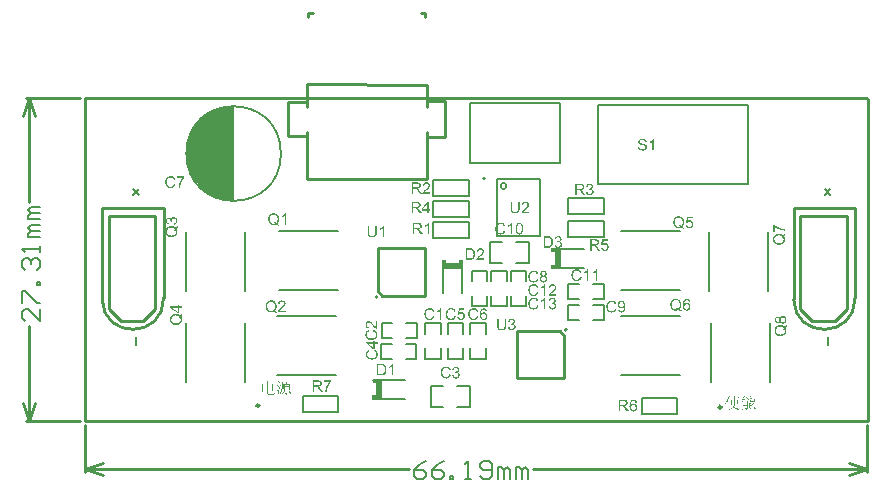
<source format=gto>
G04*
G04 #@! TF.GenerationSoftware,Altium Limited,Altium Designer,20.2.6 (244)*
G04*
G04 Layer_Color=65535*
%FSLAX24Y24*%
%MOIN*%
G70*
G04*
G04 #@! TF.SameCoordinates,48E18934-7B2A-4FE3-B34A-5092B9B0F61A*
G04*
G04*
G04 #@! TF.FilePolarity,Positive*
G04*
G01*
G75*
%ADD10C,0.0080*%
%ADD11C,0.0080*%
%ADD12C,0.0100*%
%ADD13C,0.0079*%
%ADD14C,0.0098*%
%ADD15R,0.0148X0.0236*%
%ADD16R,0.0148X0.0226*%
%ADD17R,0.0148X0.0049*%
%ADD18R,0.0630X0.0240*%
%ADD19R,0.0236X0.0148*%
%ADD20R,0.0226X0.0148*%
%ADD21R,0.0049X0.0148*%
%ADD22R,0.0240X0.0630*%
%ADD23C,0.0060*%
G36*
X4961Y10477D02*
Y7328D01*
X4837D01*
X4592Y7366D01*
X4357Y7443D01*
X4136Y7556D01*
X3935Y7701D01*
X3760Y7877D01*
X3614Y8077D01*
X3502Y8298D01*
X3425Y8534D01*
X3386Y8778D01*
Y9026D01*
X3425Y9271D01*
X3502Y9507D01*
X3614Y9728D01*
X3760Y9928D01*
X3935Y10104D01*
X4136Y10249D01*
X4357Y10362D01*
X4592Y10438D01*
X4837Y10477D01*
X4961D01*
D01*
D02*
G37*
G36*
X6705Y6519D02*
X6658D01*
Y6819D01*
X6657Y6819D01*
X6655Y6816D01*
X6652Y6814D01*
X6646Y6809D01*
X6640Y6804D01*
X6632Y6799D01*
X6623Y6793D01*
X6613Y6787D01*
X6613D01*
X6612Y6786D01*
X6611Y6785D01*
X6609Y6784D01*
X6606Y6783D01*
X6603Y6782D01*
X6597Y6778D01*
X6589Y6774D01*
X6581Y6770D01*
X6572Y6766D01*
X6564Y6763D01*
Y6808D01*
X6564Y6809D01*
X6566Y6809D01*
X6568Y6810D01*
X6571Y6811D01*
X6574Y6813D01*
X6578Y6816D01*
X6583Y6818D01*
X6587Y6821D01*
X6598Y6827D01*
X6610Y6835D01*
X6622Y6844D01*
X6633Y6853D01*
X6633Y6854D01*
X6634Y6854D01*
X6636Y6856D01*
X6638Y6858D01*
X6640Y6860D01*
X6643Y6863D01*
X6649Y6870D01*
X6656Y6877D01*
X6663Y6886D01*
X6670Y6895D01*
X6675Y6905D01*
X6705D01*
Y6519D01*
D02*
G37*
G36*
X6304Y6910D02*
X6309Y6909D01*
X6314Y6909D01*
X6320Y6908D01*
X6327Y6907D01*
X6334Y6906D01*
X6342Y6904D01*
X6350Y6902D01*
X6358Y6899D01*
X6366Y6896D01*
X6375Y6893D01*
X6382Y6889D01*
X6391Y6885D01*
X6391Y6884D01*
X6393Y6883D01*
X6395Y6882D01*
X6398Y6880D01*
X6402Y6878D01*
X6405Y6874D01*
X6410Y6871D01*
X6415Y6866D01*
X6420Y6861D01*
X6426Y6856D01*
X6431Y6851D01*
X6437Y6844D01*
X6442Y6837D01*
X6447Y6830D01*
X6452Y6822D01*
X6456Y6814D01*
X6457Y6814D01*
X6457Y6812D01*
X6458Y6809D01*
X6459Y6806D01*
X6462Y6802D01*
X6463Y6797D01*
X6465Y6791D01*
X6467Y6784D01*
X6469Y6777D01*
X6471Y6769D01*
X6474Y6761D01*
X6475Y6752D01*
X6476Y6742D01*
X6478Y6732D01*
X6478Y6722D01*
X6479Y6712D01*
Y6711D01*
Y6710D01*
Y6707D01*
X6478Y6704D01*
Y6700D01*
X6478Y6695D01*
X6477Y6689D01*
X6477Y6683D01*
X6476Y6677D01*
X6475Y6670D01*
X6472Y6655D01*
X6469Y6641D01*
X6464Y6626D01*
Y6626D01*
X6463Y6625D01*
X6462Y6623D01*
X6461Y6620D01*
X6460Y6617D01*
X6458Y6613D01*
X6456Y6608D01*
X6453Y6604D01*
X6447Y6593D01*
X6439Y6583D01*
X6431Y6571D01*
X6420Y6561D01*
X6421Y6560D01*
X6422Y6559D01*
X6424Y6558D01*
X6427Y6556D01*
X6429Y6555D01*
X6433Y6552D01*
X6437Y6550D01*
X6442Y6547D01*
X6452Y6541D01*
X6463Y6535D01*
X6475Y6529D01*
X6486Y6525D01*
X6471Y6490D01*
X6470D01*
X6469Y6491D01*
X6467Y6492D01*
X6464Y6493D01*
X6460Y6494D01*
X6455Y6496D01*
X6450Y6499D01*
X6445Y6502D01*
X6439Y6504D01*
X6432Y6508D01*
X6419Y6516D01*
X6404Y6525D01*
X6388Y6537D01*
X6388Y6536D01*
X6386Y6536D01*
X6384Y6534D01*
X6381Y6533D01*
X6377Y6531D01*
X6372Y6529D01*
X6367Y6527D01*
X6360Y6525D01*
X6354Y6523D01*
X6346Y6521D01*
X6339Y6519D01*
X6330Y6517D01*
X6313Y6514D01*
X6303Y6514D01*
X6294Y6513D01*
X6289D01*
X6285Y6514D01*
X6281Y6514D01*
X6275Y6514D01*
X6269Y6515D01*
X6263Y6517D01*
X6256Y6518D01*
X6248Y6519D01*
X6240Y6522D01*
X6232Y6524D01*
X6224Y6527D01*
X6216Y6530D01*
X6207Y6534D01*
X6199Y6538D01*
X6199Y6539D01*
X6198Y6539D01*
X6195Y6541D01*
X6192Y6543D01*
X6189Y6545D01*
X6185Y6549D01*
X6180Y6552D01*
X6175Y6556D01*
X6170Y6561D01*
X6165Y6566D01*
X6159Y6572D01*
X6154Y6579D01*
X6149Y6585D01*
X6144Y6592D01*
X6139Y6600D01*
X6134Y6608D01*
X6134Y6609D01*
X6133Y6611D01*
X6132Y6613D01*
X6130Y6616D01*
X6129Y6621D01*
X6127Y6626D01*
X6125Y6632D01*
X6123Y6638D01*
X6120Y6646D01*
X6118Y6654D01*
X6117Y6662D01*
X6115Y6671D01*
X6113Y6680D01*
X6112Y6690D01*
X6112Y6701D01*
X6111Y6711D01*
Y6712D01*
Y6714D01*
Y6717D01*
X6112Y6721D01*
X6112Y6726D01*
X6112Y6732D01*
X6113Y6738D01*
X6114Y6746D01*
X6115Y6753D01*
X6117Y6762D01*
X6121Y6779D01*
X6124Y6788D01*
X6127Y6797D01*
X6130Y6806D01*
X6134Y6815D01*
X6135Y6815D01*
X6135Y6817D01*
X6137Y6819D01*
X6138Y6822D01*
X6141Y6826D01*
X6144Y6831D01*
X6147Y6836D01*
X6151Y6841D01*
X6155Y6847D01*
X6160Y6853D01*
X6165Y6859D01*
X6171Y6864D01*
X6178Y6870D01*
X6184Y6876D01*
X6192Y6881D01*
X6199Y6886D01*
X6200Y6886D01*
X6202Y6887D01*
X6204Y6888D01*
X6207Y6889D01*
X6211Y6891D01*
X6216Y6893D01*
X6221Y6896D01*
X6227Y6898D01*
X6234Y6900D01*
X6241Y6902D01*
X6249Y6904D01*
X6258Y6906D01*
X6267Y6908D01*
X6276Y6909D01*
X6286Y6910D01*
X6295Y6910D01*
X6300D01*
X6304Y6910D01*
D02*
G37*
G36*
X3139Y3803D02*
X3231D01*
Y3756D01*
X3139D01*
Y3589D01*
X3095D01*
X2847Y3765D01*
Y3803D01*
X3095D01*
Y3855D01*
X3139D01*
Y3803D01*
D02*
G37*
G36*
X3260Y3548D02*
Y3548D01*
X3259Y3546D01*
X3258Y3544D01*
X3257Y3541D01*
X3255Y3537D01*
X3254Y3533D01*
X3251Y3528D01*
X3248Y3522D01*
X3246Y3516D01*
X3242Y3510D01*
X3234Y3496D01*
X3225Y3481D01*
X3213Y3466D01*
X3214Y3465D01*
X3214Y3464D01*
X3216Y3462D01*
X3217Y3458D01*
X3219Y3454D01*
X3221Y3449D01*
X3223Y3444D01*
X3225Y3438D01*
X3227Y3431D01*
X3229Y3424D01*
X3231Y3416D01*
X3233Y3408D01*
X3236Y3390D01*
X3236Y3381D01*
X3237Y3371D01*
Y3366D01*
X3236Y3363D01*
X3236Y3358D01*
X3236Y3353D01*
X3235Y3347D01*
X3233Y3340D01*
X3232Y3333D01*
X3231Y3325D01*
X3228Y3318D01*
X3226Y3310D01*
X3223Y3301D01*
X3220Y3293D01*
X3216Y3285D01*
X3212Y3277D01*
X3211Y3276D01*
X3211Y3275D01*
X3209Y3273D01*
X3207Y3270D01*
X3205Y3266D01*
X3201Y3262D01*
X3198Y3258D01*
X3194Y3253D01*
X3189Y3248D01*
X3184Y3242D01*
X3178Y3237D01*
X3171Y3231D01*
X3165Y3226D01*
X3158Y3221D01*
X3150Y3216D01*
X3142Y3212D01*
X3141Y3211D01*
X3139Y3211D01*
X3137Y3209D01*
X3134Y3208D01*
X3129Y3206D01*
X3124Y3204D01*
X3118Y3202D01*
X3112Y3200D01*
X3104Y3198D01*
X3096Y3196D01*
X3088Y3194D01*
X3079Y3192D01*
X3070Y3191D01*
X3060Y3189D01*
X3049Y3189D01*
X3039Y3189D01*
X3038D01*
X3036D01*
X3033D01*
X3029Y3189D01*
X3024Y3189D01*
X3018Y3190D01*
X3012Y3191D01*
X3004Y3192D01*
X2997Y3193D01*
X2988Y3194D01*
X2971Y3198D01*
X2962Y3201D01*
X2953Y3204D01*
X2944Y3207D01*
X2935Y3212D01*
X2935Y3212D01*
X2933Y3213D01*
X2931Y3214D01*
X2928Y3216D01*
X2924Y3218D01*
X2919Y3221D01*
X2914Y3224D01*
X2909Y3228D01*
X2903Y3233D01*
X2897Y3238D01*
X2891Y3243D01*
X2886Y3249D01*
X2880Y3255D01*
X2874Y3262D01*
X2869Y3269D01*
X2864Y3277D01*
X2864Y3277D01*
X2863Y3279D01*
X2862Y3281D01*
X2861Y3284D01*
X2859Y3288D01*
X2857Y3293D01*
X2854Y3299D01*
X2852Y3305D01*
X2850Y3312D01*
X2848Y3319D01*
X2846Y3327D01*
X2844Y3335D01*
X2842Y3344D01*
X2841Y3353D01*
X2840Y3363D01*
X2840Y3372D01*
Y3377D01*
X2840Y3381D01*
X2841Y3386D01*
X2841Y3392D01*
X2842Y3397D01*
X2843Y3404D01*
X2844Y3412D01*
X2846Y3419D01*
X2848Y3427D01*
X2851Y3435D01*
X2854Y3444D01*
X2857Y3452D01*
X2861Y3460D01*
X2865Y3468D01*
X2866Y3469D01*
X2867Y3470D01*
X2868Y3472D01*
X2870Y3475D01*
X2872Y3479D01*
X2876Y3483D01*
X2879Y3487D01*
X2884Y3492D01*
X2889Y3498D01*
X2894Y3503D01*
X2899Y3509D01*
X2906Y3514D01*
X2913Y3519D01*
X2920Y3524D01*
X2928Y3529D01*
X2936Y3533D01*
X2936Y3534D01*
X2938Y3534D01*
X2941Y3536D01*
X2944Y3537D01*
X2948Y3539D01*
X2953Y3541D01*
X2959Y3543D01*
X2966Y3545D01*
X2973Y3547D01*
X2981Y3549D01*
X2989Y3551D01*
X2998Y3553D01*
X3008Y3554D01*
X3018Y3555D01*
X3028Y3556D01*
X3038Y3556D01*
X3039D01*
X3040D01*
X3043D01*
X3046Y3556D01*
X3050D01*
X3055Y3555D01*
X3061Y3555D01*
X3067Y3554D01*
X3073Y3553D01*
X3080Y3552D01*
X3095Y3550D01*
X3109Y3546D01*
X3124Y3541D01*
X3124D01*
X3125Y3541D01*
X3127Y3540D01*
X3130Y3538D01*
X3133Y3537D01*
X3137Y3535D01*
X3142Y3533D01*
X3146Y3531D01*
X3156Y3524D01*
X3167Y3517D01*
X3179Y3508D01*
X3189Y3498D01*
X3190Y3498D01*
X3191Y3499D01*
X3192Y3501D01*
X3194Y3504D01*
X3195Y3507D01*
X3198Y3511D01*
X3200Y3515D01*
X3203Y3519D01*
X3209Y3529D01*
X3215Y3541D01*
X3221Y3552D01*
X3225Y3563D01*
X3260Y3548D01*
D02*
G37*
G36*
X14236Y3396D02*
X14239Y3395D01*
X14247Y3394D01*
X14256Y3393D01*
X14266Y3390D01*
X14276Y3387D01*
X14286Y3382D01*
X14286D01*
X14287Y3382D01*
X14288Y3381D01*
X14290Y3380D01*
X14295Y3377D01*
X14301Y3373D01*
X14308Y3367D01*
X14314Y3361D01*
X14321Y3354D01*
X14327Y3346D01*
Y3345D01*
X14327Y3345D01*
X14328Y3343D01*
X14329Y3341D01*
X14330Y3339D01*
X14331Y3337D01*
X14334Y3331D01*
X14336Y3323D01*
X14339Y3315D01*
X14340Y3306D01*
X14341Y3296D01*
Y3296D01*
Y3295D01*
Y3294D01*
Y3292D01*
X14340Y3287D01*
X14339Y3281D01*
X14337Y3274D01*
X14335Y3267D01*
X14332Y3259D01*
X14327Y3251D01*
Y3250D01*
X14327Y3250D01*
X14325Y3247D01*
X14322Y3244D01*
X14317Y3239D01*
X14312Y3234D01*
X14305Y3228D01*
X14297Y3223D01*
X14288Y3218D01*
X14288D01*
X14289Y3218D01*
X14291Y3217D01*
X14293Y3217D01*
X14296Y3216D01*
X14299Y3215D01*
X14307Y3211D01*
X14315Y3207D01*
X14324Y3201D01*
X14333Y3194D01*
X14340Y3185D01*
X14341Y3185D01*
X14341Y3184D01*
X14342Y3183D01*
X14343Y3181D01*
X14345Y3179D01*
X14347Y3176D01*
X14348Y3173D01*
X14350Y3168D01*
X14352Y3164D01*
X14353Y3160D01*
X14357Y3149D01*
X14359Y3137D01*
X14360Y3131D01*
Y3124D01*
Y3123D01*
Y3122D01*
X14359Y3119D01*
Y3116D01*
X14358Y3111D01*
X14357Y3106D01*
X14357Y3101D01*
X14355Y3094D01*
X14353Y3088D01*
X14350Y3081D01*
X14347Y3074D01*
X14344Y3067D01*
X14340Y3059D01*
X14335Y3052D01*
X14329Y3045D01*
X14322Y3039D01*
X14322Y3038D01*
X14321Y3037D01*
X14319Y3035D01*
X14316Y3033D01*
X14312Y3031D01*
X14308Y3028D01*
X14303Y3024D01*
X14297Y3022D01*
X14291Y3018D01*
X14284Y3015D01*
X14276Y3012D01*
X14268Y3009D01*
X14259Y3007D01*
X14250Y3006D01*
X14241Y3004D01*
X14230Y3004D01*
X14228D01*
X14225Y3004D01*
X14222D01*
X14217Y3005D01*
X14212Y3006D01*
X14207Y3007D01*
X14201Y3008D01*
X14194Y3009D01*
X14187Y3012D01*
X14180Y3014D01*
X14173Y3017D01*
X14166Y3020D01*
X14159Y3024D01*
X14152Y3029D01*
X14146Y3034D01*
X14146Y3034D01*
X14145Y3035D01*
X14143Y3037D01*
X14141Y3039D01*
X14138Y3042D01*
X14135Y3046D01*
X14132Y3050D01*
X14129Y3055D01*
X14126Y3060D01*
X14122Y3066D01*
X14119Y3073D01*
X14116Y3080D01*
X14114Y3087D01*
X14111Y3095D01*
X14109Y3103D01*
X14108Y3112D01*
X14155Y3118D01*
Y3118D01*
X14156Y3117D01*
X14156Y3115D01*
X14157Y3112D01*
X14158Y3108D01*
X14159Y3105D01*
X14161Y3096D01*
X14165Y3086D01*
X14170Y3077D01*
X14176Y3068D01*
X14179Y3064D01*
X14182Y3061D01*
X14183D01*
X14183Y3060D01*
X14184Y3059D01*
X14186Y3058D01*
X14190Y3055D01*
X14196Y3052D01*
X14203Y3049D01*
X14211Y3046D01*
X14220Y3044D01*
X14230Y3043D01*
X14233D01*
X14236Y3044D01*
X14238Y3044D01*
X14242Y3044D01*
X14250Y3046D01*
X14259Y3049D01*
X14268Y3053D01*
X14273Y3056D01*
X14278Y3059D01*
X14282Y3062D01*
X14287Y3066D01*
X14287Y3066D01*
X14288Y3067D01*
X14289Y3069D01*
X14290Y3070D01*
X14292Y3072D01*
X14294Y3075D01*
X14296Y3078D01*
X14298Y3082D01*
X14303Y3090D01*
X14306Y3100D01*
X14309Y3111D01*
X14309Y3117D01*
X14310Y3123D01*
Y3123D01*
Y3124D01*
Y3126D01*
X14309Y3128D01*
X14309Y3131D01*
X14308Y3134D01*
X14307Y3142D01*
X14304Y3151D01*
X14300Y3159D01*
X14298Y3164D01*
X14295Y3168D01*
X14292Y3172D01*
X14288Y3176D01*
X14288Y3177D01*
X14287Y3177D01*
X14286Y3178D01*
X14284Y3180D01*
X14282Y3181D01*
X14280Y3183D01*
X14273Y3187D01*
X14265Y3191D01*
X14256Y3194D01*
X14246Y3197D01*
X14240Y3197D01*
X14234Y3198D01*
X14232D01*
X14229Y3197D01*
X14225D01*
X14220Y3196D01*
X14215Y3195D01*
X14208Y3194D01*
X14201Y3193D01*
X14206Y3234D01*
X14207D01*
X14209Y3233D01*
X14211Y3233D01*
X14217D01*
X14219Y3233D01*
X14222D01*
X14225Y3234D01*
X14232Y3235D01*
X14240Y3237D01*
X14249Y3240D01*
X14259Y3243D01*
X14268Y3249D01*
X14268D01*
X14269Y3250D01*
X14270Y3250D01*
X14272Y3252D01*
X14276Y3255D01*
X14280Y3261D01*
X14285Y3267D01*
X14289Y3276D01*
X14290Y3280D01*
X14291Y3286D01*
X14292Y3291D01*
X14293Y3297D01*
Y3297D01*
Y3298D01*
Y3299D01*
X14292Y3302D01*
X14292Y3306D01*
X14290Y3312D01*
X14288Y3319D01*
X14285Y3326D01*
X14280Y3334D01*
X14278Y3337D01*
X14275Y3340D01*
X14274Y3341D01*
X14271Y3343D01*
X14268Y3346D01*
X14263Y3349D01*
X14256Y3352D01*
X14248Y3355D01*
X14239Y3356D01*
X14229Y3357D01*
X14227D01*
X14225Y3357D01*
X14222D01*
X14220Y3356D01*
X14213Y3355D01*
X14206Y3353D01*
X14198Y3350D01*
X14191Y3346D01*
X14183Y3340D01*
X14182Y3339D01*
X14180Y3336D01*
X14177Y3333D01*
X14174Y3327D01*
X14169Y3320D01*
X14166Y3311D01*
X14162Y3300D01*
X14160Y3288D01*
X14113Y3297D01*
Y3297D01*
X14113Y3299D01*
X14114Y3301D01*
X14114Y3304D01*
X14116Y3308D01*
X14117Y3313D01*
X14119Y3318D01*
X14121Y3323D01*
X14126Y3335D01*
X14129Y3341D01*
X14133Y3347D01*
X14137Y3353D01*
X14142Y3359D01*
X14147Y3365D01*
X14152Y3370D01*
X14152Y3370D01*
X14153Y3371D01*
X14155Y3372D01*
X14157Y3374D01*
X14161Y3376D01*
X14164Y3378D01*
X14168Y3381D01*
X14173Y3383D01*
X14178Y3385D01*
X14184Y3388D01*
X14190Y3390D01*
X14197Y3392D01*
X14204Y3393D01*
X14212Y3395D01*
X14220Y3396D01*
X14228Y3396D01*
X14233D01*
X14236Y3396D01*
D02*
G37*
G36*
X14043Y3173D02*
Y3172D01*
Y3170D01*
Y3168D01*
Y3163D01*
X14042Y3158D01*
X14042Y3153D01*
X14041Y3147D01*
X14041Y3140D01*
X14039Y3125D01*
X14037Y3110D01*
X14034Y3095D01*
X14032Y3088D01*
X14029Y3081D01*
Y3081D01*
X14029Y3079D01*
X14028Y3078D01*
X14027Y3075D01*
X14025Y3072D01*
X14023Y3069D01*
X14018Y3061D01*
X14015Y3057D01*
X14012Y3053D01*
X14008Y3048D01*
X14004Y3043D01*
X13999Y3039D01*
X13994Y3034D01*
X13988Y3030D01*
X13982Y3026D01*
X13981Y3025D01*
X13980Y3025D01*
X13978Y3024D01*
X13976Y3022D01*
X13972Y3021D01*
X13968Y3019D01*
X13963Y3017D01*
X13958Y3015D01*
X13952Y3013D01*
X13945Y3011D01*
X13938Y3009D01*
X13930Y3008D01*
X13921Y3007D01*
X13912Y3005D01*
X13902Y3005D01*
X13892Y3004D01*
X13887D01*
X13883Y3005D01*
X13879D01*
X13874Y3005D01*
X13867Y3006D01*
X13861Y3007D01*
X13847Y3009D01*
X13832Y3012D01*
X13817Y3017D01*
X13810Y3019D01*
X13804Y3023D01*
X13803Y3023D01*
X13802Y3024D01*
X13800Y3025D01*
X13798Y3026D01*
X13795Y3028D01*
X13792Y3031D01*
X13789Y3033D01*
X13785Y3037D01*
X13777Y3044D01*
X13769Y3053D01*
X13761Y3064D01*
X13758Y3070D01*
X13755Y3076D01*
Y3077D01*
X13755Y3078D01*
X13754Y3080D01*
X13753Y3083D01*
X13752Y3086D01*
X13750Y3091D01*
X13749Y3096D01*
X13748Y3102D01*
X13746Y3108D01*
X13745Y3116D01*
X13744Y3123D01*
X13743Y3132D01*
X13742Y3141D01*
X13741Y3151D01*
X13741Y3162D01*
Y3173D01*
Y3395D01*
X13791D01*
Y3173D01*
Y3173D01*
Y3171D01*
Y3168D01*
Y3165D01*
X13792Y3160D01*
Y3156D01*
X13792Y3151D01*
X13793Y3145D01*
X13793Y3133D01*
X13795Y3121D01*
X13797Y3109D01*
X13799Y3104D01*
X13800Y3099D01*
Y3099D01*
X13801Y3099D01*
X13801Y3097D01*
X13802Y3096D01*
X13805Y3091D01*
X13808Y3086D01*
X13812Y3080D01*
X13817Y3074D01*
X13824Y3068D01*
X13832Y3063D01*
X13832D01*
X13833Y3062D01*
X13835Y3061D01*
X13836Y3061D01*
X13838Y3060D01*
X13841Y3059D01*
X13844Y3058D01*
X13847Y3056D01*
X13856Y3054D01*
X13865Y3052D01*
X13876Y3051D01*
X13888Y3050D01*
X13893D01*
X13897Y3051D01*
X13901Y3051D01*
X13907Y3051D01*
X13913Y3052D01*
X13919Y3054D01*
X13932Y3056D01*
X13939Y3059D01*
X13945Y3061D01*
X13951Y3064D01*
X13957Y3067D01*
X13963Y3071D01*
X13968Y3076D01*
X13968Y3076D01*
X13969Y3077D01*
X13970Y3079D01*
X13971Y3081D01*
X13973Y3084D01*
X13975Y3087D01*
X13978Y3092D01*
X13980Y3097D01*
X13982Y3103D01*
X13984Y3111D01*
X13986Y3118D01*
X13988Y3127D01*
X13990Y3137D01*
X13991Y3148D01*
X13991Y3160D01*
X13992Y3173D01*
Y3395D01*
X14043D01*
Y3173D01*
D02*
G37*
G36*
X14494Y7073D02*
Y7072D01*
Y7070D01*
Y7067D01*
Y7063D01*
X14494Y7058D01*
X14494Y7053D01*
X14493Y7047D01*
X14493Y7039D01*
X14491Y7025D01*
X14489Y7010D01*
X14486Y6995D01*
X14484Y6987D01*
X14481Y6981D01*
Y6980D01*
X14481Y6979D01*
X14480Y6977D01*
X14479Y6975D01*
X14477Y6972D01*
X14475Y6969D01*
X14470Y6961D01*
X14467Y6957D01*
X14464Y6953D01*
X14460Y6948D01*
X14456Y6943D01*
X14451Y6938D01*
X14446Y6934D01*
X14440Y6930D01*
X14434Y6925D01*
X14433Y6925D01*
X14432Y6925D01*
X14430Y6923D01*
X14427Y6922D01*
X14424Y6920D01*
X14420Y6919D01*
X14415Y6917D01*
X14410Y6915D01*
X14404Y6913D01*
X14397Y6911D01*
X14390Y6909D01*
X14382Y6908D01*
X14373Y6906D01*
X14364Y6905D01*
X14354Y6905D01*
X14344Y6904D01*
X14339D01*
X14335Y6905D01*
X14330D01*
X14325Y6905D01*
X14319Y6906D01*
X14313Y6907D01*
X14299Y6909D01*
X14284Y6912D01*
X14269Y6917D01*
X14262Y6919D01*
X14256Y6923D01*
X14255Y6923D01*
X14254Y6923D01*
X14252Y6925D01*
X14250Y6926D01*
X14247Y6928D01*
X14244Y6930D01*
X14241Y6933D01*
X14237Y6936D01*
X14229Y6944D01*
X14221Y6953D01*
X14213Y6964D01*
X14210Y6970D01*
X14207Y6976D01*
Y6977D01*
X14207Y6978D01*
X14206Y6980D01*
X14205Y6983D01*
X14204Y6986D01*
X14202Y6991D01*
X14201Y6996D01*
X14200Y7002D01*
X14198Y7008D01*
X14197Y7015D01*
X14196Y7023D01*
X14195Y7032D01*
X14194Y7041D01*
X14193Y7051D01*
X14192Y7062D01*
Y7073D01*
Y7294D01*
X14243D01*
Y7073D01*
Y7072D01*
Y7071D01*
Y7068D01*
Y7064D01*
X14244Y7060D01*
Y7056D01*
X14244Y7050D01*
X14244Y7045D01*
X14245Y7033D01*
X14247Y7021D01*
X14249Y7009D01*
X14251Y7004D01*
X14252Y6999D01*
Y6999D01*
X14253Y6998D01*
X14253Y6997D01*
X14254Y6995D01*
X14256Y6991D01*
X14260Y6986D01*
X14264Y6980D01*
X14269Y6974D01*
X14276Y6968D01*
X14284Y6963D01*
X14284D01*
X14285Y6962D01*
X14286Y6961D01*
X14288Y6960D01*
X14290Y6960D01*
X14293Y6959D01*
X14296Y6958D01*
X14299Y6956D01*
X14308Y6954D01*
X14317Y6952D01*
X14328Y6950D01*
X14340Y6950D01*
X14345D01*
X14349Y6950D01*
X14353Y6951D01*
X14359Y6951D01*
X14365Y6952D01*
X14371Y6953D01*
X14384Y6956D01*
X14390Y6958D01*
X14397Y6961D01*
X14403Y6964D01*
X14409Y6967D01*
X14415Y6971D01*
X14419Y6975D01*
X14420Y6976D01*
X14421Y6977D01*
X14422Y6978D01*
X14423Y6980D01*
X14425Y6983D01*
X14427Y6987D01*
X14429Y6992D01*
X14432Y6997D01*
X14434Y7003D01*
X14436Y7010D01*
X14438Y7018D01*
X14440Y7027D01*
X14442Y7037D01*
X14443Y7048D01*
X14443Y7060D01*
X14444Y7073D01*
Y7294D01*
X14494D01*
Y7073D01*
D02*
G37*
G36*
X14696Y7295D02*
X14701Y7295D01*
X14706Y7294D01*
X14712Y7293D01*
X14719Y7292D01*
X14726Y7290D01*
X14733Y7288D01*
X14740Y7286D01*
X14747Y7283D01*
X14755Y7279D01*
X14762Y7275D01*
X14769Y7270D01*
X14775Y7265D01*
X14775Y7265D01*
X14776Y7264D01*
X14778Y7262D01*
X14780Y7260D01*
X14782Y7257D01*
X14785Y7253D01*
X14788Y7249D01*
X14791Y7244D01*
X14794Y7239D01*
X14797Y7233D01*
X14800Y7227D01*
X14802Y7220D01*
X14804Y7213D01*
X14806Y7205D01*
X14807Y7197D01*
X14807Y7189D01*
Y7188D01*
Y7188D01*
Y7187D01*
Y7185D01*
X14807Y7181D01*
X14806Y7175D01*
X14805Y7168D01*
X14803Y7160D01*
X14801Y7152D01*
X14798Y7143D01*
Y7143D01*
X14797Y7143D01*
X14797Y7141D01*
X14796Y7140D01*
X14793Y7135D01*
X14790Y7129D01*
X14786Y7122D01*
X14780Y7114D01*
X14774Y7106D01*
X14766Y7097D01*
X14766Y7096D01*
X14765Y7096D01*
X14764Y7094D01*
X14762Y7092D01*
X14759Y7090D01*
X14756Y7087D01*
X14753Y7083D01*
X14749Y7079D01*
X14744Y7075D01*
X14739Y7070D01*
X14733Y7064D01*
X14726Y7058D01*
X14719Y7052D01*
X14711Y7045D01*
X14702Y7037D01*
X14693Y7029D01*
X14693Y7029D01*
X14692Y7028D01*
X14689Y7026D01*
X14687Y7024D01*
X14683Y7021D01*
X14679Y7017D01*
X14670Y7010D01*
X14661Y7002D01*
X14652Y6994D01*
X14648Y6990D01*
X14645Y6987D01*
X14641Y6983D01*
X14639Y6981D01*
X14638Y6980D01*
X14637Y6979D01*
X14635Y6976D01*
X14632Y6973D01*
X14628Y6969D01*
X14625Y6965D01*
X14618Y6956D01*
X14808D01*
Y6911D01*
X14553D01*
Y6911D01*
Y6913D01*
Y6917D01*
X14554Y6921D01*
X14554Y6926D01*
X14556Y6931D01*
X14557Y6937D01*
X14559Y6943D01*
Y6943D01*
X14559Y6944D01*
X14560Y6945D01*
X14561Y6948D01*
X14562Y6950D01*
X14563Y6953D01*
X14566Y6959D01*
X14571Y6967D01*
X14576Y6976D01*
X14582Y6985D01*
X14590Y6994D01*
X14590Y6995D01*
X14590Y6995D01*
X14592Y6997D01*
X14594Y6999D01*
X14596Y7001D01*
X14599Y7004D01*
X14602Y7007D01*
X14605Y7011D01*
X14610Y7015D01*
X14614Y7019D01*
X14619Y7024D01*
X14625Y7029D01*
X14631Y7034D01*
X14637Y7040D01*
X14644Y7046D01*
X14652Y7052D01*
X14652Y7052D01*
X14655Y7054D01*
X14657Y7057D01*
X14662Y7061D01*
X14667Y7065D01*
X14672Y7070D01*
X14679Y7075D01*
X14686Y7081D01*
X14700Y7094D01*
X14714Y7108D01*
X14720Y7115D01*
X14727Y7121D01*
X14732Y7128D01*
X14736Y7133D01*
X14737Y7134D01*
X14737Y7135D01*
X14739Y7136D01*
X14740Y7138D01*
X14742Y7141D01*
X14744Y7144D01*
X14748Y7152D01*
X14752Y7161D01*
X14756Y7170D01*
X14758Y7180D01*
X14759Y7185D01*
X14759Y7190D01*
Y7190D01*
Y7191D01*
Y7193D01*
X14759Y7195D01*
Y7197D01*
X14758Y7200D01*
X14756Y7206D01*
X14754Y7214D01*
X14750Y7222D01*
X14748Y7226D01*
X14745Y7230D01*
X14742Y7233D01*
X14739Y7237D01*
X14738Y7237D01*
X14738Y7238D01*
X14736Y7239D01*
X14735Y7240D01*
X14733Y7242D01*
X14730Y7243D01*
X14724Y7247D01*
X14717Y7250D01*
X14708Y7254D01*
X14697Y7256D01*
X14692Y7257D01*
X14682D01*
X14680Y7256D01*
X14677D01*
X14674Y7255D01*
X14666Y7254D01*
X14657Y7252D01*
X14648Y7248D01*
X14644Y7245D01*
X14639Y7243D01*
X14635Y7240D01*
X14631Y7236D01*
X14630Y7235D01*
X14630Y7235D01*
X14629Y7234D01*
X14627Y7232D01*
X14626Y7230D01*
X14625Y7228D01*
X14623Y7225D01*
X14621Y7221D01*
X14619Y7218D01*
X14617Y7213D01*
X14614Y7203D01*
X14611Y7193D01*
X14611Y7186D01*
X14610Y7180D01*
X14562Y7185D01*
Y7185D01*
X14563Y7187D01*
X14563Y7190D01*
X14563Y7193D01*
X14564Y7198D01*
X14566Y7203D01*
X14567Y7209D01*
X14569Y7215D01*
X14571Y7222D01*
X14573Y7229D01*
X14577Y7235D01*
X14580Y7242D01*
X14584Y7249D01*
X14589Y7255D01*
X14594Y7262D01*
X14600Y7267D01*
X14600Y7267D01*
X14601Y7268D01*
X14603Y7270D01*
X14605Y7272D01*
X14609Y7274D01*
X14613Y7276D01*
X14618Y7279D01*
X14623Y7282D01*
X14629Y7284D01*
X14635Y7287D01*
X14642Y7289D01*
X14650Y7291D01*
X14659Y7293D01*
X14667Y7294D01*
X14677Y7295D01*
X14687Y7296D01*
X14692D01*
X14696Y7295D01*
D02*
G37*
G36*
X9730Y6273D02*
Y6272D01*
Y6270D01*
Y6267D01*
Y6263D01*
X9729Y6258D01*
X9729Y6253D01*
X9728Y6247D01*
X9728Y6239D01*
X9726Y6225D01*
X9724Y6210D01*
X9721Y6195D01*
X9719Y6187D01*
X9716Y6181D01*
Y6180D01*
X9716Y6179D01*
X9715Y6177D01*
X9714Y6175D01*
X9712Y6172D01*
X9710Y6169D01*
X9705Y6161D01*
X9703Y6157D01*
X9699Y6153D01*
X9695Y6148D01*
X9691Y6143D01*
X9686Y6138D01*
X9681Y6134D01*
X9675Y6130D01*
X9669Y6125D01*
X9668Y6125D01*
X9667Y6125D01*
X9665Y6123D01*
X9663Y6122D01*
X9659Y6120D01*
X9655Y6119D01*
X9650Y6117D01*
X9645Y6115D01*
X9639Y6113D01*
X9632Y6111D01*
X9625Y6109D01*
X9617Y6108D01*
X9608Y6106D01*
X9599Y6105D01*
X9589Y6105D01*
X9579Y6104D01*
X9574D01*
X9570Y6105D01*
X9566D01*
X9561Y6105D01*
X9554Y6106D01*
X9548Y6107D01*
X9534Y6109D01*
X9519Y6112D01*
X9504Y6117D01*
X9497Y6119D01*
X9491Y6123D01*
X9490Y6123D01*
X9489Y6123D01*
X9487Y6125D01*
X9485Y6126D01*
X9482Y6128D01*
X9479Y6130D01*
X9476Y6133D01*
X9472Y6136D01*
X9464Y6144D01*
X9456Y6153D01*
X9448Y6164D01*
X9445Y6170D01*
X9442Y6176D01*
Y6177D01*
X9442Y6178D01*
X9441Y6180D01*
X9440Y6183D01*
X9439Y6186D01*
X9438Y6191D01*
X9436Y6196D01*
X9435Y6202D01*
X9433Y6208D01*
X9432Y6215D01*
X9431Y6223D01*
X9430Y6232D01*
X9429Y6241D01*
X9428Y6251D01*
X9428Y6262D01*
Y6273D01*
Y6494D01*
X9478D01*
Y6273D01*
Y6272D01*
Y6271D01*
Y6268D01*
Y6264D01*
X9479Y6260D01*
Y6256D01*
X9479Y6250D01*
X9480Y6245D01*
X9480Y6233D01*
X9482Y6221D01*
X9485Y6209D01*
X9486Y6204D01*
X9487Y6199D01*
Y6199D01*
X9488Y6198D01*
X9488Y6197D01*
X9489Y6195D01*
X9492Y6191D01*
X9495Y6186D01*
X9499Y6180D01*
X9504Y6174D01*
X9511Y6168D01*
X9519Y6163D01*
X9519D01*
X9520Y6162D01*
X9522Y6161D01*
X9523Y6160D01*
X9525Y6160D01*
X9528Y6159D01*
X9531Y6158D01*
X9534Y6156D01*
X9543Y6154D01*
X9552Y6152D01*
X9563Y6150D01*
X9575Y6150D01*
X9580D01*
X9584Y6150D01*
X9589Y6151D01*
X9594Y6151D01*
X9600Y6152D01*
X9606Y6153D01*
X9619Y6156D01*
X9626Y6158D01*
X9632Y6161D01*
X9638Y6164D01*
X9644Y6167D01*
X9650Y6171D01*
X9655Y6175D01*
X9655Y6176D01*
X9656Y6177D01*
X9657Y6178D01*
X9658Y6180D01*
X9660Y6183D01*
X9662Y6187D01*
X9665Y6192D01*
X9667Y6197D01*
X9669Y6203D01*
X9671Y6210D01*
X9673Y6218D01*
X9675Y6227D01*
X9677Y6237D01*
X9678Y6248D01*
X9678Y6260D01*
X9679Y6273D01*
Y6494D01*
X9730D01*
Y6273D01*
D02*
G37*
G36*
X9972Y6111D02*
X9925D01*
Y6410D01*
X9925Y6410D01*
X9923Y6408D01*
X9919Y6405D01*
X9913Y6400D01*
X9907Y6395D01*
X9899Y6390D01*
X9891Y6384D01*
X9881Y6378D01*
X9880D01*
X9879Y6377D01*
X9878Y6376D01*
X9876Y6375D01*
X9873Y6374D01*
X9871Y6373D01*
X9864Y6369D01*
X9856Y6365D01*
X9848Y6361D01*
X9839Y6357D01*
X9831Y6354D01*
Y6399D01*
X9831Y6400D01*
X9833Y6400D01*
X9835Y6401D01*
X9838Y6403D01*
X9841Y6404D01*
X9845Y6407D01*
X9850Y6409D01*
X9854Y6412D01*
X9865Y6418D01*
X9877Y6426D01*
X9889Y6435D01*
X9900Y6444D01*
X9901Y6445D01*
X9901Y6445D01*
X9903Y6447D01*
X9905Y6449D01*
X9907Y6451D01*
X9910Y6454D01*
X9916Y6461D01*
X9923Y6468D01*
X9930Y6477D01*
X9937Y6486D01*
X9942Y6496D01*
X9972D01*
Y6111D01*
D02*
G37*
G36*
X18594Y9398D02*
X18598Y9398D01*
X18603Y9397D01*
X18608Y9397D01*
X18620Y9395D01*
X18633Y9393D01*
X18646Y9389D01*
X18658Y9384D01*
X18659D01*
X18659Y9383D01*
X18662Y9383D01*
X18664Y9382D01*
X18666Y9380D01*
X18669Y9378D01*
X18677Y9374D01*
X18685Y9368D01*
X18693Y9361D01*
X18701Y9354D01*
X18708Y9344D01*
X18709Y9344D01*
X18709Y9343D01*
X18710Y9341D01*
X18711Y9339D01*
X18712Y9337D01*
X18714Y9334D01*
X18715Y9330D01*
X18717Y9326D01*
X18721Y9318D01*
X18723Y9307D01*
X18726Y9296D01*
X18727Y9284D01*
X18679Y9280D01*
Y9280D01*
X18678Y9282D01*
Y9283D01*
X18678Y9286D01*
X18677Y9289D01*
X18676Y9292D01*
X18674Y9300D01*
X18670Y9309D01*
X18665Y9318D01*
X18659Y9327D01*
X18656Y9331D01*
X18652Y9334D01*
X18651Y9335D01*
X18651Y9335D01*
X18649Y9336D01*
X18647Y9337D01*
X18645Y9339D01*
X18642Y9340D01*
X18639Y9342D01*
X18635Y9344D01*
X18630Y9346D01*
X18625Y9347D01*
X18620Y9349D01*
X18614Y9350D01*
X18607Y9351D01*
X18600Y9352D01*
X18593Y9353D01*
X18581D01*
X18577Y9353D01*
X18574D01*
X18570Y9352D01*
X18565Y9352D01*
X18560Y9351D01*
X18548Y9349D01*
X18538Y9346D01*
X18527Y9342D01*
X18522Y9339D01*
X18518Y9336D01*
X18518D01*
X18517Y9335D01*
X18515Y9333D01*
X18511Y9329D01*
X18508Y9324D01*
X18504Y9319D01*
X18501Y9311D01*
X18498Y9304D01*
X18498Y9300D01*
X18497Y9295D01*
Y9295D01*
Y9294D01*
X18498Y9292D01*
X18498Y9288D01*
X18499Y9284D01*
X18501Y9278D01*
X18503Y9272D01*
X18507Y9267D01*
X18512Y9262D01*
X18513Y9261D01*
X18513Y9260D01*
X18515Y9259D01*
X18517Y9258D01*
X18520Y9257D01*
X18523Y9255D01*
X18527Y9253D01*
X18531Y9251D01*
X18537Y9249D01*
X18543Y9247D01*
X18550Y9244D01*
X18558Y9242D01*
X18567Y9239D01*
X18577Y9236D01*
X18588Y9234D01*
X18589D01*
X18591Y9233D01*
X18594Y9232D01*
X18598Y9231D01*
X18603Y9230D01*
X18609Y9229D01*
X18615Y9227D01*
X18622Y9225D01*
X18636Y9222D01*
X18650Y9218D01*
X18657Y9216D01*
X18663Y9214D01*
X18669Y9212D01*
X18673Y9210D01*
X18674D01*
X18675Y9209D01*
X18677Y9208D01*
X18679Y9207D01*
X18681Y9205D01*
X18685Y9203D01*
X18692Y9199D01*
X18700Y9193D01*
X18708Y9187D01*
X18716Y9179D01*
X18719Y9175D01*
X18723Y9170D01*
Y9170D01*
X18723Y9169D01*
X18724Y9168D01*
X18725Y9166D01*
X18726Y9164D01*
X18728Y9161D01*
X18731Y9155D01*
X18734Y9147D01*
X18736Y9138D01*
X18738Y9127D01*
X18739Y9116D01*
Y9116D01*
Y9115D01*
Y9113D01*
X18738Y9111D01*
Y9108D01*
X18738Y9105D01*
X18737Y9097D01*
X18735Y9089D01*
X18731Y9079D01*
X18727Y9069D01*
X18724Y9064D01*
X18721Y9059D01*
Y9058D01*
X18720Y9057D01*
X18719Y9056D01*
X18718Y9054D01*
X18714Y9049D01*
X18708Y9043D01*
X18701Y9037D01*
X18692Y9029D01*
X18682Y9023D01*
X18671Y9017D01*
X18670D01*
X18669Y9016D01*
X18667Y9015D01*
X18665Y9014D01*
X18662Y9013D01*
X18658Y9012D01*
X18654Y9010D01*
X18649Y9009D01*
X18644Y9008D01*
X18638Y9006D01*
X18626Y9004D01*
X18612Y9002D01*
X18597Y9002D01*
X18592D01*
X18588Y9002D01*
X18584D01*
X18579Y9002D01*
X18573Y9003D01*
X18566Y9004D01*
X18553Y9005D01*
X18538Y9008D01*
X18523Y9012D01*
X18509Y9017D01*
X18509D01*
X18508Y9017D01*
X18506Y9018D01*
X18503Y9019D01*
X18501Y9021D01*
X18497Y9023D01*
X18489Y9028D01*
X18481Y9034D01*
X18471Y9042D01*
X18462Y9051D01*
X18454Y9062D01*
X18454Y9062D01*
X18454Y9063D01*
X18453Y9065D01*
X18451Y9067D01*
X18450Y9070D01*
X18448Y9074D01*
X18446Y9078D01*
X18444Y9082D01*
X18442Y9087D01*
X18441Y9092D01*
X18437Y9104D01*
X18435Y9117D01*
X18434Y9124D01*
X18434Y9131D01*
X18481Y9136D01*
Y9135D01*
Y9134D01*
X18482Y9133D01*
X18482Y9131D01*
X18483Y9128D01*
X18483Y9126D01*
X18485Y9118D01*
X18487Y9111D01*
X18489Y9103D01*
X18493Y9095D01*
X18497Y9088D01*
X18497Y9087D01*
X18499Y9085D01*
X18502Y9081D01*
X18506Y9077D01*
X18512Y9072D01*
X18518Y9068D01*
X18526Y9063D01*
X18535Y9058D01*
X18536D01*
X18537Y9058D01*
X18538Y9057D01*
X18540Y9056D01*
X18543Y9056D01*
X18545Y9054D01*
X18549Y9054D01*
X18553Y9053D01*
X18561Y9051D01*
X18572Y9049D01*
X18582Y9047D01*
X18595Y9047D01*
X18600D01*
X18602Y9047D01*
X18605D01*
X18612Y9048D01*
X18620Y9049D01*
X18628Y9050D01*
X18637Y9052D01*
X18645Y9055D01*
X18646D01*
X18646Y9056D01*
X18647Y9056D01*
X18649Y9057D01*
X18653Y9059D01*
X18658Y9061D01*
X18663Y9065D01*
X18669Y9069D01*
X18674Y9074D01*
X18679Y9079D01*
X18679Y9080D01*
X18680Y9081D01*
X18682Y9085D01*
X18684Y9089D01*
X18686Y9094D01*
X18688Y9099D01*
X18689Y9106D01*
X18690Y9112D01*
Y9112D01*
Y9113D01*
Y9115D01*
X18689Y9118D01*
X18689Y9123D01*
X18687Y9128D01*
X18685Y9133D01*
X18683Y9138D01*
X18679Y9143D01*
X18679Y9144D01*
X18677Y9146D01*
X18674Y9148D01*
X18671Y9151D01*
X18666Y9155D01*
X18660Y9158D01*
X18653Y9162D01*
X18644Y9166D01*
X18644Y9166D01*
X18643Y9167D01*
X18641Y9167D01*
X18639Y9168D01*
X18637Y9168D01*
X18634Y9170D01*
X18630Y9170D01*
X18626Y9172D01*
X18621Y9173D01*
X18615Y9175D01*
X18609Y9176D01*
X18602Y9178D01*
X18595Y9180D01*
X18586Y9183D01*
X18576Y9185D01*
X18576D01*
X18574Y9185D01*
X18571Y9186D01*
X18568Y9187D01*
X18563Y9188D01*
X18558Y9189D01*
X18553Y9191D01*
X18548Y9193D01*
X18535Y9196D01*
X18523Y9200D01*
X18517Y9202D01*
X18512Y9205D01*
X18507Y9207D01*
X18503Y9209D01*
X18502D01*
X18501Y9210D01*
X18500Y9210D01*
X18498Y9211D01*
X18493Y9214D01*
X18487Y9218D01*
X18480Y9224D01*
X18473Y9230D01*
X18467Y9237D01*
X18461Y9244D01*
Y9245D01*
X18461Y9245D01*
X18460Y9246D01*
X18459Y9248D01*
X18457Y9252D01*
X18455Y9258D01*
X18452Y9265D01*
X18450Y9274D01*
X18449Y9283D01*
X18448Y9292D01*
Y9293D01*
Y9294D01*
Y9295D01*
X18449Y9297D01*
Y9300D01*
X18449Y9303D01*
X18450Y9310D01*
X18452Y9319D01*
X18455Y9327D01*
X18459Y9337D01*
X18464Y9346D01*
Y9347D01*
X18465Y9348D01*
X18466Y9349D01*
X18467Y9351D01*
X18471Y9355D01*
X18477Y9361D01*
X18483Y9367D01*
X18492Y9373D01*
X18501Y9380D01*
X18513Y9385D01*
X18513D01*
X18514Y9386D01*
X18516Y9386D01*
X18518Y9387D01*
X18521Y9388D01*
X18525Y9389D01*
X18529Y9391D01*
X18533Y9392D01*
X18538Y9393D01*
X18544Y9394D01*
X18555Y9396D01*
X18569Y9398D01*
X18583Y9398D01*
X18590D01*
X18594Y9398D01*
D02*
G37*
G36*
X18966Y9008D02*
X18919D01*
Y9308D01*
X18919Y9307D01*
X18917Y9305D01*
X18913Y9302D01*
X18907Y9298D01*
X18901Y9293D01*
X18893Y9287D01*
X18885Y9282D01*
X18875Y9275D01*
X18874D01*
X18873Y9274D01*
X18872Y9274D01*
X18870Y9273D01*
X18867Y9271D01*
X18865Y9270D01*
X18858Y9266D01*
X18850Y9262D01*
X18842Y9258D01*
X18833Y9255D01*
X18825Y9251D01*
Y9297D01*
X18825Y9297D01*
X18827Y9297D01*
X18829Y9299D01*
X18832Y9300D01*
X18835Y9301D01*
X18839Y9304D01*
X18844Y9306D01*
X18848Y9309D01*
X18859Y9316D01*
X18871Y9324D01*
X18883Y9332D01*
X18894Y9341D01*
X18894Y9342D01*
X18895Y9343D01*
X18897Y9344D01*
X18899Y9346D01*
X18901Y9349D01*
X18904Y9351D01*
X18910Y9358D01*
X18917Y9366D01*
X18924Y9374D01*
X18931Y9383D01*
X18936Y9393D01*
X18966D01*
Y9008D01*
D02*
G37*
G36*
X8209Y1300D02*
X8209Y1300D01*
X8208Y1298D01*
X8206Y1296D01*
X8203Y1293D01*
X8200Y1289D01*
X8196Y1284D01*
X8192Y1279D01*
X8187Y1273D01*
X8181Y1265D01*
X8175Y1258D01*
X8169Y1249D01*
X8163Y1240D01*
X8157Y1230D01*
X8150Y1219D01*
X8143Y1208D01*
X8136Y1196D01*
X8136Y1196D01*
X8135Y1193D01*
X8133Y1190D01*
X8130Y1185D01*
X8128Y1179D01*
X8124Y1172D01*
X8120Y1164D01*
X8116Y1156D01*
X8112Y1146D01*
X8107Y1136D01*
X8103Y1124D01*
X8098Y1113D01*
X8093Y1101D01*
X8089Y1089D01*
X8081Y1063D01*
Y1063D01*
X8081Y1061D01*
X8080Y1058D01*
X8079Y1055D01*
X8078Y1050D01*
X8076Y1045D01*
X8075Y1039D01*
X8073Y1032D01*
X8072Y1025D01*
X8071Y1016D01*
X8069Y1008D01*
X8068Y998D01*
X8066Y989D01*
X8065Y979D01*
X8063Y958D01*
X8015D01*
Y958D01*
Y960D01*
Y963D01*
X8015Y966D01*
X8016Y971D01*
X8016Y975D01*
X8016Y982D01*
X8017Y988D01*
X8018Y996D01*
X8019Y1004D01*
X8021Y1013D01*
X8022Y1023D01*
X8024Y1033D01*
X8026Y1044D01*
X8029Y1055D01*
X8032Y1067D01*
X8033Y1068D01*
X8033Y1070D01*
X8034Y1073D01*
X8036Y1078D01*
X8037Y1084D01*
X8039Y1091D01*
X8042Y1098D01*
X8045Y1107D01*
X8048Y1116D01*
X8052Y1126D01*
X8056Y1136D01*
X8060Y1146D01*
X8070Y1169D01*
X8081Y1191D01*
X8081Y1192D01*
X8083Y1193D01*
X8084Y1197D01*
X8086Y1201D01*
X8090Y1206D01*
X8093Y1212D01*
X8097Y1218D01*
X8101Y1226D01*
X8106Y1233D01*
X8112Y1242D01*
X8123Y1258D01*
X8136Y1275D01*
X8143Y1284D01*
X8149Y1292D01*
X7961D01*
Y1337D01*
X8209D01*
Y1300D01*
D02*
G37*
G36*
X7774Y1342D02*
X7778D01*
X7784Y1341D01*
X7790Y1341D01*
X7802Y1339D01*
X7815Y1337D01*
X7828Y1335D01*
X7833Y1333D01*
X7838Y1332D01*
X7839D01*
X7840Y1331D01*
X7841Y1330D01*
X7843Y1329D01*
X7848Y1327D01*
X7854Y1323D01*
X7861Y1318D01*
X7868Y1312D01*
X7875Y1304D01*
X7881Y1295D01*
Y1295D01*
X7882Y1294D01*
X7883Y1292D01*
X7884Y1290D01*
X7885Y1288D01*
X7886Y1285D01*
X7888Y1282D01*
X7890Y1278D01*
X7893Y1269D01*
X7895Y1260D01*
X7897Y1249D01*
X7897Y1237D01*
Y1237D01*
Y1235D01*
Y1233D01*
X7897Y1230D01*
X7897Y1227D01*
X7896Y1223D01*
X7895Y1218D01*
X7894Y1213D01*
X7891Y1202D01*
X7889Y1196D01*
X7886Y1191D01*
X7883Y1185D01*
X7880Y1179D01*
X7875Y1173D01*
X7871Y1168D01*
X7870Y1168D01*
X7870Y1167D01*
X7868Y1166D01*
X7866Y1164D01*
X7863Y1161D01*
X7860Y1159D01*
X7855Y1156D01*
X7850Y1153D01*
X7845Y1150D01*
X7839Y1147D01*
X7833Y1144D01*
X7825Y1141D01*
X7817Y1139D01*
X7808Y1136D01*
X7799Y1134D01*
X7789Y1133D01*
X7789D01*
X7790Y1132D01*
X7792Y1131D01*
X7796Y1129D01*
X7801Y1126D01*
X7806Y1124D01*
X7811Y1121D01*
X7816Y1117D01*
X7820Y1114D01*
X7820Y1113D01*
X7821Y1113D01*
X7822Y1112D01*
X7823Y1110D01*
X7826Y1108D01*
X7828Y1105D01*
X7833Y1099D01*
X7840Y1092D01*
X7847Y1083D01*
X7854Y1073D01*
X7862Y1062D01*
X7928Y958D01*
X7865D01*
X7814Y1038D01*
X7813Y1038D01*
X7813Y1040D01*
X7812Y1041D01*
X7810Y1044D01*
X7808Y1047D01*
X7806Y1050D01*
X7801Y1057D01*
X7795Y1066D01*
X7789Y1075D01*
X7783Y1083D01*
X7777Y1091D01*
Y1091D01*
X7776Y1092D01*
X7775Y1094D01*
X7772Y1097D01*
X7769Y1101D01*
X7765Y1105D01*
X7760Y1109D01*
X7756Y1113D01*
X7751Y1116D01*
X7751Y1117D01*
X7749Y1117D01*
X7747Y1119D01*
X7744Y1120D01*
X7741Y1122D01*
X7737Y1124D01*
X7733Y1125D01*
X7728Y1126D01*
X7728D01*
X7727Y1127D01*
X7724Y1127D01*
X7722Y1128D01*
X7717D01*
X7712Y1128D01*
X7707Y1129D01*
X7641D01*
Y958D01*
X7591D01*
Y1342D01*
X7769D01*
X7774Y1342D01*
D02*
G37*
G36*
X18301Y693D02*
X18305Y693D01*
X18310Y692D01*
X18315Y691D01*
X18320Y690D01*
X18332Y687D01*
X18338Y685D01*
X18345Y683D01*
X18351Y680D01*
X18357Y676D01*
X18362Y672D01*
X18368Y668D01*
X18369Y667D01*
X18370Y666D01*
X18371Y665D01*
X18373Y663D01*
X18375Y661D01*
X18378Y657D01*
X18381Y654D01*
X18384Y649D01*
X18387Y645D01*
X18390Y639D01*
X18392Y634D01*
X18395Y627D01*
X18398Y621D01*
X18400Y614D01*
X18402Y606D01*
X18403Y598D01*
X18356Y594D01*
Y595D01*
X18356Y595D01*
X18355Y597D01*
X18355Y599D01*
X18354Y604D01*
X18352Y609D01*
X18349Y616D01*
X18346Y623D01*
X18343Y629D01*
X18338Y634D01*
X18338Y635D01*
X18338Y635D01*
X18336Y637D01*
X18335Y638D01*
X18331Y641D01*
X18325Y645D01*
X18318Y649D01*
X18310Y652D01*
X18301Y654D01*
X18296Y654D01*
X18291Y655D01*
X18287D01*
X18283Y654D01*
X18277Y653D01*
X18271Y652D01*
X18264Y649D01*
X18258Y646D01*
X18251Y642D01*
X18251D01*
X18250Y641D01*
X18249Y640D01*
X18247Y639D01*
X18244Y635D01*
X18239Y630D01*
X18233Y623D01*
X18227Y615D01*
X18221Y605D01*
X18216Y595D01*
Y594D01*
X18216Y593D01*
X18215Y591D01*
X18214Y589D01*
X18213Y586D01*
X18212Y582D01*
X18211Y577D01*
X18209Y572D01*
X18208Y566D01*
X18207Y560D01*
X18206Y552D01*
X18205Y544D01*
X18204Y536D01*
X18204Y527D01*
X18203Y517D01*
X18203Y507D01*
X18204Y508D01*
X18204Y509D01*
X18206Y510D01*
X18209Y515D01*
X18214Y521D01*
X18220Y527D01*
X18227Y533D01*
X18235Y539D01*
X18244Y545D01*
X18244D01*
X18245Y545D01*
X18246Y546D01*
X18248Y547D01*
X18251Y548D01*
X18253Y549D01*
X18260Y551D01*
X18268Y553D01*
X18276Y555D01*
X18286Y557D01*
X18296Y557D01*
X18298D01*
X18301Y557D01*
X18304D01*
X18308Y556D01*
X18313Y556D01*
X18318Y555D01*
X18324Y553D01*
X18330Y551D01*
X18336Y549D01*
X18343Y546D01*
X18350Y543D01*
X18357Y539D01*
X18363Y534D01*
X18370Y529D01*
X18376Y523D01*
X18377Y522D01*
X18377Y521D01*
X18379Y519D01*
X18382Y516D01*
X18384Y513D01*
X18387Y509D01*
X18390Y504D01*
X18393Y498D01*
X18396Y492D01*
X18399Y486D01*
X18402Y478D01*
X18405Y470D01*
X18407Y462D01*
X18408Y453D01*
X18409Y443D01*
X18410Y433D01*
Y433D01*
Y431D01*
Y430D01*
X18409Y427D01*
Y424D01*
X18409Y420D01*
X18408Y416D01*
X18407Y411D01*
X18406Y401D01*
X18403Y389D01*
X18399Y378D01*
X18394Y366D01*
Y365D01*
X18393Y364D01*
X18392Y363D01*
X18391Y361D01*
X18389Y358D01*
X18387Y355D01*
X18382Y348D01*
X18377Y341D01*
X18369Y333D01*
X18360Y325D01*
X18351Y318D01*
X18350D01*
X18350Y317D01*
X18348Y317D01*
X18346Y316D01*
X18343Y315D01*
X18340Y313D01*
X18337Y312D01*
X18333Y310D01*
X18324Y307D01*
X18313Y305D01*
X18301Y303D01*
X18289Y302D01*
X18286D01*
X18283Y302D01*
X18279Y303D01*
X18274Y303D01*
X18268Y305D01*
X18262Y306D01*
X18255Y307D01*
X18247Y310D01*
X18239Y312D01*
X18231Y316D01*
X18224Y320D01*
X18215Y325D01*
X18208Y331D01*
X18200Y338D01*
X18193Y345D01*
X18192Y346D01*
X18191Y347D01*
X18189Y350D01*
X18187Y354D01*
X18184Y358D01*
X18181Y364D01*
X18178Y371D01*
X18174Y379D01*
X18171Y389D01*
X18167Y399D01*
X18164Y411D01*
X18162Y424D01*
X18159Y438D01*
X18157Y453D01*
X18156Y470D01*
X18156Y488D01*
Y488D01*
Y489D01*
Y491D01*
Y493D01*
Y495D01*
X18156Y498D01*
Y502D01*
X18157Y506D01*
X18157Y515D01*
X18158Y525D01*
X18159Y537D01*
X18161Y550D01*
X18163Y563D01*
X18166Y576D01*
X18169Y590D01*
X18173Y603D01*
X18178Y616D01*
X18183Y628D01*
X18190Y639D01*
X18197Y649D01*
X18197Y650D01*
X18199Y652D01*
X18201Y654D01*
X18204Y657D01*
X18207Y660D01*
X18211Y664D01*
X18216Y667D01*
X18222Y671D01*
X18229Y676D01*
X18236Y679D01*
X18244Y683D01*
X18253Y686D01*
X18262Y689D01*
X18272Y691D01*
X18283Y693D01*
X18294Y694D01*
X18298D01*
X18301Y693D01*
D02*
G37*
G36*
X17974Y692D02*
X17978D01*
X17984Y691D01*
X17990Y691D01*
X18002Y690D01*
X18015Y688D01*
X18028Y685D01*
X18033Y684D01*
X18038Y682D01*
X18039D01*
X18040Y681D01*
X18041Y681D01*
X18043Y680D01*
X18048Y677D01*
X18054Y674D01*
X18061Y669D01*
X18068Y662D01*
X18075Y654D01*
X18081Y645D01*
Y645D01*
X18082Y644D01*
X18083Y643D01*
X18084Y641D01*
X18085Y638D01*
X18086Y635D01*
X18088Y632D01*
X18090Y628D01*
X18093Y619D01*
X18095Y610D01*
X18097Y599D01*
X18097Y587D01*
Y587D01*
Y586D01*
Y583D01*
X18097Y581D01*
X18097Y577D01*
X18096Y573D01*
X18095Y568D01*
X18094Y563D01*
X18091Y553D01*
X18089Y547D01*
X18086Y541D01*
X18083Y535D01*
X18080Y529D01*
X18075Y524D01*
X18071Y518D01*
X18070Y518D01*
X18070Y517D01*
X18068Y516D01*
X18066Y514D01*
X18063Y512D01*
X18060Y509D01*
X18055Y506D01*
X18051Y503D01*
X18045Y501D01*
X18039Y498D01*
X18033Y495D01*
X18025Y492D01*
X18017Y489D01*
X18008Y487D01*
X17999Y485D01*
X17989Y483D01*
X17989D01*
X17990Y483D01*
X17992Y481D01*
X17996Y479D01*
X18001Y477D01*
X18006Y474D01*
X18011Y471D01*
X18016Y467D01*
X18020Y464D01*
X18020Y463D01*
X18021Y463D01*
X18022Y462D01*
X18023Y460D01*
X18026Y458D01*
X18028Y456D01*
X18033Y450D01*
X18040Y442D01*
X18047Y434D01*
X18054Y424D01*
X18062Y413D01*
X18128Y308D01*
X18065D01*
X18014Y388D01*
X18013Y389D01*
X18013Y390D01*
X18012Y392D01*
X18010Y394D01*
X18008Y397D01*
X18006Y400D01*
X18001Y408D01*
X17995Y416D01*
X17989Y425D01*
X17983Y434D01*
X17977Y441D01*
Y441D01*
X17976Y442D01*
X17975Y444D01*
X17972Y447D01*
X17969Y451D01*
X17965Y455D01*
X17960Y459D01*
X17956Y463D01*
X17951Y466D01*
X17951Y467D01*
X17949Y468D01*
X17947Y469D01*
X17944Y471D01*
X17941Y472D01*
X17937Y474D01*
X17933Y476D01*
X17928Y477D01*
X17928D01*
X17927Y477D01*
X17924Y478D01*
X17922Y478D01*
X17917D01*
X17912Y478D01*
X17907Y479D01*
X17841D01*
Y308D01*
X17790D01*
Y692D01*
X17969D01*
X17974Y692D01*
D02*
G37*
G36*
X17443Y5995D02*
X17290D01*
X17269Y5892D01*
X17270Y5892D01*
X17271Y5893D01*
X17273Y5894D01*
X17275Y5896D01*
X17278Y5897D01*
X17282Y5900D01*
X17286Y5902D01*
X17291Y5904D01*
X17296Y5906D01*
X17302Y5909D01*
X17314Y5912D01*
X17321Y5914D01*
X17327Y5915D01*
X17335Y5916D01*
X17342Y5916D01*
X17344D01*
X17347Y5916D01*
X17350D01*
X17354Y5915D01*
X17359Y5914D01*
X17365Y5913D01*
X17371Y5912D01*
X17377Y5910D01*
X17384Y5908D01*
X17391Y5905D01*
X17398Y5902D01*
X17405Y5897D01*
X17412Y5893D01*
X17419Y5887D01*
X17426Y5881D01*
X17426Y5881D01*
X17428Y5880D01*
X17429Y5877D01*
X17431Y5875D01*
X17434Y5872D01*
X17437Y5867D01*
X17440Y5862D01*
X17443Y5857D01*
X17447Y5851D01*
X17450Y5844D01*
X17453Y5837D01*
X17456Y5828D01*
X17458Y5820D01*
X17459Y5811D01*
X17461Y5801D01*
X17461Y5791D01*
Y5791D01*
Y5789D01*
Y5786D01*
X17461Y5783D01*
X17460Y5778D01*
X17459Y5773D01*
X17458Y5767D01*
X17457Y5761D01*
X17456Y5754D01*
X17453Y5746D01*
X17451Y5739D01*
X17448Y5731D01*
X17445Y5724D01*
X17441Y5716D01*
X17436Y5709D01*
X17431Y5701D01*
X17430Y5701D01*
X17429Y5699D01*
X17427Y5697D01*
X17424Y5694D01*
X17420Y5691D01*
X17416Y5687D01*
X17410Y5682D01*
X17404Y5678D01*
X17397Y5674D01*
X17390Y5669D01*
X17382Y5666D01*
X17372Y5662D01*
X17363Y5659D01*
X17352Y5657D01*
X17342Y5655D01*
X17330Y5655D01*
X17325D01*
X17321Y5655D01*
X17317Y5656D01*
X17312Y5657D01*
X17306Y5657D01*
X17300Y5659D01*
X17293Y5660D01*
X17286Y5662D01*
X17279Y5664D01*
X17272Y5667D01*
X17265Y5671D01*
X17258Y5674D01*
X17251Y5679D01*
X17244Y5684D01*
X17244Y5684D01*
X17243Y5685D01*
X17241Y5687D01*
X17239Y5689D01*
X17236Y5692D01*
X17233Y5696D01*
X17230Y5700D01*
X17227Y5705D01*
X17224Y5710D01*
X17221Y5716D01*
X17218Y5722D01*
X17215Y5729D01*
X17212Y5736D01*
X17210Y5744D01*
X17208Y5753D01*
X17207Y5762D01*
X17256Y5766D01*
Y5765D01*
X17257Y5764D01*
X17257Y5762D01*
X17258Y5760D01*
X17258Y5757D01*
X17259Y5753D01*
X17261Y5745D01*
X17265Y5736D01*
X17269Y5727D01*
X17275Y5719D01*
X17278Y5715D01*
X17281Y5711D01*
X17282D01*
X17282Y5711D01*
X17283Y5710D01*
X17285Y5709D01*
X17289Y5706D01*
X17295Y5703D01*
X17302Y5699D01*
X17310Y5696D01*
X17320Y5694D01*
X17325Y5694D01*
X17330Y5694D01*
X17333D01*
X17336Y5694D01*
X17339Y5694D01*
X17342Y5695D01*
X17350Y5697D01*
X17359Y5700D01*
X17364Y5702D01*
X17369Y5704D01*
X17374Y5707D01*
X17378Y5711D01*
X17383Y5714D01*
X17387Y5719D01*
X17388Y5719D01*
X17388Y5720D01*
X17389Y5721D01*
X17391Y5724D01*
X17393Y5726D01*
X17395Y5729D01*
X17397Y5733D01*
X17399Y5737D01*
X17401Y5742D01*
X17404Y5747D01*
X17406Y5753D01*
X17407Y5758D01*
X17409Y5765D01*
X17410Y5772D01*
X17411Y5779D01*
X17411Y5787D01*
Y5788D01*
Y5789D01*
Y5791D01*
X17411Y5794D01*
X17410Y5797D01*
X17410Y5801D01*
X17409Y5805D01*
X17408Y5810D01*
X17406Y5820D01*
X17401Y5831D01*
X17399Y5836D01*
X17396Y5841D01*
X17392Y5846D01*
X17388Y5851D01*
X17388Y5851D01*
X17387Y5852D01*
X17386Y5853D01*
X17384Y5855D01*
X17382Y5856D01*
X17379Y5858D01*
X17376Y5860D01*
X17372Y5863D01*
X17368Y5865D01*
X17364Y5867D01*
X17354Y5871D01*
X17348Y5872D01*
X17342Y5874D01*
X17336Y5874D01*
X17329Y5875D01*
X17325D01*
X17321Y5874D01*
X17315Y5873D01*
X17309Y5872D01*
X17302Y5870D01*
X17295Y5867D01*
X17287Y5864D01*
X17287Y5863D01*
X17285Y5862D01*
X17281Y5860D01*
X17277Y5857D01*
X17273Y5853D01*
X17268Y5848D01*
X17263Y5843D01*
X17259Y5837D01*
X17215Y5843D01*
X17252Y6040D01*
X17443D01*
Y5995D01*
D02*
G37*
G36*
X17022Y6045D02*
X17027D01*
X17032Y6044D01*
X17038Y6044D01*
X17051Y6043D01*
X17064Y6041D01*
X17076Y6038D01*
X17082Y6036D01*
X17087Y6035D01*
X17087D01*
X17088Y6034D01*
X17089Y6033D01*
X17092Y6033D01*
X17097Y6030D01*
X17102Y6026D01*
X17109Y6021D01*
X17117Y6015D01*
X17124Y6007D01*
X17130Y5998D01*
Y5998D01*
X17131Y5997D01*
X17131Y5996D01*
X17132Y5994D01*
X17134Y5991D01*
X17135Y5988D01*
X17136Y5985D01*
X17138Y5981D01*
X17141Y5972D01*
X17144Y5963D01*
X17145Y5952D01*
X17146Y5940D01*
Y5940D01*
Y5939D01*
Y5936D01*
X17146Y5934D01*
X17145Y5930D01*
X17145Y5926D01*
X17144Y5921D01*
X17143Y5916D01*
X17139Y5905D01*
X17137Y5900D01*
X17135Y5894D01*
X17132Y5888D01*
X17128Y5882D01*
X17124Y5877D01*
X17119Y5871D01*
X17119Y5871D01*
X17118Y5870D01*
X17117Y5869D01*
X17114Y5867D01*
X17112Y5865D01*
X17108Y5862D01*
X17104Y5859D01*
X17099Y5856D01*
X17094Y5853D01*
X17088Y5850D01*
X17081Y5847D01*
X17074Y5845D01*
X17066Y5842D01*
X17057Y5840D01*
X17047Y5838D01*
X17037Y5836D01*
X17038D01*
X17038Y5835D01*
X17041Y5834D01*
X17045Y5832D01*
X17049Y5830D01*
X17054Y5827D01*
X17059Y5824D01*
X17064Y5820D01*
X17068Y5817D01*
X17069Y5816D01*
X17069Y5816D01*
X17070Y5815D01*
X17072Y5813D01*
X17074Y5811D01*
X17077Y5808D01*
X17082Y5803D01*
X17088Y5795D01*
X17095Y5786D01*
X17103Y5776D01*
X17110Y5766D01*
X17177Y5661D01*
X17113D01*
X17062Y5741D01*
X17062Y5741D01*
X17062Y5743D01*
X17060Y5744D01*
X17059Y5747D01*
X17057Y5750D01*
X17055Y5753D01*
X17050Y5761D01*
X17044Y5769D01*
X17038Y5778D01*
X17032Y5786D01*
X17026Y5794D01*
Y5794D01*
X17025Y5795D01*
X17023Y5797D01*
X17021Y5800D01*
X17017Y5804D01*
X17013Y5808D01*
X17009Y5812D01*
X17004Y5816D01*
X17000Y5819D01*
X17000Y5820D01*
X16998Y5820D01*
X16996Y5822D01*
X16993Y5823D01*
X16989Y5825D01*
X16985Y5827D01*
X16981Y5828D01*
X16977Y5830D01*
X16976D01*
X16975Y5830D01*
X16973Y5830D01*
X16970Y5831D01*
X16966D01*
X16961Y5831D01*
X16955Y5832D01*
X16890D01*
Y5661D01*
X16839D01*
Y6045D01*
X17018D01*
X17022Y6045D01*
D02*
G37*
G36*
X11457Y7043D02*
X11509D01*
Y7000D01*
X11457D01*
Y6908D01*
X11410D01*
Y7000D01*
X11243D01*
Y7043D01*
X11418Y7292D01*
X11457D01*
Y7043D01*
D02*
G37*
G36*
X11074Y7292D02*
X11079D01*
X11084Y7291D01*
X11090Y7291D01*
X11103Y7289D01*
X11116Y7287D01*
X11128Y7285D01*
X11134Y7283D01*
X11139Y7282D01*
X11139D01*
X11140Y7281D01*
X11142Y7280D01*
X11144Y7279D01*
X11149Y7277D01*
X11154Y7273D01*
X11162Y7268D01*
X11169Y7262D01*
X11176Y7254D01*
X11182Y7245D01*
Y7245D01*
X11183Y7244D01*
X11184Y7242D01*
X11184Y7240D01*
X11186Y7238D01*
X11187Y7235D01*
X11189Y7232D01*
X11190Y7228D01*
X11193Y7219D01*
X11196Y7210D01*
X11197Y7199D01*
X11198Y7187D01*
Y7187D01*
Y7185D01*
Y7183D01*
X11198Y7181D01*
X11197Y7177D01*
X11197Y7173D01*
X11196Y7168D01*
X11195Y7163D01*
X11191Y7152D01*
X11189Y7146D01*
X11187Y7141D01*
X11184Y7135D01*
X11180Y7129D01*
X11176Y7124D01*
X11171Y7118D01*
X11171Y7118D01*
X11170Y7117D01*
X11169Y7116D01*
X11167Y7114D01*
X11164Y7111D01*
X11160Y7109D01*
X11156Y7106D01*
X11151Y7103D01*
X11146Y7100D01*
X11140Y7097D01*
X11133Y7094D01*
X11126Y7091D01*
X11118Y7089D01*
X11109Y7086D01*
X11100Y7084D01*
X11090Y7083D01*
X11090D01*
X11090Y7082D01*
X11093Y7081D01*
X11097Y7079D01*
X11101Y7077D01*
X11106Y7074D01*
X11111Y7071D01*
X11116Y7067D01*
X11120Y7064D01*
X11121Y7063D01*
X11121Y7063D01*
X11122Y7062D01*
X11124Y7060D01*
X11126Y7058D01*
X11129Y7055D01*
X11134Y7049D01*
X11140Y7042D01*
X11147Y7033D01*
X11155Y7023D01*
X11162Y7012D01*
X11229Y6908D01*
X11165D01*
X11115Y6988D01*
X11114Y6988D01*
X11114Y6990D01*
X11112Y6991D01*
X11111Y6994D01*
X11109Y6997D01*
X11107Y7000D01*
X11102Y7007D01*
X11096Y7016D01*
X11090Y7025D01*
X11084Y7033D01*
X11078Y7041D01*
Y7041D01*
X11077Y7042D01*
X11075Y7044D01*
X11073Y7047D01*
X11069Y7051D01*
X11065Y7055D01*
X11061Y7059D01*
X11056Y7063D01*
X11052Y7066D01*
X11052Y7067D01*
X11050Y7067D01*
X11048Y7069D01*
X11045Y7070D01*
X11041Y7072D01*
X11038Y7074D01*
X11033Y7075D01*
X11029Y7077D01*
X11028D01*
X11027Y7077D01*
X11025Y7077D01*
X11022Y7078D01*
X11018D01*
X11013Y7078D01*
X11007Y7079D01*
X10942D01*
Y6908D01*
X10891D01*
Y7292D01*
X11070D01*
X11074Y7292D01*
D02*
G37*
G36*
X16836Y7896D02*
X16839Y7895D01*
X16847Y7894D01*
X16856Y7893D01*
X16866Y7890D01*
X16876Y7887D01*
X16886Y7882D01*
X16886D01*
X16887Y7882D01*
X16888Y7881D01*
X16890Y7880D01*
X16895Y7877D01*
X16901Y7873D01*
X16908Y7867D01*
X16914Y7861D01*
X16921Y7854D01*
X16927Y7846D01*
Y7845D01*
X16927Y7845D01*
X16928Y7843D01*
X16929Y7841D01*
X16930Y7839D01*
X16931Y7837D01*
X16934Y7831D01*
X16936Y7823D01*
X16939Y7815D01*
X16940Y7806D01*
X16941Y7796D01*
Y7796D01*
Y7795D01*
Y7794D01*
Y7792D01*
X16940Y7787D01*
X16939Y7781D01*
X16937Y7774D01*
X16935Y7767D01*
X16932Y7759D01*
X16927Y7751D01*
Y7750D01*
X16927Y7750D01*
X16925Y7747D01*
X16922Y7744D01*
X16917Y7739D01*
X16912Y7734D01*
X16905Y7728D01*
X16897Y7723D01*
X16888Y7718D01*
X16888D01*
X16889Y7718D01*
X16891Y7717D01*
X16893Y7717D01*
X16896Y7716D01*
X16899Y7715D01*
X16907Y7711D01*
X16915Y7707D01*
X16924Y7701D01*
X16933Y7694D01*
X16940Y7685D01*
X16941Y7685D01*
X16941Y7684D01*
X16942Y7683D01*
X16943Y7681D01*
X16945Y7679D01*
X16947Y7676D01*
X16948Y7673D01*
X16950Y7668D01*
X16952Y7664D01*
X16953Y7660D01*
X16957Y7649D01*
X16959Y7637D01*
X16960Y7631D01*
Y7624D01*
Y7623D01*
Y7622D01*
X16959Y7619D01*
Y7616D01*
X16958Y7611D01*
X16957Y7606D01*
X16957Y7601D01*
X16955Y7594D01*
X16953Y7588D01*
X16950Y7581D01*
X16947Y7574D01*
X16944Y7567D01*
X16940Y7559D01*
X16935Y7552D01*
X16929Y7545D01*
X16922Y7539D01*
X16922Y7538D01*
X16921Y7537D01*
X16919Y7535D01*
X16916Y7533D01*
X16912Y7531D01*
X16908Y7528D01*
X16903Y7524D01*
X16897Y7522D01*
X16891Y7518D01*
X16884Y7515D01*
X16876Y7512D01*
X16868Y7509D01*
X16859Y7507D01*
X16850Y7506D01*
X16841Y7504D01*
X16830Y7504D01*
X16828D01*
X16825Y7504D01*
X16822D01*
X16817Y7505D01*
X16812Y7506D01*
X16807Y7507D01*
X16801Y7508D01*
X16794Y7509D01*
X16787Y7512D01*
X16780Y7514D01*
X16773Y7517D01*
X16766Y7520D01*
X16759Y7524D01*
X16752Y7529D01*
X16746Y7534D01*
X16746Y7534D01*
X16745Y7535D01*
X16743Y7537D01*
X16741Y7539D01*
X16738Y7542D01*
X16735Y7546D01*
X16732Y7550D01*
X16729Y7555D01*
X16726Y7560D01*
X16722Y7566D01*
X16719Y7573D01*
X16716Y7580D01*
X16714Y7587D01*
X16711Y7595D01*
X16709Y7603D01*
X16708Y7612D01*
X16755Y7618D01*
Y7618D01*
X16756Y7617D01*
X16756Y7615D01*
X16757Y7612D01*
X16758Y7608D01*
X16759Y7605D01*
X16761Y7596D01*
X16765Y7586D01*
X16770Y7577D01*
X16776Y7568D01*
X16779Y7564D01*
X16782Y7561D01*
X16783D01*
X16783Y7560D01*
X16784Y7559D01*
X16786Y7558D01*
X16790Y7555D01*
X16796Y7552D01*
X16803Y7549D01*
X16811Y7546D01*
X16820Y7544D01*
X16830Y7543D01*
X16833D01*
X16836Y7544D01*
X16838Y7544D01*
X16842Y7544D01*
X16850Y7546D01*
X16859Y7549D01*
X16868Y7553D01*
X16873Y7556D01*
X16878Y7559D01*
X16882Y7562D01*
X16887Y7566D01*
X16887Y7566D01*
X16888Y7567D01*
X16889Y7569D01*
X16890Y7570D01*
X16892Y7572D01*
X16894Y7575D01*
X16896Y7578D01*
X16898Y7582D01*
X16903Y7590D01*
X16906Y7600D01*
X16909Y7611D01*
X16909Y7617D01*
X16910Y7623D01*
Y7623D01*
Y7624D01*
Y7626D01*
X16909Y7628D01*
X16909Y7631D01*
X16908Y7634D01*
X16907Y7642D01*
X16904Y7650D01*
X16900Y7659D01*
X16898Y7664D01*
X16895Y7668D01*
X16892Y7672D01*
X16888Y7676D01*
X16888Y7677D01*
X16887Y7677D01*
X16886Y7678D01*
X16884Y7680D01*
X16882Y7681D01*
X16880Y7683D01*
X16873Y7687D01*
X16865Y7691D01*
X16856Y7694D01*
X16846Y7697D01*
X16840Y7697D01*
X16834Y7697D01*
X16832D01*
X16829Y7697D01*
X16825D01*
X16820Y7696D01*
X16815Y7695D01*
X16808Y7694D01*
X16801Y7693D01*
X16806Y7734D01*
X16807D01*
X16809Y7733D01*
X16811Y7733D01*
X16817D01*
X16819Y7733D01*
X16822D01*
X16825Y7734D01*
X16832Y7735D01*
X16840Y7737D01*
X16849Y7740D01*
X16859Y7743D01*
X16868Y7749D01*
X16868D01*
X16869Y7750D01*
X16870Y7750D01*
X16872Y7752D01*
X16876Y7755D01*
X16880Y7761D01*
X16885Y7767D01*
X16889Y7776D01*
X16890Y7780D01*
X16891Y7786D01*
X16892Y7791D01*
X16893Y7797D01*
Y7797D01*
Y7798D01*
Y7799D01*
X16892Y7801D01*
X16892Y7806D01*
X16890Y7812D01*
X16888Y7819D01*
X16885Y7826D01*
X16880Y7834D01*
X16878Y7837D01*
X16875Y7840D01*
X16874Y7841D01*
X16871Y7843D01*
X16868Y7846D01*
X16863Y7849D01*
X16856Y7852D01*
X16848Y7855D01*
X16839Y7856D01*
X16829Y7857D01*
X16827D01*
X16825Y7857D01*
X16822D01*
X16820Y7856D01*
X16813Y7855D01*
X16806Y7853D01*
X16798Y7850D01*
X16791Y7846D01*
X16783Y7840D01*
X16782Y7839D01*
X16780Y7836D01*
X16777Y7833D01*
X16774Y7827D01*
X16769Y7820D01*
X16766Y7811D01*
X16762Y7800D01*
X16760Y7788D01*
X16713Y7797D01*
Y7797D01*
X16713Y7799D01*
X16714Y7801D01*
X16714Y7804D01*
X16716Y7808D01*
X16717Y7813D01*
X16719Y7818D01*
X16721Y7823D01*
X16726Y7835D01*
X16729Y7841D01*
X16733Y7847D01*
X16737Y7853D01*
X16742Y7859D01*
X16747Y7865D01*
X16752Y7870D01*
X16752Y7870D01*
X16753Y7871D01*
X16755Y7872D01*
X16757Y7874D01*
X16761Y7876D01*
X16764Y7878D01*
X16768Y7881D01*
X16773Y7883D01*
X16778Y7885D01*
X16784Y7888D01*
X16790Y7890D01*
X16797Y7892D01*
X16804Y7893D01*
X16812Y7895D01*
X16820Y7896D01*
X16828Y7896D01*
X16833D01*
X16836Y7896D01*
D02*
G37*
G36*
X16524Y7894D02*
X16528D01*
X16534Y7894D01*
X16540Y7893D01*
X16552Y7892D01*
X16565Y7890D01*
X16578Y7888D01*
X16583Y7886D01*
X16588Y7884D01*
X16589D01*
X16590Y7884D01*
X16591Y7883D01*
X16593Y7882D01*
X16598Y7880D01*
X16604Y7876D01*
X16611Y7871D01*
X16618Y7864D01*
X16625Y7857D01*
X16631Y7848D01*
Y7847D01*
X16632Y7846D01*
X16633Y7845D01*
X16634Y7843D01*
X16635Y7841D01*
X16636Y7838D01*
X16638Y7834D01*
X16640Y7831D01*
X16643Y7822D01*
X16645Y7812D01*
X16647Y7801D01*
X16647Y7790D01*
Y7789D01*
Y7788D01*
Y7786D01*
X16647Y7783D01*
X16647Y7779D01*
X16646Y7775D01*
X16645Y7771D01*
X16644Y7766D01*
X16641Y7755D01*
X16639Y7749D01*
X16636Y7743D01*
X16633Y7737D01*
X16630Y7732D01*
X16625Y7726D01*
X16621Y7721D01*
X16620Y7720D01*
X16620Y7720D01*
X16618Y7718D01*
X16616Y7716D01*
X16613Y7714D01*
X16610Y7712D01*
X16605Y7709D01*
X16601Y7706D01*
X16595Y7703D01*
X16589Y7700D01*
X16583Y7697D01*
X16575Y7694D01*
X16567Y7692D01*
X16558Y7689D01*
X16549Y7687D01*
X16539Y7685D01*
X16539D01*
X16540Y7685D01*
X16542Y7684D01*
X16546Y7682D01*
X16551Y7679D01*
X16556Y7676D01*
X16561Y7673D01*
X16566Y7670D01*
X16570Y7666D01*
X16570Y7666D01*
X16571Y7665D01*
X16572Y7664D01*
X16573Y7663D01*
X16576Y7660D01*
X16578Y7658D01*
X16583Y7652D01*
X16590Y7645D01*
X16597Y7636D01*
X16604Y7626D01*
X16612Y7615D01*
X16678Y7511D01*
X16615D01*
X16564Y7591D01*
X16563Y7591D01*
X16563Y7592D01*
X16562Y7594D01*
X16560Y7596D01*
X16558Y7599D01*
X16556Y7603D01*
X16551Y7610D01*
X16545Y7619D01*
X16539Y7628D01*
X16533Y7636D01*
X16527Y7643D01*
Y7644D01*
X16526Y7644D01*
X16525Y7646D01*
X16522Y7650D01*
X16519Y7653D01*
X16515Y7658D01*
X16510Y7662D01*
X16506Y7666D01*
X16501Y7669D01*
X16501Y7669D01*
X16499Y7670D01*
X16497Y7671D01*
X16494Y7673D01*
X16491Y7675D01*
X16487Y7676D01*
X16483Y7678D01*
X16478Y7679D01*
X16478D01*
X16477Y7680D01*
X16474Y7680D01*
X16472Y7680D01*
X16467D01*
X16462Y7681D01*
X16457Y7681D01*
X16391D01*
Y7511D01*
X16341D01*
Y7895D01*
X16519D01*
X16524Y7894D01*
D02*
G37*
G36*
X11396Y7942D02*
X11401Y7942D01*
X11406Y7941D01*
X11412Y7940D01*
X11419Y7939D01*
X11426Y7937D01*
X11433Y7935D01*
X11440Y7933D01*
X11447Y7930D01*
X11455Y7926D01*
X11462Y7922D01*
X11469Y7917D01*
X11475Y7912D01*
X11475Y7911D01*
X11476Y7911D01*
X11478Y7908D01*
X11480Y7906D01*
X11482Y7904D01*
X11485Y7900D01*
X11488Y7896D01*
X11491Y7891D01*
X11494Y7886D01*
X11497Y7880D01*
X11500Y7874D01*
X11502Y7867D01*
X11504Y7859D01*
X11506Y7852D01*
X11507Y7844D01*
X11507Y7836D01*
Y7835D01*
Y7835D01*
Y7834D01*
Y7832D01*
X11507Y7827D01*
X11506Y7822D01*
X11505Y7814D01*
X11503Y7807D01*
X11501Y7799D01*
X11498Y7790D01*
Y7790D01*
X11497Y7790D01*
X11497Y7788D01*
X11496Y7787D01*
X11493Y7782D01*
X11490Y7776D01*
X11486Y7769D01*
X11480Y7761D01*
X11474Y7753D01*
X11466Y7744D01*
X11466Y7743D01*
X11465Y7743D01*
X11464Y7741D01*
X11462Y7739D01*
X11459Y7737D01*
X11456Y7734D01*
X11453Y7730D01*
X11449Y7726D01*
X11444Y7722D01*
X11439Y7717D01*
X11433Y7711D01*
X11426Y7705D01*
X11419Y7698D01*
X11411Y7692D01*
X11402Y7684D01*
X11393Y7676D01*
X11393Y7676D01*
X11392Y7675D01*
X11389Y7673D01*
X11387Y7671D01*
X11383Y7668D01*
X11379Y7664D01*
X11370Y7657D01*
X11361Y7649D01*
X11352Y7641D01*
X11348Y7637D01*
X11345Y7634D01*
X11341Y7630D01*
X11339Y7628D01*
X11338Y7627D01*
X11337Y7626D01*
X11335Y7623D01*
X11332Y7620D01*
X11328Y7616D01*
X11325Y7612D01*
X11318Y7603D01*
X11508D01*
Y7557D01*
X11253D01*
Y7558D01*
Y7560D01*
Y7564D01*
X11254Y7568D01*
X11254Y7573D01*
X11256Y7578D01*
X11257Y7584D01*
X11259Y7590D01*
Y7590D01*
X11259Y7591D01*
X11260Y7592D01*
X11261Y7594D01*
X11262Y7596D01*
X11263Y7599D01*
X11266Y7606D01*
X11271Y7614D01*
X11276Y7623D01*
X11282Y7632D01*
X11290Y7641D01*
X11290Y7641D01*
X11290Y7642D01*
X11292Y7643D01*
X11294Y7646D01*
X11296Y7648D01*
X11299Y7651D01*
X11302Y7654D01*
X11305Y7658D01*
X11310Y7662D01*
X11314Y7666D01*
X11319Y7671D01*
X11325Y7676D01*
X11331Y7681D01*
X11337Y7687D01*
X11344Y7693D01*
X11352Y7699D01*
X11352Y7699D01*
X11355Y7701D01*
X11357Y7704D01*
X11362Y7708D01*
X11367Y7712D01*
X11372Y7717D01*
X11379Y7722D01*
X11386Y7728D01*
X11400Y7741D01*
X11414Y7755D01*
X11420Y7762D01*
X11427Y7768D01*
X11432Y7775D01*
X11437Y7780D01*
X11437Y7781D01*
X11437Y7782D01*
X11439Y7783D01*
X11440Y7785D01*
X11442Y7788D01*
X11444Y7791D01*
X11448Y7799D01*
X11452Y7807D01*
X11456Y7817D01*
X11458Y7827D01*
X11459Y7832D01*
X11459Y7837D01*
Y7837D01*
Y7838D01*
Y7840D01*
X11459Y7842D01*
Y7844D01*
X11458Y7847D01*
X11456Y7853D01*
X11454Y7861D01*
X11450Y7869D01*
X11448Y7873D01*
X11445Y7876D01*
X11442Y7880D01*
X11439Y7884D01*
X11438Y7884D01*
X11438Y7885D01*
X11437Y7886D01*
X11435Y7887D01*
X11433Y7889D01*
X11430Y7890D01*
X11424Y7894D01*
X11417Y7897D01*
X11408Y7901D01*
X11397Y7903D01*
X11392Y7904D01*
X11382D01*
X11380Y7903D01*
X11377D01*
X11374Y7902D01*
X11366Y7901D01*
X11357Y7899D01*
X11348Y7895D01*
X11344Y7892D01*
X11339Y7890D01*
X11335Y7886D01*
X11331Y7883D01*
X11330Y7882D01*
X11330Y7882D01*
X11329Y7881D01*
X11328Y7879D01*
X11326Y7877D01*
X11325Y7874D01*
X11323Y7871D01*
X11321Y7868D01*
X11319Y7864D01*
X11317Y7860D01*
X11314Y7850D01*
X11311Y7839D01*
X11311Y7833D01*
X11310Y7827D01*
X11262Y7832D01*
Y7832D01*
X11263Y7834D01*
X11263Y7837D01*
X11263Y7840D01*
X11264Y7845D01*
X11266Y7850D01*
X11267Y7856D01*
X11269Y7862D01*
X11271Y7869D01*
X11273Y7876D01*
X11277Y7882D01*
X11280Y7889D01*
X11284Y7896D01*
X11289Y7902D01*
X11294Y7908D01*
X11300Y7914D01*
X11300Y7914D01*
X11301Y7915D01*
X11303Y7916D01*
X11305Y7918D01*
X11309Y7921D01*
X11313Y7923D01*
X11318Y7926D01*
X11323Y7928D01*
X11329Y7931D01*
X11335Y7933D01*
X11342Y7936D01*
X11350Y7938D01*
X11359Y7940D01*
X11367Y7941D01*
X11377Y7942D01*
X11387Y7943D01*
X11392D01*
X11396Y7942D01*
D02*
G37*
G36*
X11075Y7941D02*
X11080D01*
X11085Y7941D01*
X11092Y7940D01*
X11104Y7939D01*
X11117Y7937D01*
X11129Y7934D01*
X11135Y7933D01*
X11140Y7931D01*
X11141D01*
X11142Y7931D01*
X11143Y7930D01*
X11145Y7929D01*
X11150Y7926D01*
X11156Y7923D01*
X11163Y7918D01*
X11170Y7911D01*
X11177Y7904D01*
X11183Y7894D01*
Y7894D01*
X11184Y7893D01*
X11185Y7892D01*
X11186Y7890D01*
X11187Y7887D01*
X11188Y7884D01*
X11190Y7881D01*
X11191Y7877D01*
X11194Y7869D01*
X11197Y7859D01*
X11199Y7848D01*
X11199Y7837D01*
Y7836D01*
Y7835D01*
Y7832D01*
X11199Y7830D01*
X11199Y7826D01*
X11198Y7822D01*
X11197Y7817D01*
X11196Y7812D01*
X11193Y7802D01*
X11191Y7796D01*
X11188Y7790D01*
X11185Y7784D01*
X11181Y7778D01*
X11177Y7773D01*
X11173Y7767D01*
X11172Y7767D01*
X11171Y7766D01*
X11170Y7765D01*
X11168Y7763D01*
X11165Y7761D01*
X11162Y7758D01*
X11157Y7755D01*
X11152Y7753D01*
X11147Y7750D01*
X11141Y7747D01*
X11134Y7744D01*
X11127Y7741D01*
X11119Y7738D01*
X11110Y7736D01*
X11101Y7734D01*
X11091Y7732D01*
X11091D01*
X11092Y7732D01*
X11094Y7730D01*
X11098Y7728D01*
X11102Y7726D01*
X11107Y7723D01*
X11112Y7720D01*
X11117Y7716D01*
X11122Y7713D01*
X11122Y7713D01*
X11122Y7712D01*
X11124Y7711D01*
X11125Y7709D01*
X11127Y7707D01*
X11130Y7705D01*
X11135Y7699D01*
X11142Y7691D01*
X11149Y7683D01*
X11156Y7673D01*
X11164Y7662D01*
X11230Y7557D01*
X11167D01*
X11116Y7637D01*
X11115Y7638D01*
X11115Y7639D01*
X11114Y7641D01*
X11112Y7643D01*
X11110Y7646D01*
X11108Y7649D01*
X11103Y7657D01*
X11097Y7666D01*
X11091Y7674D01*
X11085Y7683D01*
X11079Y7690D01*
Y7691D01*
X11078Y7691D01*
X11077Y7693D01*
X11074Y7696D01*
X11070Y7700D01*
X11067Y7704D01*
X11062Y7708D01*
X11058Y7713D01*
X11053Y7715D01*
X11053Y7716D01*
X11051Y7717D01*
X11049Y7718D01*
X11046Y7720D01*
X11043Y7721D01*
X11039Y7723D01*
X11035Y7725D01*
X11030Y7726D01*
X11030D01*
X11028Y7726D01*
X11026Y7727D01*
X11023Y7727D01*
X11019D01*
X11014Y7728D01*
X11008Y7728D01*
X10943D01*
Y7557D01*
X10892D01*
Y7941D01*
X11071D01*
X11075Y7941D01*
D02*
G37*
G36*
X11472Y6207D02*
X11425D01*
Y6507D01*
X11425Y6507D01*
X11423Y6504D01*
X11419Y6502D01*
X11413Y6497D01*
X11407Y6492D01*
X11399Y6487D01*
X11391Y6481D01*
X11381Y6475D01*
X11380D01*
X11379Y6474D01*
X11378Y6473D01*
X11376Y6472D01*
X11373Y6471D01*
X11371Y6469D01*
X11364Y6466D01*
X11356Y6462D01*
X11348Y6458D01*
X11339Y6454D01*
X11331Y6451D01*
Y6496D01*
X11331Y6497D01*
X11333Y6497D01*
X11335Y6498D01*
X11338Y6499D01*
X11341Y6501D01*
X11345Y6504D01*
X11350Y6506D01*
X11354Y6509D01*
X11365Y6515D01*
X11377Y6523D01*
X11389Y6531D01*
X11400Y6541D01*
X11401Y6541D01*
X11401Y6542D01*
X11403Y6544D01*
X11405Y6546D01*
X11407Y6548D01*
X11410Y6551D01*
X11416Y6558D01*
X11423Y6565D01*
X11430Y6574D01*
X11437Y6583D01*
X11442Y6593D01*
X11472D01*
Y6207D01*
D02*
G37*
G36*
X11111Y6591D02*
X11115D01*
X11121Y6591D01*
X11127Y6590D01*
X11139Y6589D01*
X11152Y6587D01*
X11165Y6584D01*
X11170Y6583D01*
X11175Y6581D01*
X11176D01*
X11177Y6581D01*
X11178Y6580D01*
X11180Y6579D01*
X11185Y6576D01*
X11191Y6573D01*
X11198Y6568D01*
X11205Y6561D01*
X11212Y6554D01*
X11218Y6544D01*
Y6544D01*
X11219Y6543D01*
X11220Y6542D01*
X11221Y6540D01*
X11222Y6537D01*
X11223Y6534D01*
X11225Y6531D01*
X11227Y6527D01*
X11230Y6519D01*
X11232Y6509D01*
X11234Y6498D01*
X11235Y6487D01*
Y6486D01*
Y6485D01*
Y6482D01*
X11234Y6480D01*
X11234Y6476D01*
X11233Y6472D01*
X11232Y6467D01*
X11231Y6462D01*
X11228Y6452D01*
X11226Y6446D01*
X11223Y6440D01*
X11220Y6434D01*
X11217Y6428D01*
X11212Y6423D01*
X11208Y6417D01*
X11207Y6417D01*
X11207Y6416D01*
X11205Y6415D01*
X11203Y6413D01*
X11200Y6411D01*
X11197Y6408D01*
X11193Y6405D01*
X11188Y6403D01*
X11182Y6400D01*
X11176Y6397D01*
X11170Y6394D01*
X11162Y6391D01*
X11154Y6388D01*
X11145Y6386D01*
X11136Y6384D01*
X11126Y6382D01*
X11126D01*
X11127Y6382D01*
X11129Y6380D01*
X11133Y6378D01*
X11138Y6376D01*
X11143Y6373D01*
X11148Y6370D01*
X11153Y6366D01*
X11157Y6363D01*
X11157Y6363D01*
X11158Y6362D01*
X11159Y6361D01*
X11160Y6359D01*
X11163Y6357D01*
X11165Y6355D01*
X11170Y6349D01*
X11177Y6341D01*
X11184Y6333D01*
X11191Y6323D01*
X11199Y6312D01*
X11265Y6207D01*
X11202D01*
X11151Y6287D01*
X11150Y6288D01*
X11150Y6289D01*
X11149Y6291D01*
X11147Y6293D01*
X11145Y6296D01*
X11143Y6299D01*
X11138Y6307D01*
X11132Y6316D01*
X11126Y6324D01*
X11120Y6333D01*
X11114Y6340D01*
Y6341D01*
X11113Y6341D01*
X11112Y6343D01*
X11109Y6346D01*
X11106Y6350D01*
X11102Y6354D01*
X11097Y6358D01*
X11093Y6363D01*
X11089Y6365D01*
X11088Y6366D01*
X11086Y6367D01*
X11084Y6368D01*
X11081Y6370D01*
X11078Y6371D01*
X11074Y6373D01*
X11070Y6375D01*
X11065Y6376D01*
X11065D01*
X11064Y6376D01*
X11061Y6377D01*
X11059Y6377D01*
X11054D01*
X11049Y6378D01*
X11044Y6378D01*
X10978D01*
Y6207D01*
X10928D01*
Y6591D01*
X11106D01*
X11111Y6591D01*
D02*
G37*
G36*
X23275Y3484D02*
X23279D01*
X23283Y3483D01*
X23288Y3483D01*
X23294Y3482D01*
X23299Y3480D01*
X23306Y3478D01*
X23313Y3476D01*
X23319Y3473D01*
X23326Y3470D01*
X23334Y3466D01*
X23340Y3461D01*
X23347Y3456D01*
X23354Y3450D01*
X23354Y3449D01*
X23355Y3448D01*
X23356Y3446D01*
X23359Y3443D01*
X23361Y3440D01*
X23364Y3435D01*
X23367Y3430D01*
X23370Y3425D01*
X23373Y3419D01*
X23376Y3412D01*
X23379Y3404D01*
X23381Y3396D01*
X23384Y3388D01*
X23386Y3378D01*
X23386Y3368D01*
X23387Y3358D01*
Y3356D01*
X23386Y3353D01*
Y3348D01*
X23386Y3344D01*
X23385Y3338D01*
X23384Y3332D01*
X23383Y3325D01*
X23381Y3318D01*
X23378Y3311D01*
X23376Y3303D01*
X23373Y3295D01*
X23369Y3288D01*
X23364Y3280D01*
X23359Y3273D01*
X23354Y3266D01*
X23353Y3266D01*
X23352Y3264D01*
X23350Y3263D01*
X23347Y3261D01*
X23344Y3258D01*
X23340Y3255D01*
X23336Y3252D01*
X23330Y3249D01*
X23324Y3246D01*
X23318Y3242D01*
X23311Y3239D01*
X23304Y3237D01*
X23296Y3235D01*
X23287Y3233D01*
X23279Y3232D01*
X23269Y3232D01*
X23269D01*
X23268D01*
X23266D01*
X23263Y3232D01*
X23260D01*
X23256Y3232D01*
X23252Y3233D01*
X23247Y3234D01*
X23238Y3236D01*
X23227Y3239D01*
X23217Y3244D01*
X23212Y3247D01*
X23207Y3250D01*
X23207Y3251D01*
X23206Y3251D01*
X23205Y3252D01*
X23203Y3254D01*
X23201Y3256D01*
X23199Y3258D01*
X23196Y3261D01*
X23193Y3264D01*
X23188Y3272D01*
X23182Y3281D01*
X23177Y3292D01*
X23173Y3304D01*
Y3304D01*
X23172Y3303D01*
X23171Y3301D01*
X23170Y3300D01*
X23170Y3297D01*
X23168Y3294D01*
X23165Y3288D01*
X23160Y3281D01*
X23155Y3274D01*
X23149Y3267D01*
X23142Y3261D01*
X23142D01*
X23141Y3261D01*
X23140Y3260D01*
X23138Y3259D01*
X23134Y3257D01*
X23129Y3254D01*
X23122Y3252D01*
X23113Y3249D01*
X23104Y3247D01*
X23094Y3247D01*
X23094D01*
X23093D01*
X23090Y3247D01*
X23087D01*
X23084Y3248D01*
X23080Y3249D01*
X23075Y3249D01*
X23070Y3251D01*
X23064Y3252D01*
X23059Y3254D01*
X23053Y3257D01*
X23047Y3259D01*
X23041Y3263D01*
X23035Y3267D01*
X23029Y3271D01*
X23024Y3277D01*
X23024Y3277D01*
X23023Y3278D01*
X23022Y3280D01*
X23019Y3282D01*
X23017Y3285D01*
X23015Y3289D01*
X23012Y3293D01*
X23009Y3298D01*
X23007Y3304D01*
X23004Y3310D01*
X23002Y3316D01*
X23000Y3323D01*
X22998Y3331D01*
X22997Y3339D01*
X22996Y3348D01*
X22995Y3357D01*
Y3362D01*
X22996Y3365D01*
X22996Y3369D01*
X22997Y3374D01*
X22998Y3380D01*
X22999Y3386D01*
X23001Y3392D01*
X23002Y3399D01*
X23005Y3405D01*
X23008Y3412D01*
X23011Y3419D01*
X23015Y3425D01*
X23019Y3432D01*
X23025Y3438D01*
X23025Y3438D01*
X23026Y3439D01*
X23028Y3441D01*
X23030Y3443D01*
X23033Y3445D01*
X23036Y3447D01*
X23040Y3450D01*
X23044Y3453D01*
X23049Y3456D01*
X23055Y3459D01*
X23061Y3462D01*
X23067Y3464D01*
X23074Y3466D01*
X23081Y3467D01*
X23088Y3468D01*
X23096Y3469D01*
X23096D01*
X23097D01*
X23098D01*
X23100D01*
X23102Y3468D01*
X23105Y3468D01*
X23111Y3467D01*
X23118Y3465D01*
X23126Y3463D01*
X23134Y3459D01*
X23142Y3455D01*
X23143D01*
X23143Y3454D01*
X23145Y3452D01*
X23149Y3449D01*
X23153Y3444D01*
X23158Y3438D01*
X23163Y3431D01*
X23168Y3422D01*
X23173Y3412D01*
Y3413D01*
X23173Y3414D01*
X23174Y3415D01*
X23175Y3418D01*
X23176Y3421D01*
X23178Y3424D01*
X23182Y3432D01*
X23187Y3441D01*
X23193Y3450D01*
X23201Y3458D01*
X23210Y3466D01*
X23210Y3466D01*
X23211Y3467D01*
X23212Y3467D01*
X23215Y3469D01*
X23217Y3470D01*
X23220Y3472D01*
X23223Y3473D01*
X23227Y3475D01*
X23236Y3479D01*
X23246Y3482D01*
X23258Y3484D01*
X23264Y3484D01*
X23271D01*
X23271D01*
X23273D01*
X23275Y3484D01*
D02*
G37*
G36*
X23410Y3175D02*
Y3175D01*
X23409Y3173D01*
X23408Y3171D01*
X23407Y3168D01*
X23405Y3164D01*
X23404Y3160D01*
X23401Y3155D01*
X23398Y3149D01*
X23396Y3143D01*
X23392Y3137D01*
X23384Y3123D01*
X23375Y3108D01*
X23363Y3093D01*
X23364Y3092D01*
X23364Y3091D01*
X23366Y3088D01*
X23367Y3085D01*
X23369Y3081D01*
X23371Y3076D01*
X23373Y3071D01*
X23375Y3065D01*
X23377Y3058D01*
X23379Y3051D01*
X23381Y3043D01*
X23383Y3035D01*
X23386Y3017D01*
X23386Y3008D01*
X23387Y2998D01*
Y2993D01*
X23386Y2989D01*
X23386Y2985D01*
X23386Y2979D01*
X23385Y2974D01*
X23383Y2967D01*
X23382Y2960D01*
X23381Y2952D01*
X23378Y2945D01*
X23376Y2937D01*
X23373Y2928D01*
X23370Y2920D01*
X23366Y2912D01*
X23362Y2904D01*
X23361Y2903D01*
X23361Y2902D01*
X23359Y2900D01*
X23357Y2897D01*
X23355Y2893D01*
X23351Y2889D01*
X23348Y2885D01*
X23344Y2880D01*
X23339Y2875D01*
X23334Y2869D01*
X23328Y2864D01*
X23321Y2858D01*
X23315Y2853D01*
X23308Y2848D01*
X23300Y2843D01*
X23292Y2838D01*
X23291Y2838D01*
X23289Y2838D01*
X23287Y2836D01*
X23284Y2835D01*
X23279Y2833D01*
X23274Y2831D01*
X23268Y2829D01*
X23262Y2827D01*
X23254Y2825D01*
X23246Y2823D01*
X23238Y2821D01*
X23229Y2819D01*
X23220Y2818D01*
X23210Y2816D01*
X23199Y2816D01*
X23189Y2816D01*
X23188D01*
X23186D01*
X23183D01*
X23179Y2816D01*
X23174Y2816D01*
X23168Y2817D01*
X23162Y2818D01*
X23154Y2818D01*
X23147Y2820D01*
X23138Y2821D01*
X23121Y2825D01*
X23112Y2828D01*
X23103Y2831D01*
X23094Y2834D01*
X23085Y2838D01*
X23085Y2839D01*
X23083Y2840D01*
X23081Y2841D01*
X23078Y2843D01*
X23074Y2845D01*
X23069Y2848D01*
X23064Y2851D01*
X23059Y2855D01*
X23053Y2860D01*
X23047Y2865D01*
X23042Y2870D01*
X23036Y2875D01*
X23030Y2882D01*
X23024Y2889D01*
X23019Y2896D01*
X23014Y2904D01*
X23014Y2904D01*
X23013Y2906D01*
X23012Y2908D01*
X23011Y2911D01*
X23009Y2915D01*
X23007Y2920D01*
X23004Y2926D01*
X23002Y2932D01*
X23000Y2939D01*
X22998Y2946D01*
X22996Y2954D01*
X22994Y2962D01*
X22992Y2971D01*
X22991Y2980D01*
X22990Y2990D01*
X22990Y2999D01*
Y3004D01*
X22990Y3008D01*
X22991Y3013D01*
X22991Y3019D01*
X22992Y3024D01*
X22993Y3031D01*
X22994Y3039D01*
X22996Y3046D01*
X22998Y3054D01*
X23001Y3062D01*
X23004Y3071D01*
X23007Y3079D01*
X23011Y3087D01*
X23015Y3095D01*
X23016Y3095D01*
X23017Y3097D01*
X23018Y3099D01*
X23020Y3102D01*
X23022Y3106D01*
X23026Y3110D01*
X23029Y3114D01*
X23034Y3119D01*
X23039Y3125D01*
X23044Y3130D01*
X23049Y3135D01*
X23056Y3141D01*
X23063Y3146D01*
X23070Y3151D01*
X23078Y3156D01*
X23086Y3160D01*
X23086Y3161D01*
X23088Y3161D01*
X23091Y3162D01*
X23094Y3164D01*
X23098Y3166D01*
X23103Y3167D01*
X23109Y3170D01*
X23116Y3172D01*
X23123Y3174D01*
X23131Y3176D01*
X23139Y3178D01*
X23148Y3180D01*
X23158Y3181D01*
X23168Y3182D01*
X23178Y3182D01*
X23188Y3183D01*
X23189D01*
X23190D01*
X23193D01*
X23196Y3182D01*
X23200D01*
X23205Y3182D01*
X23211Y3182D01*
X23217Y3181D01*
X23223Y3180D01*
X23230Y3179D01*
X23245Y3177D01*
X23259Y3173D01*
X23274Y3168D01*
X23274D01*
X23275Y3167D01*
X23277Y3167D01*
X23280Y3165D01*
X23283Y3164D01*
X23287Y3162D01*
X23292Y3160D01*
X23296Y3157D01*
X23307Y3151D01*
X23317Y3144D01*
X23329Y3135D01*
X23339Y3125D01*
X23340Y3125D01*
X23341Y3126D01*
X23342Y3128D01*
X23344Y3131D01*
X23345Y3134D01*
X23348Y3138D01*
X23350Y3142D01*
X23353Y3146D01*
X23359Y3156D01*
X23365Y3167D01*
X23371Y3179D01*
X23375Y3190D01*
X23410Y3175D01*
D02*
G37*
G36*
X22989Y6527D02*
X22990Y6526D01*
X22993Y6524D01*
X22996Y6521D01*
X23000Y6518D01*
X23004Y6514D01*
X23010Y6509D01*
X23016Y6504D01*
X23023Y6499D01*
X23031Y6493D01*
X23040Y6487D01*
X23049Y6481D01*
X23058Y6475D01*
X23069Y6468D01*
X23081Y6461D01*
X23092Y6454D01*
X23093Y6454D01*
X23095Y6452D01*
X23098Y6451D01*
X23103Y6448D01*
X23109Y6445D01*
X23116Y6442D01*
X23124Y6438D01*
X23133Y6434D01*
X23143Y6430D01*
X23153Y6425D01*
X23164Y6420D01*
X23175Y6416D01*
X23187Y6411D01*
X23200Y6407D01*
X23225Y6399D01*
X23226D01*
X23227Y6398D01*
X23230Y6398D01*
X23234Y6397D01*
X23238Y6395D01*
X23244Y6394D01*
X23250Y6393D01*
X23256Y6391D01*
X23264Y6390D01*
X23272Y6388D01*
X23281Y6387D01*
X23290Y6385D01*
X23300Y6384D01*
X23310Y6383D01*
X23331Y6381D01*
Y6333D01*
X23330D01*
X23328D01*
X23326D01*
X23323Y6333D01*
X23318Y6334D01*
X23313Y6334D01*
X23307Y6334D01*
X23300Y6335D01*
X23292Y6336D01*
X23284Y6337D01*
X23275Y6338D01*
X23266Y6340D01*
X23255Y6342D01*
X23244Y6344D01*
X23233Y6347D01*
X23222Y6350D01*
X23221Y6351D01*
X23219Y6351D01*
X23215Y6352D01*
X23211Y6353D01*
X23205Y6355D01*
X23198Y6357D01*
X23190Y6360D01*
X23182Y6363D01*
X23173Y6366D01*
X23163Y6370D01*
X23152Y6373D01*
X23142Y6378D01*
X23120Y6388D01*
X23098Y6399D01*
X23097Y6399D01*
X23095Y6400D01*
X23092Y6402D01*
X23088Y6404D01*
X23083Y6408D01*
X23077Y6411D01*
X23070Y6415D01*
X23063Y6419D01*
X23055Y6424D01*
X23047Y6430D01*
X23030Y6441D01*
X23013Y6454D01*
X23005Y6460D01*
X22997Y6467D01*
Y6279D01*
X22952D01*
Y6527D01*
X22989D01*
X22989Y6527D01*
D02*
G37*
G36*
X23360Y6219D02*
Y6218D01*
X23359Y6217D01*
X23358Y6215D01*
X23357Y6212D01*
X23356Y6208D01*
X23354Y6203D01*
X23351Y6198D01*
X23348Y6193D01*
X23346Y6187D01*
X23342Y6180D01*
X23334Y6167D01*
X23325Y6152D01*
X23313Y6136D01*
X23314Y6136D01*
X23314Y6134D01*
X23316Y6132D01*
X23317Y6129D01*
X23319Y6125D01*
X23321Y6120D01*
X23323Y6115D01*
X23325Y6108D01*
X23327Y6102D01*
X23329Y6094D01*
X23331Y6087D01*
X23333Y6078D01*
X23336Y6061D01*
X23336Y6051D01*
X23337Y6042D01*
Y6037D01*
X23336Y6033D01*
X23336Y6029D01*
X23336Y6023D01*
X23335Y6017D01*
X23333Y6011D01*
X23332Y6004D01*
X23331Y5996D01*
X23328Y5988D01*
X23326Y5980D01*
X23323Y5972D01*
X23320Y5964D01*
X23316Y5955D01*
X23312Y5947D01*
X23311Y5947D01*
X23311Y5946D01*
X23309Y5943D01*
X23307Y5940D01*
X23305Y5937D01*
X23301Y5933D01*
X23298Y5928D01*
X23294Y5923D01*
X23289Y5918D01*
X23284Y5913D01*
X23278Y5908D01*
X23271Y5902D01*
X23265Y5897D01*
X23258Y5892D01*
X23250Y5887D01*
X23242Y5882D01*
X23241Y5882D01*
X23239Y5881D01*
X23237Y5880D01*
X23234Y5878D01*
X23229Y5877D01*
X23224Y5875D01*
X23218Y5873D01*
X23212Y5871D01*
X23204Y5868D01*
X23196Y5866D01*
X23188Y5865D01*
X23179Y5863D01*
X23170Y5861D01*
X23160Y5860D01*
X23149Y5860D01*
X23139Y5859D01*
X23138D01*
X23136D01*
X23133D01*
X23129Y5860D01*
X23124Y5860D01*
X23118Y5861D01*
X23112Y5861D01*
X23104Y5862D01*
X23097Y5863D01*
X23088Y5865D01*
X23071Y5869D01*
X23062Y5872D01*
X23053Y5875D01*
X23044Y5878D01*
X23035Y5882D01*
X23035Y5883D01*
X23033Y5883D01*
X23031Y5885D01*
X23028Y5886D01*
X23024Y5889D01*
X23019Y5892D01*
X23014Y5895D01*
X23009Y5899D01*
X23003Y5903D01*
X22997Y5908D01*
X22991Y5913D01*
X22986Y5919D01*
X22980Y5926D01*
X22974Y5932D01*
X22969Y5940D01*
X22964Y5947D01*
X22964Y5948D01*
X22963Y5950D01*
X22962Y5952D01*
X22961Y5955D01*
X22959Y5959D01*
X22957Y5964D01*
X22954Y5969D01*
X22952Y5975D01*
X22950Y5982D01*
X22948Y5989D01*
X22946Y5997D01*
X22944Y6006D01*
X22942Y6015D01*
X22941Y6024D01*
X22940Y6034D01*
X22940Y6043D01*
Y6048D01*
X22940Y6052D01*
X22941Y6057D01*
X22941Y6062D01*
X22942Y6068D01*
X22943Y6075D01*
X22945Y6082D01*
X22946Y6090D01*
X22948Y6098D01*
X22951Y6106D01*
X22954Y6114D01*
X22957Y6123D01*
X22961Y6130D01*
X22965Y6139D01*
X22966Y6139D01*
X22967Y6141D01*
X22968Y6143D01*
X22970Y6146D01*
X22972Y6150D01*
X22976Y6153D01*
X22979Y6158D01*
X22984Y6163D01*
X22989Y6168D01*
X22994Y6174D01*
X22999Y6179D01*
X23006Y6185D01*
X23013Y6190D01*
X23020Y6195D01*
X23028Y6200D01*
X23036Y6204D01*
X23036Y6205D01*
X23038Y6205D01*
X23041Y6206D01*
X23044Y6207D01*
X23048Y6210D01*
X23053Y6211D01*
X23059Y6213D01*
X23066Y6215D01*
X23073Y6217D01*
X23081Y6220D01*
X23089Y6222D01*
X23098Y6223D01*
X23108Y6225D01*
X23118Y6226D01*
X23128Y6226D01*
X23138Y6227D01*
X23139D01*
X23140D01*
X23143D01*
X23146Y6226D01*
X23150D01*
X23155Y6226D01*
X23161Y6225D01*
X23167Y6225D01*
X23173Y6224D01*
X23180Y6223D01*
X23195Y6220D01*
X23209Y6217D01*
X23224Y6212D01*
X23224D01*
X23225Y6211D01*
X23227Y6210D01*
X23230Y6209D01*
X23233Y6208D01*
X23237Y6206D01*
X23242Y6204D01*
X23246Y6201D01*
X23256Y6195D01*
X23267Y6187D01*
X23279Y6179D01*
X23289Y6168D01*
X23290Y6169D01*
X23291Y6170D01*
X23292Y6172D01*
X23294Y6175D01*
X23295Y6177D01*
X23298Y6181D01*
X23300Y6185D01*
X23303Y6190D01*
X23309Y6200D01*
X23315Y6211D01*
X23321Y6223D01*
X23325Y6234D01*
X23360Y6219D01*
D02*
G37*
G36*
X20076Y4054D02*
X20080Y4054D01*
X20084Y4053D01*
X20089Y4053D01*
X20095Y4051D01*
X20107Y4048D01*
X20113Y4046D01*
X20119Y4044D01*
X20125Y4041D01*
X20131Y4037D01*
X20137Y4033D01*
X20143Y4029D01*
X20143Y4028D01*
X20144Y4028D01*
X20146Y4026D01*
X20147Y4024D01*
X20150Y4022D01*
X20152Y4018D01*
X20155Y4015D01*
X20158Y4011D01*
X20161Y4006D01*
X20164Y4001D01*
X20167Y3995D01*
X20170Y3989D01*
X20172Y3982D01*
X20174Y3975D01*
X20177Y3967D01*
X20178Y3959D01*
X20131Y3955D01*
Y3956D01*
X20130Y3956D01*
X20130Y3958D01*
X20130Y3960D01*
X20128Y3965D01*
X20126Y3971D01*
X20124Y3977D01*
X20120Y3984D01*
X20117Y3990D01*
X20113Y3996D01*
X20113Y3996D01*
X20112Y3996D01*
X20111Y3998D01*
X20110Y3999D01*
X20105Y4002D01*
X20100Y4006D01*
X20093Y4010D01*
X20085Y4013D01*
X20075Y4015D01*
X20070Y4016D01*
X20065Y4016D01*
X20062D01*
X20057Y4015D01*
X20052Y4014D01*
X20046Y4013D01*
X20039Y4011D01*
X20032Y4007D01*
X20026Y4003D01*
X20025D01*
X20025Y4002D01*
X20023Y4001D01*
X20022Y4000D01*
X20018Y3996D01*
X20013Y3991D01*
X20007Y3984D01*
X20001Y3976D01*
X19996Y3966D01*
X19991Y3956D01*
Y3955D01*
X19990Y3954D01*
X19989Y3952D01*
X19989Y3950D01*
X19988Y3947D01*
X19986Y3943D01*
X19985Y3938D01*
X19984Y3933D01*
X19983Y3927D01*
X19982Y3921D01*
X19981Y3913D01*
X19979Y3905D01*
X19979Y3897D01*
X19978Y3888D01*
X19978Y3878D01*
X19977Y3868D01*
X19978Y3869D01*
X19979Y3870D01*
X19980Y3872D01*
X19984Y3876D01*
X19989Y3882D01*
X19995Y3888D01*
X20002Y3895D01*
X20010Y3900D01*
X20018Y3906D01*
X20019D01*
X20020Y3906D01*
X20021Y3907D01*
X20023Y3908D01*
X20025Y3909D01*
X20028Y3910D01*
X20034Y3912D01*
X20042Y3914D01*
X20051Y3917D01*
X20061Y3918D01*
X20070Y3919D01*
X20073D01*
X20075Y3918D01*
X20078D01*
X20083Y3917D01*
X20087Y3917D01*
X20093Y3916D01*
X20098Y3914D01*
X20104Y3912D01*
X20111Y3910D01*
X20117Y3907D01*
X20124Y3904D01*
X20131Y3900D01*
X20138Y3895D01*
X20145Y3890D01*
X20151Y3884D01*
X20151Y3883D01*
X20152Y3882D01*
X20154Y3880D01*
X20156Y3877D01*
X20159Y3874D01*
X20161Y3870D01*
X20164Y3865D01*
X20167Y3860D01*
X20170Y3853D01*
X20174Y3847D01*
X20176Y3839D01*
X20179Y3831D01*
X20181Y3823D01*
X20183Y3814D01*
X20184Y3804D01*
X20184Y3794D01*
Y3794D01*
Y3793D01*
Y3791D01*
X20184Y3788D01*
Y3785D01*
X20183Y3781D01*
X20183Y3777D01*
X20182Y3772D01*
X20180Y3762D01*
X20177Y3751D01*
X20174Y3739D01*
X20168Y3727D01*
Y3726D01*
X20167Y3726D01*
X20167Y3724D01*
X20165Y3722D01*
X20164Y3719D01*
X20162Y3716D01*
X20157Y3709D01*
X20151Y3702D01*
X20144Y3694D01*
X20135Y3686D01*
X20125Y3679D01*
X20125D01*
X20124Y3679D01*
X20122Y3678D01*
X20120Y3677D01*
X20118Y3676D01*
X20115Y3674D01*
X20111Y3673D01*
X20108Y3672D01*
X20098Y3668D01*
X20088Y3666D01*
X20076Y3664D01*
X20063Y3663D01*
X20061D01*
X20058Y3664D01*
X20053Y3664D01*
X20048Y3664D01*
X20043Y3666D01*
X20036Y3667D01*
X20029Y3669D01*
X20022Y3671D01*
X20014Y3674D01*
X20006Y3677D01*
X19998Y3682D01*
X19990Y3687D01*
X19982Y3692D01*
X19974Y3699D01*
X19967Y3706D01*
X19967Y3707D01*
X19966Y3709D01*
X19964Y3711D01*
X19961Y3715D01*
X19959Y3719D01*
X19956Y3725D01*
X19952Y3732D01*
X19949Y3741D01*
X19945Y3750D01*
X19942Y3760D01*
X19939Y3772D01*
X19936Y3785D01*
X19934Y3799D01*
X19932Y3814D01*
X19931Y3831D01*
X19930Y3849D01*
Y3849D01*
Y3850D01*
Y3852D01*
Y3854D01*
Y3856D01*
X19931Y3860D01*
Y3863D01*
X19931Y3867D01*
X19932Y3876D01*
X19932Y3887D01*
X19934Y3898D01*
X19935Y3911D01*
X19938Y3924D01*
X19940Y3937D01*
X19944Y3951D01*
X19948Y3964D01*
X19952Y3977D01*
X19958Y3989D01*
X19964Y4001D01*
X19971Y4011D01*
X19972Y4011D01*
X19973Y4013D01*
X19975Y4015D01*
X19978Y4018D01*
X19981Y4021D01*
X19986Y4025D01*
X19991Y4028D01*
X19997Y4033D01*
X20003Y4037D01*
X20011Y4041D01*
X20019Y4044D01*
X20028Y4048D01*
X20037Y4051D01*
X20047Y4053D01*
X20057Y4054D01*
X20068Y4055D01*
X20073D01*
X20076Y4054D01*
D02*
G37*
G36*
X19709Y4060D02*
X19714Y4059D01*
X19719Y4059D01*
X19725Y4058D01*
X19731Y4057D01*
X19739Y4056D01*
X19746Y4054D01*
X19754Y4052D01*
X19763Y4049D01*
X19771Y4046D01*
X19779Y4043D01*
X19787Y4039D01*
X19796Y4035D01*
X19796Y4034D01*
X19798Y4033D01*
X19800Y4032D01*
X19803Y4030D01*
X19806Y4028D01*
X19810Y4024D01*
X19815Y4021D01*
X19820Y4016D01*
X19825Y4011D01*
X19830Y4006D01*
X19836Y4001D01*
X19841Y3994D01*
X19846Y3987D01*
X19852Y3980D01*
X19856Y3972D01*
X19861Y3964D01*
X19861Y3964D01*
X19862Y3962D01*
X19863Y3959D01*
X19864Y3956D01*
X19866Y3952D01*
X19868Y3947D01*
X19870Y3941D01*
X19872Y3934D01*
X19874Y3927D01*
X19876Y3919D01*
X19878Y3911D01*
X19880Y3902D01*
X19881Y3892D01*
X19882Y3882D01*
X19883Y3872D01*
X19883Y3862D01*
Y3861D01*
Y3860D01*
Y3857D01*
X19883Y3854D01*
Y3850D01*
X19882Y3845D01*
X19882Y3839D01*
X19882Y3833D01*
X19881Y3827D01*
X19880Y3820D01*
X19877Y3805D01*
X19874Y3791D01*
X19869Y3776D01*
Y3776D01*
X19868Y3775D01*
X19867Y3773D01*
X19866Y3770D01*
X19865Y3767D01*
X19862Y3763D01*
X19860Y3758D01*
X19858Y3754D01*
X19852Y3744D01*
X19844Y3733D01*
X19835Y3721D01*
X19825Y3711D01*
X19825Y3710D01*
X19827Y3709D01*
X19828Y3708D01*
X19831Y3706D01*
X19834Y3705D01*
X19838Y3702D01*
X19842Y3700D01*
X19847Y3697D01*
X19857Y3691D01*
X19868Y3685D01*
X19880Y3679D01*
X19891Y3675D01*
X19875Y3640D01*
X19875D01*
X19874Y3641D01*
X19871Y3642D01*
X19868Y3643D01*
X19865Y3645D01*
X19860Y3646D01*
X19855Y3649D01*
X19850Y3652D01*
X19844Y3654D01*
X19837Y3658D01*
X19823Y3666D01*
X19808Y3675D01*
X19793Y3687D01*
X19793Y3686D01*
X19791Y3686D01*
X19789Y3684D01*
X19786Y3683D01*
X19781Y3681D01*
X19777Y3679D01*
X19771Y3677D01*
X19765Y3675D01*
X19758Y3673D01*
X19751Y3671D01*
X19743Y3669D01*
X19735Y3667D01*
X19717Y3664D01*
X19708Y3664D01*
X19699Y3663D01*
X19694D01*
X19690Y3664D01*
X19685Y3664D01*
X19680Y3664D01*
X19674Y3665D01*
X19667Y3667D01*
X19660Y3668D01*
X19653Y3669D01*
X19645Y3672D01*
X19637Y3674D01*
X19629Y3677D01*
X19620Y3680D01*
X19612Y3684D01*
X19604Y3688D01*
X19604Y3689D01*
X19602Y3689D01*
X19600Y3691D01*
X19597Y3693D01*
X19594Y3695D01*
X19590Y3699D01*
X19585Y3702D01*
X19580Y3706D01*
X19575Y3711D01*
X19570Y3716D01*
X19564Y3722D01*
X19559Y3729D01*
X19553Y3735D01*
X19548Y3742D01*
X19543Y3750D01*
X19539Y3758D01*
X19538Y3759D01*
X19538Y3761D01*
X19537Y3763D01*
X19535Y3766D01*
X19533Y3771D01*
X19532Y3776D01*
X19530Y3782D01*
X19528Y3788D01*
X19525Y3796D01*
X19523Y3804D01*
X19521Y3812D01*
X19520Y3821D01*
X19518Y3830D01*
X19517Y3840D01*
X19516Y3851D01*
X19516Y3861D01*
Y3862D01*
Y3864D01*
Y3867D01*
X19516Y3871D01*
X19517Y3876D01*
X19517Y3882D01*
X19518Y3888D01*
X19519Y3896D01*
X19520Y3903D01*
X19521Y3912D01*
X19526Y3929D01*
X19528Y3938D01*
X19531Y3947D01*
X19535Y3956D01*
X19539Y3965D01*
X19539Y3965D01*
X19540Y3967D01*
X19541Y3969D01*
X19543Y3972D01*
X19545Y3976D01*
X19548Y3981D01*
X19552Y3986D01*
X19555Y3991D01*
X19560Y3997D01*
X19565Y4003D01*
X19570Y4008D01*
X19576Y4014D01*
X19583Y4020D01*
X19589Y4026D01*
X19596Y4031D01*
X19604Y4036D01*
X19605Y4036D01*
X19606Y4037D01*
X19608Y4038D01*
X19612Y4039D01*
X19616Y4041D01*
X19620Y4043D01*
X19626Y4046D01*
X19632Y4048D01*
X19639Y4050D01*
X19646Y4052D01*
X19654Y4054D01*
X19663Y4056D01*
X19672Y4058D01*
X19681Y4059D01*
X19690Y4060D01*
X19700Y4060D01*
X19705D01*
X19709Y4060D01*
D02*
G37*
G36*
X20268Y6754D02*
X20114D01*
X20094Y6650D01*
X20094Y6651D01*
X20095Y6652D01*
X20097Y6652D01*
X20100Y6654D01*
X20103Y6656D01*
X20107Y6658D01*
X20111Y6660D01*
X20116Y6662D01*
X20121Y6664D01*
X20127Y6667D01*
X20139Y6671D01*
X20145Y6672D01*
X20152Y6674D01*
X20159Y6674D01*
X20166Y6674D01*
X20168D01*
X20171Y6674D01*
X20174D01*
X20179Y6673D01*
X20184Y6673D01*
X20189Y6672D01*
X20195Y6670D01*
X20202Y6668D01*
X20209Y6666D01*
X20216Y6663D01*
X20223Y6660D01*
X20230Y6656D01*
X20237Y6651D01*
X20244Y6646D01*
X20251Y6640D01*
X20251Y6639D01*
X20252Y6638D01*
X20254Y6636D01*
X20256Y6633D01*
X20259Y6630D01*
X20262Y6625D01*
X20265Y6621D01*
X20268Y6615D01*
X20271Y6609D01*
X20274Y6602D01*
X20278Y6595D01*
X20280Y6587D01*
X20282Y6578D01*
X20284Y6569D01*
X20285Y6560D01*
X20285Y6550D01*
Y6549D01*
Y6547D01*
Y6545D01*
X20285Y6541D01*
X20285Y6536D01*
X20284Y6531D01*
X20283Y6526D01*
X20282Y6519D01*
X20280Y6512D01*
X20278Y6505D01*
X20276Y6497D01*
X20273Y6490D01*
X20269Y6482D01*
X20265Y6474D01*
X20261Y6467D01*
X20255Y6460D01*
X20255Y6459D01*
X20253Y6458D01*
X20251Y6456D01*
X20248Y6453D01*
X20245Y6449D01*
X20240Y6445D01*
X20235Y6441D01*
X20229Y6437D01*
X20222Y6432D01*
X20214Y6428D01*
X20206Y6424D01*
X20197Y6421D01*
X20187Y6417D01*
X20177Y6415D01*
X20166Y6414D01*
X20154Y6413D01*
X20149D01*
X20146Y6414D01*
X20141Y6414D01*
X20136Y6415D01*
X20130Y6416D01*
X20124Y6417D01*
X20117Y6418D01*
X20110Y6420D01*
X20103Y6423D01*
X20096Y6426D01*
X20089Y6429D01*
X20082Y6433D01*
X20075Y6437D01*
X20069Y6442D01*
X20068Y6443D01*
X20068Y6444D01*
X20066Y6445D01*
X20064Y6448D01*
X20061Y6451D01*
X20058Y6454D01*
X20055Y6458D01*
X20052Y6463D01*
X20048Y6468D01*
X20045Y6474D01*
X20042Y6481D01*
X20039Y6487D01*
X20036Y6495D01*
X20034Y6503D01*
X20033Y6511D01*
X20031Y6520D01*
X20081Y6524D01*
Y6523D01*
X20081Y6522D01*
X20082Y6521D01*
X20082Y6518D01*
X20082Y6515D01*
X20084Y6511D01*
X20086Y6503D01*
X20089Y6495D01*
X20094Y6486D01*
X20099Y6477D01*
X20102Y6474D01*
X20106Y6470D01*
X20106D01*
X20107Y6469D01*
X20108Y6468D01*
X20110Y6467D01*
X20114Y6464D01*
X20120Y6461D01*
X20127Y6458D01*
X20135Y6455D01*
X20144Y6453D01*
X20149Y6452D01*
X20154Y6452D01*
X20158D01*
X20160Y6452D01*
X20163Y6453D01*
X20167Y6453D01*
X20174Y6455D01*
X20184Y6458D01*
X20188Y6460D01*
X20193Y6463D01*
X20198Y6466D01*
X20203Y6469D01*
X20207Y6473D01*
X20212Y6477D01*
X20212Y6478D01*
X20213Y6479D01*
X20214Y6480D01*
X20216Y6482D01*
X20217Y6485D01*
X20219Y6488D01*
X20221Y6491D01*
X20224Y6496D01*
X20226Y6500D01*
X20228Y6505D01*
X20230Y6511D01*
X20232Y6517D01*
X20234Y6523D01*
X20235Y6531D01*
X20235Y6538D01*
X20236Y6546D01*
Y6546D01*
Y6547D01*
Y6549D01*
X20235Y6552D01*
X20235Y6555D01*
X20234Y6560D01*
X20234Y6564D01*
X20233Y6569D01*
X20230Y6579D01*
X20226Y6590D01*
X20224Y6595D01*
X20220Y6600D01*
X20217Y6605D01*
X20213Y6609D01*
X20212Y6610D01*
X20212Y6610D01*
X20210Y6611D01*
X20209Y6613D01*
X20206Y6615D01*
X20204Y6617D01*
X20201Y6619D01*
X20197Y6621D01*
X20193Y6623D01*
X20189Y6625D01*
X20178Y6629D01*
X20173Y6631D01*
X20167Y6632D01*
X20160Y6632D01*
X20154Y6633D01*
X20150D01*
X20145Y6632D01*
X20140Y6632D01*
X20133Y6630D01*
X20126Y6628D01*
X20119Y6626D01*
X20112Y6622D01*
X20111Y6622D01*
X20109Y6620D01*
X20106Y6618D01*
X20102Y6615D01*
X20097Y6611D01*
X20092Y6606D01*
X20088Y6601D01*
X20084Y6595D01*
X20040Y6601D01*
X20077Y6798D01*
X20268D01*
Y6754D01*
D02*
G37*
G36*
X19807Y6810D02*
X19812Y6809D01*
X19818Y6809D01*
X19823Y6808D01*
X19830Y6807D01*
X19837Y6806D01*
X19845Y6804D01*
X19853Y6802D01*
X19861Y6799D01*
X19870Y6796D01*
X19878Y6793D01*
X19886Y6789D01*
X19894Y6785D01*
X19894Y6784D01*
X19896Y6783D01*
X19898Y6782D01*
X19901Y6780D01*
X19905Y6778D01*
X19909Y6774D01*
X19913Y6771D01*
X19918Y6766D01*
X19924Y6761D01*
X19929Y6756D01*
X19934Y6751D01*
X19940Y6744D01*
X19945Y6737D01*
X19950Y6730D01*
X19955Y6722D01*
X19959Y6714D01*
X19960Y6714D01*
X19960Y6712D01*
X19961Y6709D01*
X19963Y6706D01*
X19965Y6702D01*
X19966Y6697D01*
X19969Y6691D01*
X19971Y6684D01*
X19973Y6677D01*
X19975Y6669D01*
X19977Y6661D01*
X19978Y6652D01*
X19980Y6642D01*
X19981Y6632D01*
X19981Y6622D01*
X19982Y6612D01*
Y6611D01*
Y6610D01*
Y6607D01*
X19981Y6604D01*
Y6600D01*
X19981Y6595D01*
X19981Y6589D01*
X19980Y6583D01*
X19979Y6577D01*
X19978Y6570D01*
X19976Y6555D01*
X19972Y6541D01*
X19967Y6526D01*
Y6526D01*
X19966Y6525D01*
X19966Y6523D01*
X19964Y6520D01*
X19963Y6517D01*
X19961Y6513D01*
X19959Y6508D01*
X19956Y6504D01*
X19950Y6494D01*
X19943Y6483D01*
X19934Y6471D01*
X19924Y6461D01*
X19924Y6460D01*
X19925Y6459D01*
X19927Y6458D01*
X19930Y6456D01*
X19933Y6455D01*
X19936Y6452D01*
X19941Y6450D01*
X19945Y6447D01*
X19955Y6441D01*
X19966Y6435D01*
X19978Y6429D01*
X19989Y6425D01*
X19974Y6390D01*
X19973D01*
X19972Y6391D01*
X19970Y6392D01*
X19967Y6393D01*
X19963Y6395D01*
X19959Y6396D01*
X19954Y6399D01*
X19948Y6402D01*
X19942Y6404D01*
X19936Y6408D01*
X19922Y6416D01*
X19907Y6425D01*
X19892Y6437D01*
X19891Y6436D01*
X19889Y6436D01*
X19887Y6434D01*
X19884Y6433D01*
X19880Y6431D01*
X19875Y6429D01*
X19870Y6427D01*
X19864Y6425D01*
X19857Y6423D01*
X19850Y6421D01*
X19842Y6419D01*
X19834Y6417D01*
X19816Y6414D01*
X19807Y6414D01*
X19797Y6413D01*
X19792D01*
X19788Y6414D01*
X19784Y6414D01*
X19778Y6414D01*
X19773Y6415D01*
X19766Y6417D01*
X19759Y6418D01*
X19751Y6419D01*
X19743Y6422D01*
X19736Y6424D01*
X19727Y6427D01*
X19719Y6430D01*
X19711Y6434D01*
X19703Y6438D01*
X19702Y6439D01*
X19701Y6439D01*
X19699Y6441D01*
X19696Y6443D01*
X19692Y6445D01*
X19688Y6449D01*
X19684Y6452D01*
X19679Y6456D01*
X19674Y6461D01*
X19668Y6466D01*
X19663Y6472D01*
X19657Y6479D01*
X19652Y6485D01*
X19647Y6492D01*
X19642Y6500D01*
X19637Y6508D01*
X19637Y6509D01*
X19637Y6511D01*
X19635Y6513D01*
X19634Y6516D01*
X19632Y6521D01*
X19630Y6526D01*
X19628Y6532D01*
X19626Y6538D01*
X19624Y6546D01*
X19622Y6554D01*
X19620Y6562D01*
X19618Y6571D01*
X19617Y6580D01*
X19615Y6590D01*
X19615Y6601D01*
X19614Y6611D01*
Y6612D01*
Y6614D01*
Y6617D01*
X19615Y6621D01*
X19615Y6626D01*
X19616Y6632D01*
X19617Y6638D01*
X19617Y6646D01*
X19619Y6653D01*
X19620Y6662D01*
X19624Y6679D01*
X19627Y6688D01*
X19630Y6697D01*
X19633Y6706D01*
X19637Y6715D01*
X19638Y6715D01*
X19639Y6717D01*
X19640Y6719D01*
X19642Y6722D01*
X19644Y6726D01*
X19647Y6731D01*
X19650Y6736D01*
X19654Y6741D01*
X19659Y6747D01*
X19664Y6753D01*
X19669Y6758D01*
X19674Y6764D01*
X19681Y6770D01*
X19688Y6776D01*
X19695Y6781D01*
X19703Y6786D01*
X19703Y6786D01*
X19705Y6787D01*
X19707Y6788D01*
X19710Y6789D01*
X19714Y6791D01*
X19719Y6793D01*
X19725Y6796D01*
X19731Y6798D01*
X19738Y6800D01*
X19745Y6802D01*
X19753Y6804D01*
X19761Y6806D01*
X19770Y6808D01*
X19779Y6809D01*
X19789Y6810D01*
X19798Y6810D01*
X19803D01*
X19807Y6810D01*
D02*
G37*
G36*
X6579Y4004D02*
X6584Y4004D01*
X6589Y4003D01*
X6595Y4002D01*
X6601Y4001D01*
X6608Y3999D01*
X6616Y3997D01*
X6623Y3995D01*
X6630Y3992D01*
X6638Y3988D01*
X6645Y3984D01*
X6651Y3979D01*
X6658Y3974D01*
X6658Y3973D01*
X6659Y3973D01*
X6660Y3971D01*
X6663Y3968D01*
X6665Y3966D01*
X6668Y3962D01*
X6671Y3958D01*
X6674Y3953D01*
X6677Y3948D01*
X6680Y3942D01*
X6683Y3936D01*
X6685Y3929D01*
X6687Y3921D01*
X6689Y3914D01*
X6690Y3906D01*
X6690Y3898D01*
Y3897D01*
Y3897D01*
Y3896D01*
Y3894D01*
X6690Y3889D01*
X6689Y3884D01*
X6688Y3877D01*
X6686Y3869D01*
X6684Y3861D01*
X6680Y3852D01*
Y3852D01*
X6680Y3852D01*
X6680Y3850D01*
X6679Y3849D01*
X6676Y3844D01*
X6673Y3838D01*
X6668Y3831D01*
X6663Y3823D01*
X6657Y3815D01*
X6649Y3806D01*
X6648Y3805D01*
X6648Y3805D01*
X6646Y3803D01*
X6645Y3801D01*
X6642Y3799D01*
X6639Y3796D01*
X6636Y3792D01*
X6632Y3788D01*
X6627Y3784D01*
X6621Y3779D01*
X6616Y3773D01*
X6609Y3767D01*
X6602Y3760D01*
X6594Y3754D01*
X6585Y3746D01*
X6576Y3738D01*
X6576Y3738D01*
X6574Y3737D01*
X6572Y3735D01*
X6569Y3733D01*
X6566Y3730D01*
X6562Y3726D01*
X6553Y3719D01*
X6544Y3711D01*
X6535Y3703D01*
X6531Y3699D01*
X6527Y3696D01*
X6524Y3692D01*
X6522Y3690D01*
X6521Y3689D01*
X6519Y3688D01*
X6517Y3685D01*
X6514Y3682D01*
X6511Y3678D01*
X6508Y3674D01*
X6501Y3665D01*
X6690D01*
Y3619D01*
X6436D01*
Y3620D01*
Y3622D01*
Y3626D01*
X6437Y3630D01*
X6437Y3635D01*
X6438Y3640D01*
X6440Y3646D01*
X6442Y3652D01*
Y3652D01*
X6442Y3653D01*
X6442Y3654D01*
X6443Y3656D01*
X6445Y3659D01*
X6446Y3661D01*
X6449Y3668D01*
X6453Y3676D01*
X6459Y3685D01*
X6465Y3694D01*
X6472Y3703D01*
X6473Y3703D01*
X6473Y3704D01*
X6475Y3706D01*
X6477Y3708D01*
X6479Y3710D01*
X6482Y3713D01*
X6485Y3716D01*
X6488Y3720D01*
X6492Y3724D01*
X6497Y3728D01*
X6502Y3733D01*
X6508Y3738D01*
X6514Y3743D01*
X6520Y3749D01*
X6527Y3755D01*
X6534Y3761D01*
X6535Y3761D01*
X6537Y3763D01*
X6540Y3766D01*
X6544Y3770D01*
X6549Y3774D01*
X6555Y3779D01*
X6562Y3784D01*
X6569Y3790D01*
X6583Y3803D01*
X6596Y3817D01*
X6603Y3824D01*
X6609Y3830D01*
X6615Y3837D01*
X6619Y3842D01*
X6620Y3843D01*
X6620Y3844D01*
X6621Y3845D01*
X6623Y3847D01*
X6625Y3850D01*
X6626Y3853D01*
X6631Y3861D01*
X6635Y3869D01*
X6638Y3879D01*
X6641Y3889D01*
X6641Y3894D01*
X6642Y3899D01*
Y3899D01*
Y3900D01*
Y3902D01*
X6641Y3904D01*
Y3906D01*
X6641Y3909D01*
X6639Y3915D01*
X6637Y3923D01*
X6633Y3931D01*
X6631Y3935D01*
X6628Y3939D01*
X6625Y3942D01*
X6621Y3946D01*
X6621Y3946D01*
X6621Y3947D01*
X6619Y3948D01*
X6618Y3949D01*
X6616Y3951D01*
X6613Y3952D01*
X6607Y3956D01*
X6599Y3959D01*
X6591Y3963D01*
X6580Y3965D01*
X6574Y3966D01*
X6565D01*
X6563Y3965D01*
X6560D01*
X6556Y3964D01*
X6549Y3963D01*
X6540Y3961D01*
X6531Y3957D01*
X6527Y3954D01*
X6522Y3952D01*
X6518Y3949D01*
X6514Y3945D01*
X6513Y3944D01*
X6513Y3944D01*
X6512Y3943D01*
X6510Y3941D01*
X6509Y3939D01*
X6507Y3936D01*
X6505Y3934D01*
X6504Y3930D01*
X6502Y3926D01*
X6500Y3922D01*
X6497Y3912D01*
X6494Y3902D01*
X6494Y3895D01*
X6493Y3889D01*
X6445Y3894D01*
Y3894D01*
X6445Y3896D01*
X6446Y3899D01*
X6446Y3902D01*
X6447Y3907D01*
X6448Y3912D01*
X6450Y3918D01*
X6452Y3924D01*
X6454Y3931D01*
X6456Y3938D01*
X6460Y3944D01*
X6463Y3951D01*
X6467Y3958D01*
X6472Y3964D01*
X6477Y3971D01*
X6482Y3976D01*
X6483Y3976D01*
X6484Y3977D01*
X6486Y3978D01*
X6488Y3981D01*
X6492Y3983D01*
X6496Y3985D01*
X6500Y3988D01*
X6506Y3991D01*
X6512Y3993D01*
X6518Y3996D01*
X6525Y3998D01*
X6533Y4000D01*
X6542Y4002D01*
X6550Y4003D01*
X6560Y4004D01*
X6570Y4005D01*
X6575D01*
X6579Y4004D01*
D02*
G37*
G36*
X6219Y4010D02*
X6224Y4009D01*
X6229Y4009D01*
X6235Y4008D01*
X6242Y4007D01*
X6249Y4006D01*
X6257Y4004D01*
X6264Y4002D01*
X6273Y3999D01*
X6281Y3996D01*
X6289Y3993D01*
X6297Y3989D01*
X6306Y3985D01*
X6306Y3984D01*
X6308Y3983D01*
X6310Y3982D01*
X6313Y3980D01*
X6316Y3978D01*
X6320Y3974D01*
X6325Y3971D01*
X6330Y3966D01*
X6335Y3961D01*
X6341Y3956D01*
X6346Y3951D01*
X6351Y3944D01*
X6356Y3937D01*
X6362Y3930D01*
X6366Y3922D01*
X6371Y3914D01*
X6371Y3914D01*
X6372Y3912D01*
X6373Y3909D01*
X6374Y3906D01*
X6376Y3902D01*
X6378Y3897D01*
X6380Y3891D01*
X6382Y3884D01*
X6384Y3877D01*
X6386Y3869D01*
X6388Y3861D01*
X6390Y3852D01*
X6391Y3842D01*
X6393Y3832D01*
X6393Y3822D01*
X6393Y3812D01*
Y3811D01*
Y3810D01*
Y3807D01*
X6393Y3804D01*
Y3800D01*
X6393Y3795D01*
X6392Y3789D01*
X6392Y3783D01*
X6391Y3777D01*
X6390Y3770D01*
X6387Y3755D01*
X6384Y3741D01*
X6379Y3726D01*
Y3726D01*
X6378Y3725D01*
X6377Y3723D01*
X6376Y3720D01*
X6375Y3717D01*
X6373Y3713D01*
X6371Y3708D01*
X6368Y3704D01*
X6362Y3693D01*
X6354Y3683D01*
X6346Y3671D01*
X6335Y3661D01*
X6336Y3660D01*
X6337Y3659D01*
X6338Y3658D01*
X6341Y3656D01*
X6344Y3655D01*
X6348Y3652D01*
X6352Y3650D01*
X6357Y3647D01*
X6367Y3641D01*
X6378Y3635D01*
X6390Y3629D01*
X6401Y3625D01*
X6386Y3590D01*
X6385D01*
X6384Y3591D01*
X6381Y3592D01*
X6378Y3593D01*
X6375Y3595D01*
X6370Y3596D01*
X6365Y3599D01*
X6360Y3602D01*
X6354Y3604D01*
X6347Y3608D01*
X6334Y3616D01*
X6319Y3625D01*
X6303Y3637D01*
X6303Y3636D01*
X6301Y3636D01*
X6299Y3634D01*
X6296Y3633D01*
X6291Y3631D01*
X6287Y3629D01*
X6282Y3627D01*
X6275Y3625D01*
X6269Y3623D01*
X6261Y3621D01*
X6254Y3619D01*
X6245Y3617D01*
X6227Y3614D01*
X6218Y3614D01*
X6209Y3613D01*
X6204D01*
X6200Y3614D01*
X6195Y3614D01*
X6190Y3614D01*
X6184Y3615D01*
X6178Y3617D01*
X6170Y3618D01*
X6163Y3619D01*
X6155Y3622D01*
X6147Y3624D01*
X6139Y3627D01*
X6130Y3630D01*
X6122Y3634D01*
X6114Y3638D01*
X6114Y3639D01*
X6113Y3639D01*
X6110Y3641D01*
X6107Y3643D01*
X6104Y3645D01*
X6100Y3649D01*
X6095Y3652D01*
X6090Y3656D01*
X6085Y3661D01*
X6080Y3666D01*
X6074Y3672D01*
X6069Y3679D01*
X6064Y3685D01*
X6059Y3692D01*
X6054Y3700D01*
X6049Y3708D01*
X6049Y3709D01*
X6048Y3711D01*
X6047Y3713D01*
X6045Y3716D01*
X6044Y3721D01*
X6042Y3726D01*
X6040Y3732D01*
X6038Y3738D01*
X6035Y3746D01*
X6033Y3754D01*
X6032Y3762D01*
X6030Y3771D01*
X6028Y3780D01*
X6027Y3790D01*
X6026Y3801D01*
X6026Y3811D01*
Y3812D01*
Y3814D01*
Y3817D01*
X6026Y3821D01*
X6027Y3826D01*
X6027Y3832D01*
X6028Y3838D01*
X6029Y3846D01*
X6030Y3853D01*
X6032Y3862D01*
X6036Y3879D01*
X6039Y3888D01*
X6041Y3897D01*
X6045Y3906D01*
X6049Y3915D01*
X6049Y3915D01*
X6050Y3917D01*
X6051Y3919D01*
X6053Y3922D01*
X6056Y3926D01*
X6059Y3931D01*
X6062Y3936D01*
X6066Y3941D01*
X6070Y3947D01*
X6075Y3953D01*
X6080Y3958D01*
X6086Y3964D01*
X6093Y3970D01*
X6099Y3976D01*
X6106Y3981D01*
X6114Y3986D01*
X6115Y3986D01*
X6116Y3987D01*
X6118Y3988D01*
X6122Y3989D01*
X6126Y3991D01*
X6130Y3993D01*
X6136Y3996D01*
X6142Y3998D01*
X6149Y4000D01*
X6156Y4002D01*
X6164Y4004D01*
X6173Y4006D01*
X6182Y4008D01*
X6191Y4009D01*
X6200Y4010D01*
X6210Y4010D01*
X6215D01*
X6219Y4010D01*
D02*
G37*
G36*
X2972Y6784D02*
X2976D01*
X2980Y6783D01*
X2985Y6782D01*
X2991Y6781D01*
X2997Y6779D01*
X3004Y6777D01*
X3010Y6775D01*
X3017Y6772D01*
X3024Y6768D01*
X3032Y6764D01*
X3039Y6759D01*
X3046Y6754D01*
X3053Y6747D01*
X3053Y6747D01*
X3054Y6745D01*
X3056Y6743D01*
X3058Y6740D01*
X3061Y6737D01*
X3063Y6732D01*
X3067Y6727D01*
X3070Y6722D01*
X3073Y6715D01*
X3076Y6708D01*
X3079Y6701D01*
X3082Y6693D01*
X3084Y6684D01*
X3086Y6675D01*
X3087Y6665D01*
X3087Y6655D01*
Y6653D01*
X3087Y6650D01*
Y6646D01*
X3086Y6642D01*
X3086Y6637D01*
X3085Y6631D01*
X3083Y6625D01*
X3082Y6618D01*
X3080Y6612D01*
X3078Y6605D01*
X3075Y6598D01*
X3071Y6591D01*
X3067Y6584D01*
X3063Y6577D01*
X3057Y6571D01*
X3057Y6570D01*
X3056Y6569D01*
X3054Y6568D01*
X3052Y6565D01*
X3049Y6563D01*
X3045Y6560D01*
X3041Y6557D01*
X3036Y6554D01*
X3031Y6550D01*
X3025Y6547D01*
X3019Y6544D01*
X3011Y6541D01*
X3004Y6538D01*
X2996Y6536D01*
X2988Y6534D01*
X2979Y6533D01*
X2973Y6580D01*
X2973D01*
X2974Y6580D01*
X2977Y6581D01*
X2979Y6581D01*
X2983Y6582D01*
X2987Y6583D01*
X2995Y6586D01*
X3005Y6590D01*
X3014Y6594D01*
X3023Y6600D01*
X3027Y6604D01*
X3031Y6607D01*
Y6607D01*
X3031Y6608D01*
X3032Y6609D01*
X3034Y6610D01*
X3036Y6614D01*
X3039Y6620D01*
X3043Y6627D01*
X3045Y6635D01*
X3047Y6645D01*
X3048Y6655D01*
Y6658D01*
X3048Y6661D01*
X3047Y6663D01*
X3047Y6667D01*
X3045Y6674D01*
X3043Y6683D01*
X3039Y6693D01*
X3036Y6698D01*
X3033Y6702D01*
X3029Y6707D01*
X3025Y6711D01*
X3025Y6712D01*
X3024Y6712D01*
X3023Y6713D01*
X3021Y6715D01*
X3019Y6717D01*
X3016Y6718D01*
X3013Y6720D01*
X3009Y6723D01*
X3001Y6727D01*
X2992Y6730D01*
X2980Y6733D01*
X2974Y6734D01*
X2968Y6734D01*
X2968D01*
X2967D01*
X2965D01*
X2963Y6734D01*
X2960Y6733D01*
X2957Y6733D01*
X2950Y6732D01*
X2941Y6729D01*
X2932Y6725D01*
X2927Y6722D01*
X2923Y6720D01*
X2919Y6716D01*
X2915Y6712D01*
X2915Y6712D01*
X2914Y6712D01*
X2913Y6710D01*
X2912Y6709D01*
X2910Y6707D01*
X2908Y6704D01*
X2904Y6698D01*
X2900Y6690D01*
X2897Y6681D01*
X2895Y6670D01*
X2894Y6665D01*
X2894Y6659D01*
Y6656D01*
X2894Y6653D01*
Y6650D01*
X2895Y6645D01*
X2896Y6639D01*
X2897Y6633D01*
X2899Y6626D01*
X2858Y6631D01*
Y6631D01*
X2858Y6633D01*
X2858Y6636D01*
Y6641D01*
X2858Y6643D01*
Y6646D01*
X2858Y6649D01*
X2856Y6656D01*
X2855Y6665D01*
X2852Y6674D01*
X2848Y6683D01*
X2843Y6693D01*
Y6693D01*
X2842Y6694D01*
X2841Y6695D01*
X2840Y6696D01*
X2836Y6700D01*
X2831Y6705D01*
X2824Y6709D01*
X2816Y6713D01*
X2811Y6715D01*
X2806Y6716D01*
X2800Y6717D01*
X2794Y6717D01*
X2794D01*
X2793D01*
X2792D01*
X2790Y6717D01*
X2785Y6716D01*
X2779Y6715D01*
X2772Y6713D01*
X2765Y6710D01*
X2758Y6705D01*
X2754Y6703D01*
X2751Y6699D01*
X2750Y6698D01*
X2749Y6696D01*
X2746Y6692D01*
X2742Y6687D01*
X2739Y6680D01*
X2737Y6673D01*
X2735Y6664D01*
X2734Y6654D01*
Y6651D01*
X2734Y6649D01*
Y6647D01*
X2735Y6644D01*
X2736Y6638D01*
X2738Y6631D01*
X2742Y6623D01*
X2746Y6615D01*
X2751Y6608D01*
X2752Y6607D01*
X2755Y6605D01*
X2759Y6601D01*
X2764Y6598D01*
X2771Y6594D01*
X2781Y6590D01*
X2791Y6587D01*
X2803Y6584D01*
X2795Y6537D01*
X2794D01*
X2793Y6538D01*
X2790Y6538D01*
X2787Y6539D01*
X2783Y6540D01*
X2779Y6542D01*
X2774Y6543D01*
X2768Y6545D01*
X2756Y6551D01*
X2750Y6554D01*
X2744Y6557D01*
X2738Y6561D01*
X2732Y6566D01*
X2727Y6571D01*
X2722Y6576D01*
X2721Y6577D01*
X2720Y6578D01*
X2719Y6580D01*
X2717Y6582D01*
X2715Y6585D01*
X2713Y6589D01*
X2711Y6593D01*
X2708Y6598D01*
X2706Y6603D01*
X2704Y6608D01*
X2702Y6615D01*
X2699Y6621D01*
X2698Y6629D01*
X2697Y6636D01*
X2696Y6644D01*
X2695Y6653D01*
Y6658D01*
X2696Y6661D01*
X2696Y6664D01*
X2697Y6672D01*
X2699Y6680D01*
X2701Y6690D01*
X2704Y6700D01*
X2709Y6710D01*
Y6711D01*
X2709Y6712D01*
X2710Y6713D01*
X2712Y6715D01*
X2714Y6720D01*
X2719Y6725D01*
X2724Y6732D01*
X2730Y6739D01*
X2737Y6745D01*
X2746Y6751D01*
X2746D01*
X2747Y6752D01*
X2748Y6752D01*
X2750Y6753D01*
X2752Y6755D01*
X2754Y6756D01*
X2761Y6758D01*
X2768Y6761D01*
X2776Y6763D01*
X2786Y6765D01*
X2795Y6765D01*
X2796D01*
X2796D01*
X2798D01*
X2799D01*
X2804Y6765D01*
X2810Y6764D01*
X2817Y6762D01*
X2825Y6759D01*
X2833Y6756D01*
X2841Y6752D01*
X2841D01*
X2841Y6751D01*
X2844Y6749D01*
X2848Y6746D01*
X2852Y6742D01*
X2858Y6736D01*
X2863Y6729D01*
X2868Y6721D01*
X2873Y6712D01*
Y6712D01*
X2873Y6714D01*
X2874Y6715D01*
X2875Y6718D01*
X2875Y6720D01*
X2877Y6724D01*
X2880Y6732D01*
X2885Y6740D01*
X2890Y6749D01*
X2897Y6757D01*
X2906Y6765D01*
X2906Y6765D01*
X2907Y6766D01*
X2908Y6767D01*
X2910Y6768D01*
X2912Y6769D01*
X2915Y6771D01*
X2919Y6773D01*
X2923Y6774D01*
X2927Y6776D01*
X2932Y6778D01*
X2942Y6781D01*
X2954Y6783D01*
X2961Y6784D01*
X2967D01*
X2968D01*
X2969D01*
X2972Y6784D01*
D02*
G37*
G36*
X3110Y6475D02*
Y6475D01*
X3109Y6474D01*
X3108Y6471D01*
X3107Y6468D01*
X3106Y6465D01*
X3104Y6460D01*
X3101Y6455D01*
X3098Y6450D01*
X3096Y6444D01*
X3092Y6437D01*
X3084Y6423D01*
X3075Y6408D01*
X3063Y6393D01*
X3064Y6393D01*
X3064Y6391D01*
X3066Y6389D01*
X3067Y6386D01*
X3069Y6381D01*
X3071Y6377D01*
X3073Y6371D01*
X3075Y6365D01*
X3077Y6358D01*
X3079Y6351D01*
X3081Y6344D01*
X3083Y6335D01*
X3086Y6317D01*
X3086Y6308D01*
X3087Y6299D01*
Y6294D01*
X3086Y6290D01*
X3086Y6285D01*
X3086Y6280D01*
X3085Y6274D01*
X3083Y6267D01*
X3082Y6260D01*
X3081Y6253D01*
X3078Y6245D01*
X3076Y6237D01*
X3073Y6229D01*
X3070Y6220D01*
X3066Y6212D01*
X3062Y6204D01*
X3061Y6204D01*
X3061Y6202D01*
X3059Y6200D01*
X3057Y6197D01*
X3055Y6194D01*
X3051Y6190D01*
X3048Y6185D01*
X3044Y6180D01*
X3039Y6175D01*
X3034Y6170D01*
X3028Y6164D01*
X3021Y6159D01*
X3015Y6153D01*
X3008Y6148D01*
X3000Y6143D01*
X2992Y6139D01*
X2991Y6138D01*
X2989Y6138D01*
X2987Y6137D01*
X2984Y6135D01*
X2979Y6133D01*
X2974Y6132D01*
X2968Y6130D01*
X2962Y6128D01*
X2954Y6125D01*
X2946Y6123D01*
X2938Y6121D01*
X2929Y6120D01*
X2920Y6118D01*
X2910Y6117D01*
X2899Y6116D01*
X2889Y6116D01*
X2888D01*
X2886D01*
X2883D01*
X2879Y6116D01*
X2874Y6117D01*
X2868Y6117D01*
X2862Y6118D01*
X2854Y6119D01*
X2847Y6120D01*
X2838Y6121D01*
X2821Y6126D01*
X2812Y6128D01*
X2803Y6131D01*
X2794Y6135D01*
X2785Y6139D01*
X2785Y6139D01*
X2783Y6140D01*
X2781Y6141D01*
X2778Y6143D01*
X2774Y6145D01*
X2769Y6148D01*
X2764Y6152D01*
X2759Y6155D01*
X2753Y6160D01*
X2747Y6165D01*
X2742Y6170D01*
X2736Y6176D01*
X2730Y6183D01*
X2724Y6189D01*
X2719Y6196D01*
X2714Y6204D01*
X2714Y6205D01*
X2713Y6206D01*
X2712Y6208D01*
X2711Y6212D01*
X2709Y6216D01*
X2707Y6220D01*
X2704Y6226D01*
X2702Y6232D01*
X2700Y6239D01*
X2698Y6246D01*
X2696Y6254D01*
X2694Y6263D01*
X2692Y6272D01*
X2691Y6281D01*
X2690Y6290D01*
X2690Y6300D01*
Y6305D01*
X2690Y6309D01*
X2691Y6314D01*
X2691Y6319D01*
X2692Y6325D01*
X2693Y6331D01*
X2695Y6339D01*
X2696Y6346D01*
X2698Y6354D01*
X2701Y6363D01*
X2704Y6371D01*
X2707Y6379D01*
X2711Y6387D01*
X2715Y6395D01*
X2716Y6396D01*
X2717Y6398D01*
X2718Y6400D01*
X2720Y6403D01*
X2722Y6406D01*
X2726Y6410D01*
X2729Y6415D01*
X2734Y6420D01*
X2739Y6425D01*
X2744Y6430D01*
X2749Y6436D01*
X2756Y6441D01*
X2763Y6446D01*
X2770Y6452D01*
X2778Y6456D01*
X2786Y6461D01*
X2786Y6461D01*
X2788Y6462D01*
X2791Y6463D01*
X2794Y6464D01*
X2798Y6466D01*
X2803Y6468D01*
X2809Y6470D01*
X2816Y6472D01*
X2823Y6474D01*
X2831Y6476D01*
X2839Y6478D01*
X2848Y6480D01*
X2858Y6481D01*
X2868Y6482D01*
X2878Y6483D01*
X2888Y6483D01*
X2889D01*
X2890D01*
X2893D01*
X2896Y6483D01*
X2900D01*
X2905Y6482D01*
X2911Y6482D01*
X2917Y6482D01*
X2923Y6481D01*
X2930Y6480D01*
X2945Y6477D01*
X2959Y6474D01*
X2974Y6469D01*
X2974D01*
X2975Y6468D01*
X2977Y6467D01*
X2980Y6466D01*
X2983Y6465D01*
X2987Y6462D01*
X2992Y6460D01*
X2996Y6458D01*
X3007Y6452D01*
X3017Y6444D01*
X3029Y6435D01*
X3039Y6425D01*
X3040Y6425D01*
X3041Y6427D01*
X3042Y6428D01*
X3044Y6431D01*
X3045Y6434D01*
X3048Y6438D01*
X3050Y6442D01*
X3053Y6447D01*
X3059Y6457D01*
X3065Y6468D01*
X3071Y6480D01*
X3075Y6491D01*
X3110Y6475D01*
D02*
G37*
G36*
X6883Y1285D02*
X6734D01*
X6768Y1266D01*
X6767Y1266D01*
X6765Y1265D01*
X6762Y1264D01*
X6758Y1262D01*
X6754Y1260D01*
X6750Y1257D01*
X6745Y1254D01*
X6742Y1250D01*
X6741Y1250D01*
X6740Y1249D01*
X6737Y1246D01*
X6734Y1242D01*
X6730Y1237D01*
X6725Y1230D01*
X6722Y1227D01*
X6719Y1222D01*
X6715Y1218D01*
X6711Y1212D01*
X6806D01*
X6820Y1233D01*
X6852Y1206D01*
X6835Y1191D01*
Y1190D01*
Y1190D01*
Y1188D01*
Y1185D01*
Y1182D01*
Y1179D01*
Y1175D01*
Y1171D01*
Y1160D01*
Y1149D01*
Y1137D01*
X6835Y1124D01*
Y1111D01*
Y1098D01*
X6836Y1086D01*
Y1074D01*
X6836Y1064D01*
Y1059D01*
Y1055D01*
X6836Y1052D01*
Y1049D01*
X6837Y1046D01*
Y1044D01*
X6808Y1029D01*
Y1051D01*
X6753D01*
Y912D01*
Y912D01*
Y911D01*
Y908D01*
X6753Y906D01*
X6752Y902D01*
X6752Y898D01*
X6750Y894D01*
X6749Y890D01*
X6746Y886D01*
X6743Y881D01*
X6740Y876D01*
X6735Y872D01*
X6730Y868D01*
X6724Y864D01*
X6717Y861D01*
X6709Y858D01*
Y859D01*
Y859D01*
X6709Y861D01*
X6708Y863D01*
X6707Y865D01*
X6706Y868D01*
X6704Y871D01*
X6702Y874D01*
X6699Y878D01*
X6696Y881D01*
X6692Y884D01*
X6687Y887D01*
X6681Y891D01*
X6675Y893D01*
X6667Y896D01*
X6659Y898D01*
Y906D01*
X6661D01*
X6663Y906D01*
X6668D01*
X6675Y905D01*
X6682Y905D01*
X6690Y904D01*
X6697Y904D01*
X6705Y903D01*
X6708D01*
X6711Y904D01*
X6715Y905D01*
X6718Y907D01*
X6721Y909D01*
X6723Y913D01*
X6724Y916D01*
Y918D01*
Y1051D01*
X6670D01*
Y1040D01*
X6640Y1027D01*
Y1028D01*
Y1030D01*
Y1033D01*
X6640Y1037D01*
Y1042D01*
X6641Y1047D01*
Y1054D01*
X6641Y1061D01*
Y1068D01*
Y1076D01*
X6642Y1094D01*
X6642Y1112D01*
Y1130D01*
Y1131D01*
Y1132D01*
Y1135D01*
Y1138D01*
Y1143D01*
Y1148D01*
Y1154D01*
X6642Y1161D01*
Y1168D01*
Y1176D01*
X6641Y1183D01*
Y1192D01*
X6641Y1210D01*
X6640Y1229D01*
X6670Y1212D01*
X6699D01*
X6699Y1213D01*
X6700Y1214D01*
X6701Y1217D01*
X6702Y1220D01*
X6704Y1224D01*
X6705Y1229D01*
X6707Y1234D01*
X6709Y1239D01*
X6714Y1251D01*
X6718Y1263D01*
X6722Y1275D01*
X6723Y1280D01*
X6724Y1285D01*
X6596D01*
Y1285D01*
Y1285D01*
Y1283D01*
Y1282D01*
Y1279D01*
Y1277D01*
Y1271D01*
Y1263D01*
Y1254D01*
Y1244D01*
Y1233D01*
X6596Y1220D01*
Y1207D01*
Y1193D01*
Y1179D01*
X6595Y1149D01*
X6595Y1119D01*
Y1119D01*
Y1119D01*
Y1117D01*
Y1116D01*
X6594Y1111D01*
Y1106D01*
X6593Y1099D01*
X6593Y1091D01*
X6592Y1082D01*
X6591Y1072D01*
X6589Y1061D01*
X6587Y1050D01*
X6584Y1038D01*
X6581Y1026D01*
X6578Y1014D01*
X6574Y1001D01*
X6570Y989D01*
X6564Y977D01*
X6564Y976D01*
X6563Y974D01*
X6561Y971D01*
X6559Y966D01*
X6556Y961D01*
X6552Y954D01*
X6548Y947D01*
X6542Y939D01*
X6536Y930D01*
X6530Y921D01*
X6523Y911D01*
X6515Y901D01*
X6507Y890D01*
X6497Y879D01*
X6487Y869D01*
X6477Y858D01*
X6472Y865D01*
X6473Y866D01*
X6475Y868D01*
X6477Y871D01*
X6481Y876D01*
X6485Y882D01*
X6490Y889D01*
X6495Y897D01*
X6501Y906D01*
X6507Y915D01*
X6513Y925D01*
X6519Y936D01*
X6525Y948D01*
X6531Y960D01*
X6536Y972D01*
X6541Y985D01*
X6546Y997D01*
X6546Y998D01*
X6546Y1000D01*
X6548Y1004D01*
X6549Y1009D01*
X6551Y1016D01*
X6552Y1024D01*
X6554Y1033D01*
X6556Y1044D01*
X6558Y1055D01*
X6560Y1068D01*
X6562Y1082D01*
X6563Y1096D01*
X6565Y1112D01*
X6566Y1129D01*
X6566Y1146D01*
X6567Y1165D01*
Y1165D01*
Y1166D01*
Y1167D01*
Y1169D01*
Y1171D01*
Y1174D01*
Y1178D01*
Y1181D01*
Y1189D01*
Y1199D01*
Y1210D01*
X6566Y1221D01*
Y1233D01*
Y1246D01*
X6566Y1272D01*
X6566Y1284D01*
Y1297D01*
X6565Y1308D01*
X6565Y1319D01*
X6596Y1298D01*
X6814D01*
X6843Y1327D01*
X6883Y1285D01*
D02*
G37*
G36*
X6440Y1324D02*
X6442Y1324D01*
X6445Y1322D01*
X6449Y1321D01*
X6453Y1319D01*
X6459Y1316D01*
X6470Y1310D01*
X6482Y1304D01*
X6488Y1300D01*
X6493Y1296D01*
X6498Y1293D01*
X6502Y1289D01*
X6504Y1285D01*
X6506Y1282D01*
X6507Y1281D01*
X6507Y1279D01*
X6508Y1276D01*
X6508Y1272D01*
Y1267D01*
X6507Y1262D01*
X6506Y1256D01*
X6503Y1251D01*
X6502Y1250D01*
X6501Y1249D01*
X6500Y1247D01*
X6498Y1244D01*
X6496Y1241D01*
X6493Y1239D01*
X6491Y1237D01*
X6489Y1237D01*
X6489D01*
X6488Y1237D01*
X6487Y1238D01*
X6484Y1239D01*
X6482Y1241D01*
X6480Y1244D01*
X6478Y1248D01*
X6477Y1254D01*
Y1254D01*
X6476Y1255D01*
X6475Y1257D01*
X6474Y1259D01*
X6473Y1261D01*
X6472Y1265D01*
X6470Y1268D01*
X6467Y1272D01*
X6465Y1277D01*
X6462Y1282D01*
X6458Y1287D01*
X6454Y1293D01*
X6450Y1299D01*
X6446Y1305D01*
X6441Y1312D01*
X6435Y1319D01*
X6439Y1325D01*
X6440Y1324D01*
D02*
G37*
G36*
X6120Y1319D02*
X6103Y1304D01*
Y1231D01*
X6231D01*
X6252Y1252D01*
X6281Y1223D01*
X6263Y1208D01*
Y1207D01*
Y1205D01*
Y1203D01*
Y1200D01*
Y1196D01*
Y1192D01*
Y1187D01*
Y1181D01*
Y1174D01*
Y1167D01*
Y1160D01*
Y1152D01*
Y1136D01*
X6263Y1119D01*
Y1101D01*
Y1083D01*
X6264Y1065D01*
Y1048D01*
X6264Y1033D01*
Y1026D01*
Y1019D01*
X6264Y1013D01*
Y1007D01*
X6265Y1002D01*
Y998D01*
X6233Y983D01*
Y1009D01*
X6103D01*
Y914D01*
Y914D01*
Y913D01*
X6104Y911D01*
X6105Y907D01*
X6107Y903D01*
X6110Y899D01*
X6112Y897D01*
X6114Y895D01*
X6117Y894D01*
X6120Y893D01*
X6124Y892D01*
X6128Y892D01*
X6274D01*
X6276Y893D01*
X6279Y893D01*
X6283Y895D01*
X6286Y898D01*
X6290Y902D01*
X6292Y907D01*
X6294Y913D01*
Y914D01*
Y914D01*
X6294Y916D01*
Y918D01*
Y920D01*
X6295Y923D01*
Y927D01*
X6295Y931D01*
X6296Y936D01*
X6296Y942D01*
Y948D01*
X6296Y956D01*
X6297Y964D01*
X6297Y973D01*
X6298Y983D01*
X6298Y994D01*
X6308D01*
Y994D01*
Y992D01*
Y989D01*
Y986D01*
X6309Y982D01*
Y977D01*
X6309Y971D01*
Y966D01*
X6310Y954D01*
X6312Y943D01*
X6313Y938D01*
X6313Y933D01*
X6315Y928D01*
X6316Y925D01*
X6316Y924D01*
X6317Y922D01*
X6319Y919D01*
X6321Y915D01*
X6325Y911D01*
X6328Y906D01*
X6333Y902D01*
X6338Y898D01*
X6338Y897D01*
X6336Y896D01*
X6335Y892D01*
X6332Y889D01*
X6329Y885D01*
X6326Y881D01*
X6321Y877D01*
X6317Y874D01*
X6316Y873D01*
X6314Y873D01*
X6312Y871D01*
X6308Y870D01*
X6303Y869D01*
X6297Y868D01*
X6289Y867D01*
X6281Y866D01*
X6116D01*
X6114Y867D01*
X6111Y867D01*
X6108Y868D01*
X6104Y869D01*
X6100Y870D01*
X6096Y872D01*
X6092Y874D01*
X6088Y876D01*
X6084Y880D01*
X6081Y884D01*
X6078Y889D01*
X6076Y894D01*
X6075Y901D01*
X6074Y908D01*
Y1009D01*
X5948D01*
Y979D01*
X5917Y965D01*
Y965D01*
Y965D01*
Y968D01*
Y972D01*
X5917Y977D01*
Y983D01*
X5918Y991D01*
Y1000D01*
X5918Y1010D01*
Y1020D01*
Y1032D01*
X5919Y1044D01*
Y1057D01*
X5919Y1069D01*
Y1083D01*
Y1111D01*
Y1111D01*
Y1112D01*
Y1114D01*
Y1119D01*
Y1124D01*
Y1131D01*
Y1138D01*
Y1147D01*
X5919Y1157D01*
Y1167D01*
Y1178D01*
X5918Y1190D01*
Y1201D01*
X5918Y1225D01*
X5917Y1250D01*
X5950Y1231D01*
X6074D01*
Y1232D01*
Y1234D01*
Y1237D01*
Y1241D01*
Y1247D01*
Y1253D01*
Y1260D01*
X6074Y1267D01*
Y1276D01*
Y1285D01*
X6073Y1303D01*
X6073Y1323D01*
X6072Y1342D01*
X6120Y1319D01*
D02*
G37*
G36*
X6394Y1203D02*
X6396Y1202D01*
X6400Y1200D01*
X6405Y1198D01*
X6410Y1195D01*
X6416Y1192D01*
X6423Y1188D01*
X6430Y1184D01*
X6436Y1180D01*
X6443Y1176D01*
X6449Y1171D01*
X6455Y1166D01*
X6459Y1162D01*
X6463Y1157D01*
X6465Y1153D01*
X6466Y1151D01*
Y1149D01*
Y1148D01*
Y1148D01*
Y1146D01*
X6466Y1142D01*
X6465Y1137D01*
X6464Y1132D01*
X6463Y1127D01*
X6461Y1123D01*
X6458Y1119D01*
X6457Y1118D01*
X6457Y1117D01*
X6455Y1116D01*
X6453Y1114D01*
X6451Y1112D01*
X6449Y1111D01*
X6447Y1109D01*
X6445Y1109D01*
X6445D01*
X6444Y1109D01*
X6443Y1110D01*
X6442Y1111D01*
X6440Y1114D01*
X6437Y1118D01*
X6436Y1120D01*
X6435Y1123D01*
X6434Y1126D01*
X6433Y1130D01*
Y1131D01*
X6432Y1131D01*
X6432Y1133D01*
X6431Y1135D01*
X6430Y1138D01*
X6428Y1141D01*
X6426Y1145D01*
X6423Y1149D01*
X6420Y1153D01*
X6417Y1158D01*
X6414Y1164D01*
X6410Y1170D01*
X6405Y1176D01*
X6400Y1183D01*
X6395Y1190D01*
X6389Y1197D01*
X6393Y1203D01*
X6393D01*
X6394Y1203D01*
D02*
G37*
G36*
X6550Y1260D02*
Y1259D01*
X6549Y1257D01*
X6549Y1254D01*
X6547Y1250D01*
X6546Y1245D01*
X6544Y1239D01*
X6542Y1232D01*
X6540Y1224D01*
X6537Y1215D01*
X6535Y1206D01*
X6532Y1196D01*
X6529Y1186D01*
X6523Y1165D01*
X6517Y1142D01*
X6511Y1120D01*
X6504Y1097D01*
X6498Y1076D01*
X6495Y1065D01*
X6493Y1056D01*
X6490Y1047D01*
X6488Y1038D01*
X6486Y1030D01*
X6484Y1023D01*
X6482Y1017D01*
X6481Y1012D01*
X6480Y1007D01*
X6479Y1004D01*
Y1004D01*
Y1003D01*
X6479Y1001D01*
X6479Y999D01*
X6478Y997D01*
X6478Y994D01*
X6477Y990D01*
X6477Y986D01*
X6476Y981D01*
X6476Y977D01*
X6475Y965D01*
X6474Y953D01*
X6473Y940D01*
Y939D01*
Y938D01*
Y936D01*
Y933D01*
Y930D01*
Y927D01*
Y919D01*
Y911D01*
Y902D01*
X6474Y894D01*
X6474Y891D01*
X6474Y888D01*
Y887D01*
Y886D01*
X6474Y883D01*
X6472Y882D01*
X6471Y881D01*
X6469Y880D01*
X6466Y879D01*
X6465D01*
X6464Y880D01*
X6461Y880D01*
X6459Y881D01*
X6455Y882D01*
X6451Y883D01*
X6446Y885D01*
X6446Y885D01*
X6444Y886D01*
X6442Y887D01*
X6440Y889D01*
X6437Y892D01*
X6435Y896D01*
X6433Y901D01*
X6433Y906D01*
Y907D01*
Y908D01*
X6433Y911D01*
Y915D01*
X6434Y920D01*
X6435Y925D01*
X6437Y935D01*
Y936D01*
X6437Y936D01*
X6438Y939D01*
X6439Y943D01*
X6440Y948D01*
X6441Y953D01*
X6442Y958D01*
X6443Y964D01*
X6443Y969D01*
Y969D01*
Y971D01*
X6443Y973D01*
X6442Y976D01*
X6441Y980D01*
X6439Y983D01*
X6437Y987D01*
X6434Y990D01*
X6433Y990D01*
X6432Y991D01*
X6429Y993D01*
X6425Y995D01*
X6420Y998D01*
X6416Y999D01*
X6412Y1000D01*
X6408Y1002D01*
X6404Y1004D01*
X6398Y1005D01*
X6393Y1007D01*
Y1015D01*
X6395D01*
X6397Y1015D01*
X6399D01*
X6402Y1014D01*
X6405Y1014D01*
X6413Y1013D01*
X6421Y1012D01*
X6429Y1012D01*
X6440D01*
X6442Y1012D01*
X6444Y1013D01*
X6446Y1015D01*
X6449Y1017D01*
X6453Y1020D01*
X6457Y1025D01*
X6461Y1031D01*
Y1031D01*
X6462Y1032D01*
X6462Y1034D01*
X6464Y1037D01*
X6464Y1039D01*
X6466Y1042D01*
X6467Y1044D01*
X6468Y1048D01*
X6469Y1052D01*
X6471Y1056D01*
X6473Y1061D01*
X6475Y1067D01*
X6477Y1072D01*
X6480Y1079D01*
X6483Y1087D01*
X6486Y1095D01*
X6489Y1104D01*
X6492Y1114D01*
X6496Y1124D01*
X6500Y1136D01*
X6504Y1148D01*
X6508Y1161D01*
X6513Y1176D01*
X6518Y1191D01*
X6524Y1207D01*
X6529Y1224D01*
X6535Y1242D01*
X6541Y1262D01*
X6550Y1260D01*
D02*
G37*
G36*
X6777Y1006D02*
X6779Y1005D01*
X6783Y1002D01*
X6787Y1000D01*
X6792Y996D01*
X6799Y992D01*
X6805Y987D01*
X6812Y983D01*
X6826Y973D01*
X6833Y968D01*
X6839Y963D01*
X6845Y959D01*
X6850Y955D01*
X6854Y951D01*
X6857Y948D01*
X6857Y947D01*
X6858Y945D01*
X6861Y943D01*
X6863Y939D01*
X6865Y935D01*
X6867Y930D01*
X6868Y925D01*
X6868Y921D01*
Y920D01*
Y919D01*
X6868Y916D01*
X6868Y914D01*
X6867Y910D01*
X6866Y906D01*
X6864Y902D01*
X6862Y897D01*
X6862Y896D01*
X6861Y895D01*
X6860Y893D01*
X6858Y890D01*
X6857Y888D01*
X6855Y886D01*
X6853Y884D01*
X6852Y883D01*
X6851D01*
X6851Y884D01*
X6849Y885D01*
X6847Y886D01*
X6845Y889D01*
X6843Y891D01*
X6842Y894D01*
X6840Y897D01*
X6838Y900D01*
X6837Y904D01*
X6835Y908D01*
Y908D01*
X6834Y910D01*
X6833Y912D01*
X6832Y915D01*
X6830Y918D01*
X6828Y922D01*
X6825Y927D01*
X6821Y933D01*
X6818Y939D01*
X6813Y946D01*
X6808Y954D01*
X6802Y962D01*
X6796Y971D01*
X6789Y980D01*
X6781Y990D01*
X6772Y1000D01*
X6776Y1007D01*
X6777Y1006D01*
D02*
G37*
G36*
X6690Y985D02*
X6690D01*
X6690Y985D01*
X6688Y984D01*
X6686Y983D01*
X6684Y982D01*
X6682Y980D01*
X6676Y977D01*
X6669Y971D01*
X6660Y964D01*
X6652Y956D01*
X6647Y951D01*
X6642Y946D01*
X6642Y945D01*
X6641Y945D01*
X6639Y943D01*
X6637Y940D01*
X6634Y938D01*
X6631Y935D01*
X6627Y930D01*
X6622Y926D01*
X6616Y921D01*
X6611Y916D01*
X6604Y911D01*
X6596Y904D01*
X6588Y898D01*
X6580Y891D01*
X6571Y884D01*
X6561Y877D01*
X6556Y883D01*
X6557Y884D01*
X6557Y884D01*
X6560Y887D01*
X6563Y891D01*
X6568Y896D01*
X6575Y902D01*
X6581Y910D01*
X6589Y918D01*
X6597Y927D01*
X6605Y937D01*
X6613Y948D01*
X6621Y958D01*
X6629Y970D01*
X6636Y981D01*
X6643Y992D01*
X6648Y1004D01*
X6653Y1015D01*
X6690Y985D01*
D02*
G37*
G36*
X21680Y826D02*
X21665Y811D01*
Y757D01*
X21760D01*
X21785Y782D01*
X21823Y744D01*
X21665D01*
Y684D01*
X21743D01*
X21758Y702D01*
X21789Y677D01*
X21774Y667D01*
Y610D01*
Y610D01*
Y609D01*
Y608D01*
Y606D01*
Y603D01*
Y600D01*
X21775Y594D01*
Y586D01*
X21775Y577D01*
X21776Y568D01*
X21776Y558D01*
X21747Y548D01*
Y571D01*
X21663D01*
Y570D01*
Y568D01*
X21663Y565D01*
X21662Y560D01*
X21662Y554D01*
X21662Y548D01*
X21661Y540D01*
X21659Y532D01*
X21658Y523D01*
X21657Y514D01*
X21653Y496D01*
X21647Y476D01*
X21644Y466D01*
X21640Y457D01*
X21641Y457D01*
X21642Y456D01*
X21644Y455D01*
X21647Y453D01*
X21649Y451D01*
X21654Y448D01*
X21658Y445D01*
X21664Y442D01*
X21669Y438D01*
X21676Y435D01*
X21682Y431D01*
X21690Y427D01*
X21698Y424D01*
X21706Y420D01*
X21715Y417D01*
X21724Y414D01*
X21724D01*
X21726Y413D01*
X21729Y412D01*
X21733Y411D01*
X21737Y410D01*
X21743Y408D01*
X21748Y407D01*
X21756Y405D01*
X21763Y403D01*
X21771Y402D01*
X21779Y400D01*
X21788Y399D01*
X21806Y396D01*
X21825Y395D01*
Y387D01*
X21824D01*
X21823Y386D01*
X21822D01*
X21820Y386D01*
X21817Y385D01*
X21814Y384D01*
X21808Y382D01*
X21801Y378D01*
X21795Y373D01*
X21789Y367D01*
X21787Y364D01*
X21785Y360D01*
X21784D01*
X21784Y360D01*
X21783D01*
X21781Y360D01*
X21778Y361D01*
X21776Y362D01*
X21770Y364D01*
X21762Y366D01*
X21753Y369D01*
X21743Y373D01*
X21731Y377D01*
X21719Y382D01*
X21707Y387D01*
X21694Y394D01*
X21681Y401D01*
X21667Y409D01*
X21654Y417D01*
X21641Y427D01*
X21628Y437D01*
X21627Y436D01*
X21627Y435D01*
X21625Y434D01*
X21623Y432D01*
X21621Y429D01*
X21617Y427D01*
X21614Y424D01*
X21610Y420D01*
X21605Y417D01*
X21600Y413D01*
X21595Y409D01*
X21589Y405D01*
X21582Y401D01*
X21575Y397D01*
X21560Y389D01*
X21560Y388D01*
X21559Y388D01*
X21556Y387D01*
X21553Y385D01*
X21549Y383D01*
X21545Y381D01*
X21540Y379D01*
X21534Y377D01*
X21528Y374D01*
X21521Y371D01*
X21513Y368D01*
X21506Y365D01*
X21490Y359D01*
X21473Y353D01*
X21469Y362D01*
X21469Y362D01*
X21471Y362D01*
X21473Y364D01*
X21477Y365D01*
X21481Y367D01*
X21486Y369D01*
X21491Y371D01*
X21497Y374D01*
X21504Y377D01*
X21511Y380D01*
X21525Y388D01*
X21540Y396D01*
X21554Y405D01*
X21555Y406D01*
X21556Y407D01*
X21558Y408D01*
X21560Y409D01*
X21563Y412D01*
X21567Y414D01*
X21575Y421D01*
X21584Y429D01*
X21593Y437D01*
X21602Y446D01*
X21605Y451D01*
X21609Y455D01*
X21608Y456D01*
X21607Y456D01*
X21606Y459D01*
X21604Y461D01*
X21602Y464D01*
X21599Y468D01*
X21596Y472D01*
X21593Y478D01*
X21588Y484D01*
X21584Y490D01*
X21579Y498D01*
X21574Y506D01*
X21569Y515D01*
X21564Y524D01*
X21558Y535D01*
X21552Y545D01*
X21559Y550D01*
X21559Y549D01*
X21560Y548D01*
X21562Y545D01*
X21565Y541D01*
X21568Y537D01*
X21571Y533D01*
X21575Y527D01*
X21580Y522D01*
X21589Y510D01*
X21599Y498D01*
X21610Y486D01*
X21615Y481D01*
X21620Y476D01*
Y477D01*
X21620Y478D01*
X21621Y481D01*
X21622Y484D01*
X21623Y487D01*
X21624Y492D01*
X21626Y497D01*
X21627Y503D01*
X21629Y510D01*
X21630Y517D01*
X21632Y525D01*
X21633Y533D01*
X21634Y542D01*
X21635Y551D01*
X21636Y571D01*
X21557D01*
Y560D01*
X21527Y548D01*
Y548D01*
Y549D01*
Y551D01*
X21528Y553D01*
Y557D01*
X21528Y560D01*
Y565D01*
X21528Y570D01*
Y575D01*
Y580D01*
X21529Y593D01*
X21529Y607D01*
Y622D01*
Y622D01*
Y623D01*
Y626D01*
Y629D01*
Y632D01*
Y637D01*
Y642D01*
X21529Y647D01*
Y652D01*
Y659D01*
X21528Y672D01*
X21528Y686D01*
X21527Y700D01*
X21557Y684D01*
X21638D01*
Y744D01*
X21558D01*
X21555Y744D01*
X21548Y744D01*
X21541Y743D01*
X21532Y741D01*
X21523Y740D01*
X21515Y738D01*
X21496Y757D01*
X21638D01*
Y786D01*
Y786D01*
Y787D01*
Y788D01*
Y790D01*
Y792D01*
Y795D01*
Y798D01*
X21638Y801D01*
Y805D01*
Y810D01*
X21637Y814D01*
Y820D01*
X21637Y831D01*
X21636Y845D01*
X21680Y826D01*
D02*
G37*
G36*
X22039Y815D02*
X22038D01*
X22038Y815D01*
X22036Y815D01*
X22035Y814D01*
X22033Y813D01*
X22030Y812D01*
X22027Y810D01*
X22023Y808D01*
X22019Y806D01*
X22015Y803D01*
X22010Y799D01*
X22005Y795D01*
X22000Y791D01*
X21994Y786D01*
X21989Y780D01*
X21982Y773D01*
X21982Y773D01*
X21981Y772D01*
X21979Y770D01*
X21977Y767D01*
X21974Y764D01*
X21971Y761D01*
X21963Y752D01*
X21954Y743D01*
X21945Y734D01*
X21936Y725D01*
X21932Y721D01*
X21928Y717D01*
X22087Y721D01*
Y721D01*
X22086Y723D01*
X22085Y724D01*
X22083Y727D01*
X22082Y730D01*
X22080Y734D01*
X22075Y741D01*
X22070Y750D01*
X22064Y759D01*
X22058Y768D01*
X22051Y776D01*
X22055Y782D01*
X22056Y781D01*
X22057Y781D01*
X22059Y780D01*
X22061Y778D01*
X22064Y776D01*
X22068Y774D01*
X22076Y769D01*
X22085Y763D01*
X22094Y757D01*
X22102Y750D01*
X22110Y743D01*
X22110D01*
X22111Y742D01*
X22113Y740D01*
X22116Y736D01*
X22119Y732D01*
X22122Y727D01*
X22125Y721D01*
X22127Y715D01*
X22127Y712D01*
Y709D01*
Y709D01*
X22127Y707D01*
X22127Y704D01*
X22126Y701D01*
X22125Y697D01*
X22123Y693D01*
X22121Y690D01*
X22118Y687D01*
X22118Y686D01*
X22117Y685D01*
X22115Y684D01*
X22114Y683D01*
X22110Y681D01*
X22108Y680D01*
X22106Y679D01*
X22105D01*
X22104Y680D01*
X22103Y681D01*
X22103Y682D01*
X22102Y684D01*
Y686D01*
Y686D01*
X22101Y688D01*
X22100Y690D01*
X22099Y693D01*
X22098Y697D01*
X22095Y702D01*
X22093Y707D01*
X22091Y713D01*
X22090D01*
X22088Y712D01*
X22085Y712D01*
X22081Y711D01*
X22077Y711D01*
X22072Y711D01*
X22066Y710D01*
X22059Y709D01*
X22052Y709D01*
X22044Y707D01*
X22036Y706D01*
X22026Y706D01*
X22016Y704D01*
X22006Y704D01*
X21995Y702D01*
X21994D01*
X21992Y702D01*
X21989Y702D01*
X21985Y701D01*
X21980Y700D01*
X21974Y699D01*
X21969Y699D01*
X21962Y697D01*
X21949Y694D01*
X21936Y691D01*
X21929Y689D01*
X21924Y687D01*
X21919Y684D01*
X21915Y682D01*
X21894Y721D01*
X21895D01*
X21896Y721D01*
X21898Y722D01*
X21900Y722D01*
X21903Y724D01*
X21906Y725D01*
X21909Y726D01*
X21913Y729D01*
X21917Y732D01*
X21922Y735D01*
X21927Y740D01*
X21932Y745D01*
X21938Y751D01*
X21944Y757D01*
X21951Y765D01*
X21951Y766D01*
X21952Y767D01*
X21954Y769D01*
X21957Y773D01*
X21959Y776D01*
X21963Y781D01*
X21966Y786D01*
X21970Y792D01*
X21974Y798D01*
X21979Y805D01*
X21987Y818D01*
X21995Y833D01*
X21998Y840D01*
X22001Y847D01*
X22039Y815D01*
D02*
G37*
G36*
X22108Y644D02*
X22091Y629D01*
Y416D01*
Y415D01*
Y414D01*
Y412D01*
Y409D01*
X22091Y406D01*
X22090Y402D01*
X22089Y398D01*
X22088Y394D01*
X22085Y389D01*
X22083Y384D01*
X22080Y379D01*
X22075Y374D01*
X22070Y370D01*
X22064Y365D01*
X22057Y361D01*
X22049Y357D01*
Y357D01*
Y358D01*
X22049Y360D01*
X22048Y362D01*
X22047Y364D01*
X22046Y367D01*
X22044Y370D01*
X22042Y372D01*
X22039Y376D01*
X22035Y380D01*
X22031Y383D01*
X22026Y386D01*
X22019Y390D01*
X22012Y393D01*
X22004Y396D01*
X21995Y399D01*
Y407D01*
X21996D01*
X21999Y407D01*
X22001Y407D01*
X22004D01*
X22008Y406D01*
X22016Y405D01*
X22026Y404D01*
X22035Y404D01*
X22043Y403D01*
X22050D01*
X22052Y404D01*
X22054Y404D01*
X22057Y406D01*
X22059Y409D01*
X22062Y413D01*
X22063Y415D01*
X22063Y418D01*
X22064Y422D01*
Y426D01*
Y499D01*
X21953D01*
Y374D01*
X21922Y357D01*
Y357D01*
Y359D01*
Y362D01*
X21922Y366D01*
Y371D01*
X21922Y377D01*
Y385D01*
X21923Y394D01*
Y404D01*
Y416D01*
X21923Y429D01*
Y444D01*
X21924Y460D01*
Y478D01*
Y487D01*
Y497D01*
Y507D01*
Y518D01*
Y518D01*
Y519D01*
Y521D01*
Y523D01*
Y526D01*
Y529D01*
Y533D01*
Y537D01*
Y546D01*
Y557D01*
Y568D01*
X21923Y581D01*
Y606D01*
X21923Y618D01*
Y630D01*
X21922Y642D01*
Y652D01*
X21922Y656D01*
Y660D01*
X21922Y664D01*
Y667D01*
X21953Y650D01*
X22060D01*
X22076Y671D01*
X22108Y644D01*
D02*
G37*
G36*
X22208Y813D02*
X22189Y797D01*
Y723D01*
X22190Y724D01*
X22192Y725D01*
X22196Y726D01*
X22200Y729D01*
X22206Y732D01*
X22211Y736D01*
X22219Y740D01*
X22226Y745D01*
X22234Y751D01*
X22241Y756D01*
X22250Y763D01*
X22258Y769D01*
X22265Y776D01*
X22273Y783D01*
X22280Y791D01*
X22286Y799D01*
X22317Y763D01*
X22298Y761D01*
X22298Y761D01*
X22296Y760D01*
X22293Y758D01*
X22288Y756D01*
X22283Y753D01*
X22277Y750D01*
X22270Y747D01*
X22262Y743D01*
X22254Y739D01*
X22245Y735D01*
X22227Y727D01*
X22208Y720D01*
X22189Y713D01*
Y673D01*
Y672D01*
Y672D01*
X22190Y669D01*
X22191Y666D01*
X22194Y662D01*
X22195Y659D01*
X22197Y657D01*
X22200Y655D01*
X22203Y654D01*
X22207Y652D01*
X22211Y651D01*
X22216Y650D01*
X22221Y650D01*
X22293D01*
X22296Y651D01*
X22299Y652D01*
X22303Y654D01*
X22307Y656D01*
X22311Y660D01*
X22313Y665D01*
X22315Y669D01*
X22315Y672D01*
Y672D01*
Y673D01*
Y674D01*
X22315Y676D01*
Y678D01*
X22316Y680D01*
X22316Y686D01*
Y694D01*
X22317Y703D01*
X22317Y714D01*
Y725D01*
X22325D01*
Y725D01*
Y724D01*
X22326Y723D01*
Y721D01*
X22326Y716D01*
X22327Y710D01*
X22328Y703D01*
X22329Y696D01*
X22330Y688D01*
X22332Y680D01*
Y680D01*
X22332Y679D01*
X22333Y677D01*
X22334Y674D01*
X22336Y669D01*
X22340Y665D01*
X22343Y661D01*
X22349Y657D01*
X22355Y654D01*
Y654D01*
X22355Y653D01*
X22353Y652D01*
X22353Y650D01*
X22351Y648D01*
X22348Y645D01*
X22346Y643D01*
X22343Y641D01*
X22339Y638D01*
X22335Y636D01*
X22330Y633D01*
X22324Y631D01*
X22318Y630D01*
X22311Y628D01*
X22303Y627D01*
X22294Y627D01*
X22202D01*
X22199Y627D01*
X22196Y628D01*
X22192Y628D01*
X22188Y630D01*
X22184Y631D01*
X22180Y633D01*
X22176Y635D01*
X22172Y638D01*
X22169Y642D01*
X22167Y646D01*
X22164Y652D01*
X22163Y657D01*
X22162Y664D01*
Y665D01*
Y666D01*
Y668D01*
Y671D01*
Y674D01*
Y678D01*
Y683D01*
Y688D01*
Y693D01*
Y699D01*
Y712D01*
Y726D01*
X22162Y741D01*
Y756D01*
Y771D01*
X22162Y785D01*
Y798D01*
Y804D01*
X22161Y810D01*
Y815D01*
Y820D01*
X22161Y825D01*
Y828D01*
X22160Y832D01*
Y834D01*
X22208Y813D01*
D02*
G37*
G36*
X22202Y577D02*
X22183Y562D01*
Y495D01*
X22184D01*
X22184Y495D01*
X22187Y496D01*
X22190Y499D01*
X22195Y502D01*
X22201Y506D01*
X22208Y510D01*
X22216Y515D01*
X22224Y521D01*
X22233Y528D01*
X22242Y534D01*
X22251Y542D01*
X22260Y550D01*
X22269Y558D01*
X22277Y567D01*
X22285Y576D01*
X22292Y585D01*
X22325Y545D01*
X22307D01*
X22306Y545D01*
X22304Y543D01*
X22300Y541D01*
X22295Y539D01*
X22289Y536D01*
X22282Y532D01*
X22274Y528D01*
X22266Y523D01*
X22256Y518D01*
X22246Y513D01*
X22226Y503D01*
X22204Y492D01*
X22183Y482D01*
Y430D01*
Y429D01*
Y429D01*
X22184Y427D01*
Y425D01*
X22185Y419D01*
X22187Y414D01*
X22189Y411D01*
X22191Y408D01*
X22194Y405D01*
X22197Y403D01*
X22200Y401D01*
X22204Y400D01*
X22209Y399D01*
X22297D01*
X22300Y400D01*
X22304Y401D01*
X22308Y404D01*
X22313Y407D01*
X22315Y409D01*
X22317Y412D01*
X22318Y415D01*
X22320Y419D01*
X22321Y423D01*
X22321Y428D01*
Y428D01*
Y429D01*
Y430D01*
Y432D01*
Y434D01*
Y437D01*
Y441D01*
X22322Y444D01*
Y453D01*
X22322Y462D01*
X22323Y473D01*
X22323Y484D01*
X22332D01*
Y484D01*
Y483D01*
X22333Y481D01*
Y479D01*
X22333Y476D01*
Y472D01*
X22334Y464D01*
X22335Y455D01*
X22336Y446D01*
X22338Y437D01*
X22339Y429D01*
Y429D01*
X22340Y428D01*
X22340Y426D01*
X22342Y422D01*
X22344Y419D01*
X22347Y414D01*
X22351Y411D01*
X22355Y407D01*
X22361Y405D01*
Y405D01*
X22361Y404D01*
X22360Y403D01*
X22359Y401D01*
X22357Y399D01*
X22355Y396D01*
X22353Y393D01*
X22350Y390D01*
X22346Y387D01*
X22341Y385D01*
X22336Y382D01*
X22330Y380D01*
X22324Y377D01*
X22316Y376D01*
X22308Y375D01*
X22298Y374D01*
X22200D01*
X22198Y374D01*
X22195D01*
X22192Y375D01*
X22188Y376D01*
X22184Y377D01*
X22180Y378D01*
X22176Y380D01*
X22172Y383D01*
X22168Y386D01*
X22164Y389D01*
X22161Y394D01*
X22159Y399D01*
X22157Y404D01*
X22156Y411D01*
Y412D01*
Y413D01*
Y415D01*
Y418D01*
Y422D01*
Y427D01*
Y432D01*
Y437D01*
Y443D01*
Y450D01*
Y464D01*
Y480D01*
X22156Y496D01*
Y513D01*
Y529D01*
X22155Y545D01*
Y560D01*
Y566D01*
X22155Y573D01*
Y579D01*
Y584D01*
X22155Y589D01*
Y593D01*
X22154Y597D01*
Y600D01*
X22202Y577D01*
D02*
G37*
G36*
X21511Y820D02*
X21493Y809D01*
X21493Y808D01*
X21492Y806D01*
X21490Y802D01*
X21488Y797D01*
X21485Y791D01*
X21482Y784D01*
X21479Y777D01*
X21474Y768D01*
X21466Y751D01*
X21458Y733D01*
X21453Y725D01*
X21449Y716D01*
X21445Y709D01*
X21441Y702D01*
X21473Y686D01*
X21456Y673D01*
Y370D01*
X21427Y355D01*
Y356D01*
Y357D01*
Y360D01*
X21427Y363D01*
Y367D01*
X21427Y372D01*
Y377D01*
X21428Y383D01*
Y395D01*
X21428Y409D01*
X21429Y423D01*
Y437D01*
Y675D01*
X21428Y674D01*
X21427Y673D01*
X21425Y669D01*
X21422Y665D01*
X21419Y660D01*
X21414Y654D01*
X21409Y647D01*
X21404Y639D01*
X21398Y631D01*
X21392Y622D01*
X21385Y613D01*
X21377Y604D01*
X21362Y585D01*
X21345Y566D01*
X21339Y570D01*
X21339Y571D01*
X21340Y573D01*
X21342Y575D01*
X21345Y579D01*
X21348Y584D01*
X21352Y590D01*
X21356Y596D01*
X21361Y604D01*
X21366Y612D01*
X21371Y621D01*
X21377Y631D01*
X21383Y642D01*
X21389Y654D01*
X21396Y666D01*
X21402Y679D01*
X21409Y692D01*
Y692D01*
X21409Y693D01*
X21410Y695D01*
X21412Y699D01*
X21414Y705D01*
X21417Y711D01*
X21421Y719D01*
X21425Y729D01*
X21429Y739D01*
X21434Y750D01*
X21438Y762D01*
X21443Y775D01*
X21448Y788D01*
X21453Y802D01*
X21457Y817D01*
X21466Y847D01*
X21511Y820D01*
D02*
G37*
G36*
X15787Y6146D02*
X15790Y6145D01*
X15798Y6144D01*
X15806Y6143D01*
X15816Y6140D01*
X15826Y6137D01*
X15836Y6132D01*
X15837D01*
X15838Y6132D01*
X15839Y6131D01*
X15841Y6130D01*
X15845Y6127D01*
X15851Y6123D01*
X15858Y6117D01*
X15865Y6111D01*
X15871Y6104D01*
X15877Y6096D01*
Y6095D01*
X15877Y6095D01*
X15878Y6093D01*
X15879Y6091D01*
X15880Y6089D01*
X15882Y6087D01*
X15884Y6081D01*
X15887Y6073D01*
X15889Y6065D01*
X15891Y6056D01*
X15891Y6046D01*
Y6046D01*
Y6045D01*
Y6044D01*
Y6042D01*
X15890Y6037D01*
X15890Y6031D01*
X15888Y6024D01*
X15885Y6017D01*
X15882Y6009D01*
X15877Y6001D01*
Y6000D01*
X15877Y6000D01*
X15875Y5997D01*
X15872Y5994D01*
X15867Y5989D01*
X15862Y5984D01*
X15855Y5978D01*
X15847Y5973D01*
X15838Y5968D01*
X15838D01*
X15840Y5968D01*
X15841Y5967D01*
X15844Y5967D01*
X15846Y5966D01*
X15850Y5965D01*
X15857Y5961D01*
X15866Y5957D01*
X15875Y5951D01*
X15883Y5944D01*
X15891Y5935D01*
X15891Y5935D01*
X15892Y5934D01*
X15892Y5933D01*
X15894Y5931D01*
X15895Y5929D01*
X15897Y5926D01*
X15899Y5923D01*
X15900Y5918D01*
X15902Y5914D01*
X15904Y5910D01*
X15907Y5899D01*
X15909Y5887D01*
X15910Y5881D01*
Y5874D01*
Y5873D01*
Y5872D01*
X15910Y5869D01*
Y5866D01*
X15909Y5861D01*
X15908Y5856D01*
X15907Y5851D01*
X15905Y5844D01*
X15903Y5838D01*
X15901Y5831D01*
X15898Y5824D01*
X15894Y5817D01*
X15890Y5809D01*
X15885Y5802D01*
X15880Y5795D01*
X15873Y5789D01*
X15872Y5788D01*
X15871Y5787D01*
X15869Y5785D01*
X15866Y5783D01*
X15863Y5781D01*
X15858Y5778D01*
X15853Y5774D01*
X15848Y5772D01*
X15841Y5768D01*
X15834Y5765D01*
X15827Y5762D01*
X15818Y5759D01*
X15810Y5757D01*
X15801Y5756D01*
X15791Y5754D01*
X15781Y5754D01*
X15778D01*
X15776Y5754D01*
X15772D01*
X15768Y5755D01*
X15763Y5756D01*
X15757Y5757D01*
X15751Y5758D01*
X15744Y5759D01*
X15738Y5762D01*
X15731Y5764D01*
X15724Y5767D01*
X15716Y5770D01*
X15710Y5774D01*
X15703Y5779D01*
X15697Y5784D01*
X15696Y5784D01*
X15695Y5785D01*
X15694Y5787D01*
X15691Y5789D01*
X15689Y5792D01*
X15686Y5796D01*
X15683Y5800D01*
X15679Y5805D01*
X15676Y5810D01*
X15673Y5816D01*
X15669Y5823D01*
X15667Y5830D01*
X15664Y5837D01*
X15662Y5845D01*
X15660Y5853D01*
X15659Y5862D01*
X15706Y5868D01*
Y5868D01*
X15706Y5867D01*
X15706Y5865D01*
X15707Y5862D01*
X15708Y5858D01*
X15709Y5855D01*
X15712Y5846D01*
X15716Y5836D01*
X15720Y5827D01*
X15726Y5818D01*
X15729Y5814D01*
X15733Y5811D01*
X15733D01*
X15734Y5810D01*
X15735Y5809D01*
X15736Y5808D01*
X15740Y5805D01*
X15746Y5802D01*
X15753Y5799D01*
X15761Y5796D01*
X15771Y5794D01*
X15781Y5793D01*
X15784D01*
X15786Y5794D01*
X15789Y5794D01*
X15793Y5794D01*
X15800Y5796D01*
X15809Y5799D01*
X15819Y5803D01*
X15823Y5806D01*
X15828Y5809D01*
X15833Y5812D01*
X15837Y5816D01*
X15838Y5816D01*
X15838Y5817D01*
X15839Y5819D01*
X15841Y5820D01*
X15843Y5822D01*
X15844Y5825D01*
X15846Y5828D01*
X15849Y5832D01*
X15853Y5840D01*
X15856Y5850D01*
X15859Y5861D01*
X15860Y5867D01*
X15860Y5873D01*
Y5873D01*
Y5874D01*
Y5876D01*
X15860Y5878D01*
X15859Y5881D01*
X15859Y5884D01*
X15857Y5892D01*
X15855Y5900D01*
X15851Y5909D01*
X15848Y5914D01*
X15845Y5918D01*
X15842Y5922D01*
X15838Y5926D01*
X15838Y5927D01*
X15838Y5927D01*
X15836Y5928D01*
X15835Y5930D01*
X15833Y5931D01*
X15830Y5933D01*
X15824Y5937D01*
X15816Y5941D01*
X15807Y5944D01*
X15796Y5947D01*
X15791Y5947D01*
X15785Y5947D01*
X15782D01*
X15779Y5947D01*
X15776D01*
X15771Y5946D01*
X15765Y5945D01*
X15759Y5944D01*
X15751Y5943D01*
X15756Y5984D01*
X15757D01*
X15759Y5983D01*
X15762Y5983D01*
X15767D01*
X15769Y5983D01*
X15772D01*
X15775Y5984D01*
X15782Y5985D01*
X15791Y5987D01*
X15800Y5990D01*
X15809Y5993D01*
X15818Y5999D01*
X15819D01*
X15820Y6000D01*
X15820Y6000D01*
X15822Y6002D01*
X15826Y6005D01*
X15831Y6011D01*
X15835Y6017D01*
X15839Y6026D01*
X15841Y6030D01*
X15842Y6036D01*
X15843Y6041D01*
X15843Y6047D01*
Y6047D01*
Y6048D01*
Y6049D01*
X15843Y6051D01*
X15842Y6056D01*
X15841Y6062D01*
X15839Y6069D01*
X15835Y6076D01*
X15831Y6084D01*
X15828Y6087D01*
X15825Y6090D01*
X15824Y6091D01*
X15822Y6093D01*
X15818Y6096D01*
X15813Y6099D01*
X15806Y6102D01*
X15798Y6105D01*
X15790Y6106D01*
X15780Y6107D01*
X15777D01*
X15775Y6107D01*
X15773D01*
X15770Y6106D01*
X15763Y6105D01*
X15756Y6103D01*
X15749Y6100D01*
X15741Y6096D01*
X15734Y6090D01*
X15733Y6089D01*
X15731Y6086D01*
X15727Y6083D01*
X15724Y6077D01*
X15720Y6070D01*
X15716Y6061D01*
X15713Y6050D01*
X15710Y6038D01*
X15663Y6047D01*
Y6047D01*
X15664Y6049D01*
X15664Y6051D01*
X15665Y6054D01*
X15666Y6058D01*
X15667Y6063D01*
X15669Y6068D01*
X15671Y6073D01*
X15677Y6085D01*
X15679Y6091D01*
X15683Y6097D01*
X15687Y6103D01*
X15692Y6109D01*
X15697Y6115D01*
X15702Y6120D01*
X15703Y6120D01*
X15704Y6121D01*
X15706Y6122D01*
X15708Y6124D01*
X15711Y6126D01*
X15714Y6128D01*
X15719Y6131D01*
X15724Y6133D01*
X15729Y6135D01*
X15734Y6138D01*
X15741Y6140D01*
X15747Y6142D01*
X15755Y6143D01*
X15762Y6145D01*
X15770Y6146D01*
X15778Y6146D01*
X15784D01*
X15787Y6146D01*
D02*
G37*
G36*
X15437Y6144D02*
X15442D01*
X15447Y6144D01*
X15459Y6143D01*
X15470Y6142D01*
X15481Y6141D01*
X15486Y6140D01*
X15491Y6139D01*
X15491D01*
X15492Y6138D01*
X15494Y6138D01*
X15496Y6137D01*
X15499Y6136D01*
X15502Y6136D01*
X15510Y6133D01*
X15519Y6129D01*
X15528Y6124D01*
X15538Y6118D01*
X15547Y6111D01*
X15547Y6111D01*
X15548Y6110D01*
X15550Y6109D01*
X15552Y6107D01*
X15554Y6104D01*
X15557Y6101D01*
X15560Y6098D01*
X15564Y6094D01*
X15568Y6089D01*
X15571Y6084D01*
X15575Y6079D01*
X15579Y6073D01*
X15586Y6060D01*
X15592Y6046D01*
Y6045D01*
X15593Y6044D01*
X15593Y6042D01*
X15595Y6039D01*
X15596Y6035D01*
X15597Y6030D01*
X15598Y6025D01*
X15600Y6019D01*
X15601Y6013D01*
X15603Y6006D01*
X15604Y5998D01*
X15605Y5990D01*
X15606Y5982D01*
X15607Y5973D01*
X15607Y5955D01*
Y5954D01*
Y5953D01*
Y5950D01*
Y5947D01*
X15607Y5943D01*
Y5939D01*
X15607Y5934D01*
X15606Y5928D01*
X15605Y5916D01*
X15603Y5903D01*
X15600Y5890D01*
X15597Y5877D01*
Y5876D01*
X15597Y5875D01*
X15596Y5873D01*
X15595Y5871D01*
X15594Y5868D01*
X15593Y5865D01*
X15590Y5857D01*
X15586Y5849D01*
X15582Y5839D01*
X15577Y5830D01*
X15571Y5821D01*
Y5821D01*
X15570Y5820D01*
X15569Y5819D01*
X15568Y5817D01*
X15565Y5814D01*
X15560Y5809D01*
X15555Y5803D01*
X15550Y5797D01*
X15543Y5792D01*
X15536Y5786D01*
X15536D01*
X15535Y5786D01*
X15533Y5784D01*
X15528Y5782D01*
X15523Y5779D01*
X15516Y5776D01*
X15508Y5773D01*
X15499Y5770D01*
X15490Y5767D01*
X15489D01*
X15489Y5767D01*
X15487D01*
X15485Y5766D01*
X15483Y5766D01*
X15479Y5765D01*
X15476Y5764D01*
X15472Y5764D01*
X15463Y5763D01*
X15453Y5762D01*
X15441Y5761D01*
X15429Y5761D01*
X15290D01*
Y6145D01*
X15433D01*
X15437Y6144D01*
D02*
G37*
G36*
X13197Y5742D02*
X13201Y5742D01*
X13207Y5741D01*
X13213Y5740D01*
X13219Y5739D01*
X13226Y5737D01*
X13233Y5735D01*
X13241Y5733D01*
X13248Y5730D01*
X13255Y5726D01*
X13262Y5722D01*
X13269Y5717D01*
X13275Y5712D01*
X13276Y5711D01*
X13276Y5711D01*
X13278Y5709D01*
X13280Y5706D01*
X13283Y5703D01*
X13286Y5700D01*
X13289Y5696D01*
X13291Y5691D01*
X13294Y5686D01*
X13297Y5680D01*
X13300Y5674D01*
X13303Y5667D01*
X13305Y5659D01*
X13306Y5652D01*
X13307Y5644D01*
X13308Y5636D01*
Y5635D01*
Y5635D01*
Y5634D01*
Y5632D01*
X13307Y5627D01*
X13306Y5622D01*
X13305Y5614D01*
X13303Y5607D01*
X13301Y5599D01*
X13298Y5590D01*
Y5590D01*
X13298Y5590D01*
X13297Y5588D01*
X13296Y5587D01*
X13294Y5582D01*
X13291Y5576D01*
X13286Y5569D01*
X13281Y5561D01*
X13274Y5553D01*
X13266Y5544D01*
X13266Y5543D01*
X13266Y5543D01*
X13264Y5541D01*
X13262Y5539D01*
X13260Y5537D01*
X13257Y5534D01*
X13254Y5530D01*
X13249Y5526D01*
X13244Y5522D01*
X13239Y5517D01*
X13233Y5511D01*
X13227Y5505D01*
X13219Y5498D01*
X13212Y5492D01*
X13203Y5484D01*
X13194Y5476D01*
X13193Y5476D01*
X13192Y5475D01*
X13189Y5473D01*
X13187Y5471D01*
X13183Y5468D01*
X13180Y5464D01*
X13171Y5457D01*
X13162Y5449D01*
X13153Y5441D01*
X13149Y5437D01*
X13145Y5434D01*
X13142Y5430D01*
X13139Y5428D01*
X13139Y5427D01*
X13137Y5426D01*
X13135Y5423D01*
X13132Y5420D01*
X13129Y5416D01*
X13125Y5412D01*
X13119Y5403D01*
X13308D01*
Y5357D01*
X13054D01*
Y5358D01*
Y5360D01*
Y5364D01*
X13054Y5368D01*
X13055Y5373D01*
X13056Y5378D01*
X13057Y5384D01*
X13059Y5390D01*
Y5390D01*
X13060Y5391D01*
X13060Y5392D01*
X13061Y5394D01*
X13062Y5397D01*
X13063Y5399D01*
X13067Y5406D01*
X13071Y5414D01*
X13076Y5423D01*
X13083Y5432D01*
X13090Y5441D01*
X13090Y5441D01*
X13091Y5442D01*
X13092Y5444D01*
X13094Y5446D01*
X13096Y5448D01*
X13099Y5451D01*
X13102Y5454D01*
X13106Y5458D01*
X13110Y5462D01*
X13115Y5466D01*
X13120Y5471D01*
X13125Y5476D01*
X13131Y5481D01*
X13138Y5487D01*
X13145Y5493D01*
X13152Y5499D01*
X13153Y5499D01*
X13155Y5501D01*
X13158Y5504D01*
X13162Y5508D01*
X13167Y5512D01*
X13173Y5517D01*
X13180Y5522D01*
X13186Y5528D01*
X13200Y5541D01*
X13214Y5555D01*
X13221Y5562D01*
X13227Y5568D01*
X13232Y5575D01*
X13237Y5580D01*
X13237Y5581D01*
X13238Y5582D01*
X13239Y5583D01*
X13240Y5585D01*
X13242Y5588D01*
X13244Y5591D01*
X13248Y5599D01*
X13252Y5607D01*
X13256Y5617D01*
X13259Y5627D01*
X13259Y5632D01*
X13259Y5637D01*
Y5637D01*
Y5638D01*
Y5640D01*
X13259Y5642D01*
Y5644D01*
X13258Y5647D01*
X13257Y5653D01*
X13254Y5661D01*
X13251Y5669D01*
X13249Y5673D01*
X13246Y5676D01*
X13243Y5680D01*
X13239Y5684D01*
X13239Y5684D01*
X13238Y5685D01*
X13237Y5686D01*
X13235Y5687D01*
X13233Y5689D01*
X13231Y5690D01*
X13225Y5694D01*
X13217Y5697D01*
X13208Y5701D01*
X13198Y5703D01*
X13192Y5703D01*
X13183D01*
X13180Y5703D01*
X13177D01*
X13174Y5702D01*
X13167Y5701D01*
X13158Y5699D01*
X13149Y5695D01*
X13144Y5692D01*
X13140Y5690D01*
X13135Y5686D01*
X13131Y5683D01*
X13131Y5682D01*
X13130Y5682D01*
X13130Y5681D01*
X13128Y5679D01*
X13127Y5677D01*
X13125Y5674D01*
X13123Y5671D01*
X13121Y5668D01*
X13119Y5664D01*
X13118Y5660D01*
X13114Y5650D01*
X13112Y5639D01*
X13111Y5633D01*
X13111Y5627D01*
X13063Y5632D01*
Y5632D01*
X13063Y5634D01*
X13063Y5637D01*
X13064Y5640D01*
X13065Y5645D01*
X13066Y5650D01*
X13067Y5656D01*
X13069Y5662D01*
X13071Y5669D01*
X13074Y5676D01*
X13077Y5682D01*
X13081Y5689D01*
X13085Y5696D01*
X13089Y5702D01*
X13094Y5709D01*
X13100Y5714D01*
X13100Y5714D01*
X13102Y5715D01*
X13103Y5716D01*
X13106Y5718D01*
X13109Y5721D01*
X13113Y5723D01*
X13118Y5726D01*
X13123Y5728D01*
X13129Y5731D01*
X13136Y5733D01*
X13143Y5736D01*
X13151Y5738D01*
X13159Y5740D01*
X13168Y5741D01*
X13177Y5742D01*
X13187Y5743D01*
X13193D01*
X13197Y5742D01*
D02*
G37*
G36*
X12839Y5741D02*
X12844D01*
X12849Y5741D01*
X12860Y5740D01*
X12872Y5739D01*
X12883Y5738D01*
X12888Y5736D01*
X12892Y5736D01*
X12893D01*
X12894Y5735D01*
X12896Y5735D01*
X12898Y5734D01*
X12901Y5733D01*
X12904Y5732D01*
X12912Y5729D01*
X12921Y5726D01*
X12930Y5721D01*
X12939Y5715D01*
X12949Y5708D01*
X12949Y5708D01*
X12950Y5707D01*
X12952Y5706D01*
X12954Y5703D01*
X12956Y5701D01*
X12959Y5698D01*
X12962Y5694D01*
X12966Y5690D01*
X12969Y5686D01*
X12973Y5681D01*
X12977Y5675D01*
X12981Y5669D01*
X12988Y5656D01*
X12994Y5642D01*
Y5642D01*
X12995Y5641D01*
X12995Y5638D01*
X12996Y5635D01*
X12998Y5632D01*
X12999Y5627D01*
X13000Y5622D01*
X13002Y5616D01*
X13003Y5609D01*
X13004Y5602D01*
X13006Y5595D01*
X13007Y5587D01*
X13008Y5579D01*
X13009Y5570D01*
X13009Y5551D01*
Y5551D01*
Y5549D01*
Y5547D01*
Y5544D01*
X13009Y5540D01*
Y5535D01*
X13009Y5530D01*
X13008Y5525D01*
X13007Y5513D01*
X13005Y5500D01*
X13002Y5487D01*
X12999Y5473D01*
Y5473D01*
X12999Y5472D01*
X12998Y5470D01*
X12997Y5468D01*
X12996Y5465D01*
X12995Y5462D01*
X12992Y5454D01*
X12988Y5445D01*
X12984Y5436D01*
X12979Y5426D01*
X12973Y5418D01*
Y5417D01*
X12972Y5417D01*
X12971Y5416D01*
X12970Y5414D01*
X12967Y5410D01*
X12962Y5405D01*
X12957Y5399D01*
X12952Y5394D01*
X12945Y5388D01*
X12938Y5383D01*
X12937D01*
X12937Y5382D01*
X12934Y5381D01*
X12930Y5379D01*
X12925Y5376D01*
X12918Y5373D01*
X12910Y5369D01*
X12901Y5367D01*
X12892Y5364D01*
X12891D01*
X12890Y5363D01*
X12889D01*
X12887Y5363D01*
X12885Y5362D01*
X12881Y5362D01*
X12878Y5361D01*
X12874Y5361D01*
X12865Y5359D01*
X12855Y5358D01*
X12843Y5358D01*
X12830Y5357D01*
X12692D01*
Y5741D01*
X12835D01*
X12839Y5741D01*
D02*
G37*
G36*
X10284Y1507D02*
X10237D01*
Y1807D01*
X10236Y1806D01*
X10234Y1804D01*
X10230Y1802D01*
X10225Y1797D01*
X10219Y1792D01*
X10211Y1787D01*
X10202Y1781D01*
X10192Y1775D01*
X10192D01*
X10191Y1774D01*
X10189Y1773D01*
X10187Y1772D01*
X10185Y1771D01*
X10182Y1769D01*
X10175Y1766D01*
X10168Y1762D01*
X10160Y1758D01*
X10151Y1754D01*
X10142Y1751D01*
Y1796D01*
X10143Y1797D01*
X10144Y1797D01*
X10146Y1798D01*
X10149Y1799D01*
X10152Y1801D01*
X10157Y1804D01*
X10161Y1806D01*
X10166Y1809D01*
X10177Y1815D01*
X10188Y1823D01*
X10200Y1831D01*
X10212Y1841D01*
X10212Y1841D01*
X10213Y1842D01*
X10214Y1844D01*
X10217Y1846D01*
X10219Y1848D01*
X10222Y1851D01*
X10228Y1858D01*
X10235Y1865D01*
X10242Y1874D01*
X10248Y1883D01*
X10254Y1893D01*
X10284D01*
Y1507D01*
D02*
G37*
G36*
X9885Y1891D02*
X9890D01*
X9895Y1891D01*
X9907Y1890D01*
X9918Y1889D01*
X9929Y1888D01*
X9934Y1886D01*
X9939Y1886D01*
X9939D01*
X9940Y1885D01*
X9942Y1885D01*
X9944Y1884D01*
X9947Y1883D01*
X9950Y1882D01*
X9958Y1879D01*
X9967Y1876D01*
X9976Y1871D01*
X9986Y1865D01*
X9995Y1858D01*
X9995Y1858D01*
X9996Y1857D01*
X9998Y1856D01*
X10000Y1854D01*
X10002Y1851D01*
X10005Y1848D01*
X10009Y1844D01*
X10012Y1840D01*
X10016Y1836D01*
X10019Y1831D01*
X10023Y1825D01*
X10027Y1819D01*
X10034Y1806D01*
X10040Y1792D01*
Y1792D01*
X10041Y1791D01*
X10041Y1788D01*
X10043Y1785D01*
X10044Y1782D01*
X10045Y1777D01*
X10046Y1772D01*
X10048Y1766D01*
X10049Y1759D01*
X10051Y1752D01*
X10052Y1745D01*
X10053Y1737D01*
X10054Y1729D01*
X10055Y1720D01*
X10056Y1701D01*
Y1701D01*
Y1699D01*
Y1697D01*
Y1694D01*
X10055Y1690D01*
Y1685D01*
X10055Y1680D01*
X10054Y1675D01*
X10053Y1663D01*
X10051Y1650D01*
X10048Y1637D01*
X10045Y1623D01*
Y1623D01*
X10045Y1622D01*
X10044Y1620D01*
X10043Y1618D01*
X10042Y1615D01*
X10041Y1612D01*
X10038Y1604D01*
X10034Y1595D01*
X10030Y1586D01*
X10025Y1576D01*
X10019Y1568D01*
Y1567D01*
X10018Y1567D01*
X10017Y1566D01*
X10016Y1564D01*
X10013Y1560D01*
X10009Y1555D01*
X10004Y1549D01*
X9998Y1544D01*
X9991Y1538D01*
X9984Y1533D01*
X9984D01*
X9983Y1532D01*
X9981Y1531D01*
X9977Y1529D01*
X9971Y1526D01*
X9964Y1523D01*
X9957Y1519D01*
X9947Y1517D01*
X9938Y1514D01*
X9937D01*
X9937Y1513D01*
X9935D01*
X9933Y1513D01*
X9931Y1512D01*
X9927Y1512D01*
X9924Y1511D01*
X9920Y1511D01*
X9911Y1509D01*
X9901Y1508D01*
X9889Y1508D01*
X9877Y1507D01*
X9738D01*
Y1891D01*
X9881D01*
X9885Y1891D01*
D02*
G37*
G36*
X14974Y4098D02*
X14979Y4098D01*
X14985Y4097D01*
X14991Y4096D01*
X14998Y4095D01*
X15006Y4093D01*
X15014Y4092D01*
X15022Y4089D01*
X15030Y4086D01*
X15038Y4083D01*
X15046Y4079D01*
X15054Y4075D01*
X15062Y4069D01*
X15062Y4069D01*
X15063Y4068D01*
X15065Y4066D01*
X15068Y4064D01*
X15071Y4061D01*
X15075Y4057D01*
X15079Y4053D01*
X15083Y4048D01*
X15088Y4042D01*
X15092Y4036D01*
X15097Y4030D01*
X15101Y4022D01*
X15106Y4014D01*
X15109Y4005D01*
X15113Y3996D01*
X15116Y3987D01*
X15067Y3975D01*
Y3975D01*
X15066Y3977D01*
X15065Y3979D01*
X15064Y3982D01*
X15063Y3985D01*
X15061Y3989D01*
X15057Y3998D01*
X15051Y4008D01*
X15044Y4019D01*
X15037Y4028D01*
X15032Y4033D01*
X15027Y4036D01*
X15027Y4037D01*
X15026Y4037D01*
X15025Y4038D01*
X15023Y4039D01*
X15020Y4041D01*
X15017Y4042D01*
X15014Y4044D01*
X15010Y4046D01*
X15005Y4047D01*
X15001Y4049D01*
X14990Y4052D01*
X14978Y4055D01*
X14971Y4055D01*
X14960D01*
X14956Y4055D01*
X14953Y4055D01*
X14948Y4054D01*
X14943Y4054D01*
X14938Y4053D01*
X14926Y4050D01*
X14913Y4046D01*
X14907Y4044D01*
X14901Y4041D01*
X14895Y4037D01*
X14889Y4034D01*
X14889Y4033D01*
X14888Y4033D01*
X14886Y4032D01*
X14884Y4030D01*
X14882Y4028D01*
X14879Y4025D01*
X14876Y4022D01*
X14873Y4019D01*
X14870Y4015D01*
X14866Y4010D01*
X14859Y4001D01*
X14853Y3990D01*
X14848Y3977D01*
Y3976D01*
X14847Y3975D01*
X14846Y3973D01*
X14846Y3971D01*
X14845Y3967D01*
X14844Y3963D01*
X14843Y3959D01*
X14842Y3954D01*
X14841Y3949D01*
X14840Y3943D01*
X14838Y3931D01*
X14836Y3917D01*
X14836Y3903D01*
Y3903D01*
Y3901D01*
Y3899D01*
X14836Y3895D01*
Y3891D01*
X14837Y3886D01*
X14837Y3880D01*
X14838Y3874D01*
X14839Y3867D01*
X14839Y3861D01*
X14842Y3846D01*
X14846Y3832D01*
X14850Y3817D01*
Y3817D01*
X14851Y3816D01*
X14852Y3814D01*
X14853Y3812D01*
X14854Y3808D01*
X14856Y3805D01*
X14861Y3797D01*
X14867Y3788D01*
X14875Y3779D01*
X14884Y3770D01*
X14889Y3767D01*
X14894Y3763D01*
X14895D01*
X14896Y3762D01*
X14897Y3761D01*
X14900Y3760D01*
X14903Y3759D01*
X14906Y3757D01*
X14910Y3756D01*
X14914Y3754D01*
X14923Y3751D01*
X14935Y3748D01*
X14947Y3746D01*
X14953Y3745D01*
X14960Y3745D01*
X14964D01*
X14967Y3745D01*
X14970Y3746D01*
X14975Y3746D01*
X14980Y3747D01*
X14985Y3748D01*
X14996Y3751D01*
X15002Y3753D01*
X15008Y3755D01*
X15015Y3758D01*
X15020Y3762D01*
X15026Y3765D01*
X15032Y3770D01*
X15032Y3770D01*
X15033Y3771D01*
X15035Y3772D01*
X15037Y3774D01*
X15039Y3777D01*
X15042Y3780D01*
X15045Y3784D01*
X15048Y3788D01*
X15052Y3793D01*
X15055Y3798D01*
X15058Y3804D01*
X15062Y3811D01*
X15064Y3818D01*
X15067Y3826D01*
X15070Y3834D01*
X15072Y3843D01*
X15123Y3830D01*
Y3829D01*
X15122Y3827D01*
X15121Y3824D01*
X15120Y3819D01*
X15118Y3815D01*
X15116Y3808D01*
X15113Y3802D01*
X15110Y3795D01*
X15106Y3787D01*
X15102Y3779D01*
X15097Y3771D01*
X15092Y3763D01*
X15086Y3755D01*
X15080Y3748D01*
X15073Y3741D01*
X15065Y3734D01*
X15065Y3734D01*
X15063Y3733D01*
X15061Y3731D01*
X15058Y3729D01*
X15054Y3727D01*
X15049Y3724D01*
X15044Y3721D01*
X15037Y3718D01*
X15030Y3715D01*
X15022Y3712D01*
X15014Y3709D01*
X15005Y3707D01*
X14995Y3705D01*
X14985Y3703D01*
X14975Y3702D01*
X14964Y3702D01*
X14958D01*
X14953Y3702D01*
X14948Y3703D01*
X14942Y3703D01*
X14935Y3704D01*
X14928Y3705D01*
X14920Y3706D01*
X14912Y3708D01*
X14903Y3710D01*
X14895Y3712D01*
X14886Y3715D01*
X14878Y3718D01*
X14870Y3722D01*
X14863Y3727D01*
X14862Y3727D01*
X14861Y3728D01*
X14859Y3729D01*
X14856Y3731D01*
X14853Y3734D01*
X14849Y3737D01*
X14845Y3741D01*
X14841Y3745D01*
X14836Y3750D01*
X14831Y3756D01*
X14827Y3762D01*
X14822Y3768D01*
X14817Y3775D01*
X14812Y3783D01*
X14808Y3791D01*
X14804Y3800D01*
X14803Y3800D01*
X14803Y3802D01*
X14802Y3805D01*
X14801Y3808D01*
X14799Y3813D01*
X14797Y3818D01*
X14796Y3824D01*
X14794Y3831D01*
X14792Y3838D01*
X14790Y3846D01*
X14788Y3854D01*
X14787Y3864D01*
X14784Y3883D01*
X14784Y3893D01*
X14784Y3903D01*
Y3904D01*
Y3905D01*
Y3909D01*
X14784Y3913D01*
X14784Y3918D01*
X14785Y3924D01*
X14786Y3931D01*
X14787Y3938D01*
X14788Y3946D01*
X14789Y3955D01*
X14793Y3973D01*
X14796Y3981D01*
X14799Y3990D01*
X14802Y3999D01*
X14807Y4008D01*
X14807Y4008D01*
X14808Y4010D01*
X14809Y4012D01*
X14811Y4015D01*
X14813Y4019D01*
X14816Y4023D01*
X14819Y4027D01*
X14823Y4033D01*
X14828Y4038D01*
X14832Y4044D01*
X14838Y4049D01*
X14844Y4055D01*
X14850Y4060D01*
X14856Y4066D01*
X14864Y4071D01*
X14871Y4075D01*
X14872Y4076D01*
X14874Y4076D01*
X14876Y4077D01*
X14879Y4079D01*
X14883Y4081D01*
X14888Y4083D01*
X14893Y4085D01*
X14899Y4087D01*
X14906Y4089D01*
X14913Y4091D01*
X14921Y4093D01*
X14929Y4095D01*
X14946Y4098D01*
X14955Y4098D01*
X14965Y4099D01*
X14970D01*
X14974Y4098D01*
D02*
G37*
G36*
X15593Y4093D02*
X15596Y4092D01*
X15604Y4092D01*
X15613Y4090D01*
X15623Y4087D01*
X15633Y4084D01*
X15643Y4080D01*
X15643D01*
X15644Y4079D01*
X15645Y4078D01*
X15647Y4077D01*
X15652Y4074D01*
X15658Y4070D01*
X15664Y4065D01*
X15671Y4058D01*
X15678Y4051D01*
X15683Y4043D01*
Y4042D01*
X15684Y4042D01*
X15685Y4040D01*
X15686Y4039D01*
X15687Y4037D01*
X15688Y4034D01*
X15691Y4028D01*
X15693Y4020D01*
X15696Y4012D01*
X15697Y4003D01*
X15698Y3993D01*
Y3993D01*
Y3992D01*
Y3991D01*
Y3989D01*
X15697Y3984D01*
X15696Y3978D01*
X15694Y3971D01*
X15692Y3964D01*
X15688Y3956D01*
X15684Y3948D01*
Y3948D01*
X15683Y3947D01*
X15681Y3945D01*
X15678Y3941D01*
X15674Y3936D01*
X15668Y3931D01*
X15661Y3926D01*
X15654Y3921D01*
X15644Y3916D01*
X15645D01*
X15646Y3915D01*
X15648Y3915D01*
X15650Y3914D01*
X15653Y3913D01*
X15656Y3912D01*
X15664Y3909D01*
X15672Y3904D01*
X15681Y3899D01*
X15690Y3891D01*
X15697Y3883D01*
X15698Y3882D01*
X15698Y3881D01*
X15699Y3880D01*
X15700Y3878D01*
X15702Y3876D01*
X15703Y3873D01*
X15705Y3870D01*
X15707Y3866D01*
X15708Y3862D01*
X15710Y3857D01*
X15713Y3847D01*
X15716Y3834D01*
X15716Y3828D01*
Y3821D01*
Y3821D01*
Y3819D01*
X15716Y3816D01*
Y3813D01*
X15715Y3808D01*
X15714Y3803D01*
X15713Y3798D01*
X15712Y3792D01*
X15710Y3785D01*
X15707Y3778D01*
X15704Y3771D01*
X15701Y3764D01*
X15696Y3757D01*
X15691Y3750D01*
X15686Y3743D01*
X15679Y3736D01*
X15679Y3735D01*
X15678Y3734D01*
X15676Y3733D01*
X15673Y3730D01*
X15669Y3728D01*
X15665Y3725D01*
X15660Y3722D01*
X15654Y3719D01*
X15648Y3715D01*
X15641Y3712D01*
X15633Y3709D01*
X15625Y3707D01*
X15616Y3705D01*
X15607Y3703D01*
X15597Y3702D01*
X15587Y3701D01*
X15585D01*
X15582Y3702D01*
X15579D01*
X15574Y3702D01*
X15569Y3703D01*
X15564Y3704D01*
X15557Y3705D01*
X15551Y3707D01*
X15544Y3709D01*
X15537Y3711D01*
X15530Y3714D01*
X15523Y3718D01*
X15516Y3721D01*
X15509Y3726D01*
X15503Y3731D01*
X15503Y3732D01*
X15502Y3733D01*
X15500Y3734D01*
X15498Y3737D01*
X15495Y3740D01*
X15492Y3743D01*
X15489Y3748D01*
X15486Y3753D01*
X15483Y3758D01*
X15479Y3764D01*
X15476Y3770D01*
X15473Y3777D01*
X15470Y3785D01*
X15468Y3792D01*
X15466Y3801D01*
X15465Y3810D01*
X15512Y3816D01*
Y3815D01*
X15512Y3814D01*
X15513Y3812D01*
X15514Y3809D01*
X15515Y3806D01*
X15515Y3802D01*
X15518Y3793D01*
X15522Y3784D01*
X15527Y3774D01*
X15532Y3765D01*
X15536Y3762D01*
X15539Y3758D01*
X15540D01*
X15540Y3757D01*
X15541Y3756D01*
X15542Y3755D01*
X15547Y3753D01*
X15552Y3749D01*
X15560Y3746D01*
X15567Y3743D01*
X15577Y3741D01*
X15587Y3740D01*
X15590D01*
X15593Y3741D01*
X15595Y3741D01*
X15599Y3742D01*
X15607Y3743D01*
X15616Y3746D01*
X15625Y3750D01*
X15630Y3753D01*
X15634Y3756D01*
X15639Y3759D01*
X15644Y3763D01*
X15644Y3764D01*
X15644Y3765D01*
X15646Y3766D01*
X15647Y3767D01*
X15649Y3770D01*
X15651Y3772D01*
X15653Y3775D01*
X15655Y3779D01*
X15659Y3787D01*
X15663Y3797D01*
X15666Y3808D01*
X15666Y3814D01*
X15666Y3820D01*
Y3821D01*
Y3822D01*
Y3824D01*
X15666Y3826D01*
X15666Y3829D01*
X15665Y3832D01*
X15664Y3839D01*
X15661Y3848D01*
X15657Y3857D01*
X15655Y3861D01*
X15652Y3865D01*
X15649Y3869D01*
X15645Y3874D01*
X15644Y3874D01*
X15644Y3874D01*
X15643Y3876D01*
X15641Y3877D01*
X15639Y3879D01*
X15636Y3880D01*
X15630Y3884D01*
X15622Y3888D01*
X15613Y3891D01*
X15603Y3894D01*
X15597Y3894D01*
X15591Y3895D01*
X15589D01*
X15586Y3894D01*
X15582D01*
X15577Y3894D01*
X15572Y3893D01*
X15565Y3891D01*
X15558Y3890D01*
X15563Y3931D01*
X15564D01*
X15566Y3931D01*
X15568Y3930D01*
X15574D01*
X15576Y3931D01*
X15579D01*
X15582Y3931D01*
X15589Y3932D01*
X15597Y3934D01*
X15606Y3937D01*
X15616Y3941D01*
X15625Y3946D01*
X15625D01*
X15626Y3947D01*
X15627Y3948D01*
X15629Y3949D01*
X15633Y3953D01*
X15637Y3958D01*
X15641Y3965D01*
X15646Y3973D01*
X15647Y3978D01*
X15648Y3983D01*
X15649Y3988D01*
X15649Y3994D01*
Y3995D01*
Y3995D01*
Y3997D01*
X15649Y3999D01*
X15649Y4003D01*
X15647Y4010D01*
X15645Y4016D01*
X15642Y4023D01*
X15637Y4031D01*
X15635Y4034D01*
X15631Y4037D01*
X15631Y4038D01*
X15628Y4040D01*
X15624Y4043D01*
X15619Y4046D01*
X15613Y4049D01*
X15605Y4052D01*
X15596Y4054D01*
X15586Y4055D01*
X15584D01*
X15582Y4054D01*
X15579D01*
X15577Y4054D01*
X15570Y4052D01*
X15563Y4050D01*
X15555Y4047D01*
X15547Y4043D01*
X15540Y4037D01*
X15539Y4036D01*
X15537Y4034D01*
X15534Y4030D01*
X15530Y4024D01*
X15526Y4017D01*
X15522Y4008D01*
X15519Y3998D01*
X15517Y3985D01*
X15470Y3994D01*
Y3994D01*
X15470Y3996D01*
X15470Y3998D01*
X15471Y4002D01*
X15473Y4005D01*
X15474Y4010D01*
X15475Y4015D01*
X15478Y4020D01*
X15483Y4033D01*
X15486Y4038D01*
X15490Y4045D01*
X15494Y4050D01*
X15498Y4056D01*
X15503Y4062D01*
X15509Y4067D01*
X15509Y4067D01*
X15510Y4068D01*
X15512Y4070D01*
X15514Y4071D01*
X15517Y4073D01*
X15521Y4075D01*
X15525Y4078D01*
X15530Y4080D01*
X15535Y4082D01*
X15541Y4085D01*
X15547Y4087D01*
X15554Y4089D01*
X15561Y4091D01*
X15569Y4092D01*
X15577Y4093D01*
X15585Y4093D01*
X15590D01*
X15593Y4093D01*
D02*
G37*
G36*
X15344Y3708D02*
X15297D01*
Y4008D01*
X15296Y4007D01*
X15294Y4005D01*
X15290Y4002D01*
X15285Y3998D01*
X15279Y3993D01*
X15271Y3988D01*
X15262Y3982D01*
X15252Y3975D01*
X15252D01*
X15251Y3975D01*
X15250Y3974D01*
X15247Y3973D01*
X15245Y3971D01*
X15242Y3970D01*
X15235Y3966D01*
X15228Y3963D01*
X15220Y3958D01*
X15211Y3955D01*
X15203Y3951D01*
Y3997D01*
X15203Y3997D01*
X15204Y3998D01*
X15206Y3999D01*
X15209Y4000D01*
X15213Y4002D01*
X15217Y4004D01*
X15221Y4007D01*
X15226Y4009D01*
X15237Y4016D01*
X15248Y4024D01*
X15260Y4032D01*
X15272Y4042D01*
X15272Y4042D01*
X15273Y4043D01*
X15275Y4044D01*
X15277Y4046D01*
X15279Y4049D01*
X15282Y4051D01*
X15288Y4058D01*
X15295Y4066D01*
X15302Y4075D01*
X15308Y4084D01*
X15314Y4093D01*
X15344D01*
Y3708D01*
D02*
G37*
G36*
X14976Y4548D02*
X14981Y4548D01*
X14987Y4547D01*
X14993Y4546D01*
X15000Y4545D01*
X15008Y4543D01*
X15016Y4541D01*
X15023Y4539D01*
X15032Y4536D01*
X15040Y4533D01*
X15048Y4528D01*
X15056Y4524D01*
X15063Y4519D01*
X15064Y4518D01*
X15065Y4518D01*
X15067Y4516D01*
X15070Y4513D01*
X15073Y4511D01*
X15077Y4507D01*
X15080Y4503D01*
X15085Y4498D01*
X15090Y4492D01*
X15094Y4486D01*
X15099Y4479D01*
X15103Y4472D01*
X15108Y4464D01*
X15111Y4455D01*
X15115Y4446D01*
X15118Y4437D01*
X15068Y4425D01*
Y4425D01*
X15068Y4427D01*
X15067Y4429D01*
X15066Y4432D01*
X15065Y4435D01*
X15063Y4439D01*
X15058Y4448D01*
X15053Y4458D01*
X15046Y4469D01*
X15038Y4478D01*
X15034Y4482D01*
X15029Y4486D01*
X15029Y4486D01*
X15028Y4487D01*
X15027Y4488D01*
X15025Y4489D01*
X15022Y4491D01*
X15019Y4492D01*
X15016Y4494D01*
X15012Y4496D01*
X15007Y4497D01*
X15003Y4499D01*
X14992Y4502D01*
X14979Y4504D01*
X14973Y4505D01*
X14962D01*
X14958Y4505D01*
X14954Y4504D01*
X14950Y4504D01*
X14945Y4503D01*
X14940Y4503D01*
X14928Y4500D01*
X14915Y4496D01*
X14909Y4494D01*
X14903Y4491D01*
X14897Y4487D01*
X14891Y4484D01*
X14891Y4483D01*
X14890Y4483D01*
X14888Y4481D01*
X14886Y4480D01*
X14884Y4478D01*
X14881Y4475D01*
X14878Y4472D01*
X14875Y4469D01*
X14872Y4464D01*
X14868Y4460D01*
X14861Y4451D01*
X14855Y4439D01*
X14850Y4427D01*
Y4426D01*
X14849Y4425D01*
X14848Y4423D01*
X14848Y4420D01*
X14847Y4417D01*
X14846Y4413D01*
X14845Y4409D01*
X14844Y4404D01*
X14843Y4399D01*
X14842Y4393D01*
X14840Y4380D01*
X14838Y4367D01*
X14838Y4353D01*
Y4353D01*
Y4351D01*
Y4348D01*
X14838Y4345D01*
Y4340D01*
X14839Y4335D01*
X14839Y4330D01*
X14840Y4324D01*
X14840Y4317D01*
X14841Y4310D01*
X14844Y4296D01*
X14848Y4281D01*
X14852Y4267D01*
Y4267D01*
X14853Y4266D01*
X14854Y4264D01*
X14855Y4261D01*
X14856Y4258D01*
X14858Y4255D01*
X14863Y4247D01*
X14869Y4238D01*
X14877Y4229D01*
X14886Y4220D01*
X14891Y4216D01*
X14896Y4213D01*
X14897D01*
X14897Y4212D01*
X14899Y4211D01*
X14902Y4210D01*
X14905Y4209D01*
X14908Y4207D01*
X14912Y4206D01*
X14916Y4204D01*
X14925Y4201D01*
X14937Y4198D01*
X14949Y4196D01*
X14955Y4195D01*
X14962Y4195D01*
X14966D01*
X14969Y4195D01*
X14972Y4196D01*
X14976Y4196D01*
X14981Y4197D01*
X14986Y4198D01*
X14998Y4201D01*
X15004Y4203D01*
X15010Y4205D01*
X15016Y4208D01*
X15022Y4211D01*
X15028Y4215D01*
X15034Y4219D01*
X15034Y4220D01*
X15035Y4221D01*
X15037Y4222D01*
X15039Y4224D01*
X15041Y4226D01*
X15044Y4230D01*
X15047Y4234D01*
X15050Y4238D01*
X15053Y4243D01*
X15057Y4248D01*
X15060Y4254D01*
X15063Y4261D01*
X15066Y4268D01*
X15069Y4276D01*
X15072Y4284D01*
X15074Y4293D01*
X15125Y4280D01*
Y4279D01*
X15124Y4277D01*
X15123Y4274D01*
X15122Y4269D01*
X15120Y4264D01*
X15117Y4258D01*
X15115Y4251D01*
X15112Y4244D01*
X15108Y4236D01*
X15104Y4229D01*
X15099Y4221D01*
X15094Y4213D01*
X15088Y4205D01*
X15082Y4198D01*
X15075Y4191D01*
X15067Y4184D01*
X15067Y4184D01*
X15065Y4183D01*
X15063Y4181D01*
X15060Y4179D01*
X15056Y4177D01*
X15051Y4174D01*
X15046Y4171D01*
X15039Y4168D01*
X15032Y4165D01*
X15024Y4162D01*
X15016Y4159D01*
X15007Y4157D01*
X14997Y4154D01*
X14987Y4153D01*
X14977Y4152D01*
X14966Y4152D01*
X14960D01*
X14955Y4152D01*
X14950Y4152D01*
X14944Y4153D01*
X14937Y4154D01*
X14930Y4155D01*
X14922Y4156D01*
X14914Y4158D01*
X14905Y4160D01*
X14897Y4162D01*
X14888Y4165D01*
X14880Y4168D01*
X14872Y4172D01*
X14865Y4177D01*
X14864Y4177D01*
X14863Y4178D01*
X14861Y4179D01*
X14858Y4181D01*
X14855Y4184D01*
X14851Y4187D01*
X14847Y4191D01*
X14843Y4195D01*
X14838Y4200D01*
X14833Y4206D01*
X14828Y4211D01*
X14823Y4218D01*
X14818Y4225D01*
X14814Y4233D01*
X14810Y4241D01*
X14806Y4250D01*
X14805Y4250D01*
X14805Y4252D01*
X14804Y4255D01*
X14803Y4258D01*
X14801Y4263D01*
X14799Y4268D01*
X14798Y4274D01*
X14796Y4281D01*
X14794Y4288D01*
X14792Y4296D01*
X14790Y4304D01*
X14789Y4313D01*
X14786Y4333D01*
X14786Y4343D01*
X14786Y4353D01*
Y4353D01*
Y4355D01*
Y4358D01*
X14786Y4362D01*
X14786Y4368D01*
X14787Y4374D01*
X14788Y4381D01*
X14788Y4388D01*
X14790Y4396D01*
X14791Y4405D01*
X14795Y4422D01*
X14798Y4431D01*
X14801Y4440D01*
X14804Y4449D01*
X14808Y4457D01*
X14809Y4458D01*
X14810Y4459D01*
X14811Y4461D01*
X14813Y4465D01*
X14815Y4469D01*
X14818Y4473D01*
X14821Y4477D01*
X14825Y4483D01*
X14830Y4488D01*
X14834Y4494D01*
X14840Y4499D01*
X14845Y4505D01*
X14852Y4510D01*
X14858Y4516D01*
X14866Y4521D01*
X14873Y4525D01*
X14874Y4526D01*
X14875Y4526D01*
X14877Y4527D01*
X14881Y4529D01*
X14885Y4531D01*
X14890Y4533D01*
X14895Y4535D01*
X14901Y4537D01*
X14907Y4539D01*
X14915Y4541D01*
X14922Y4543D01*
X14931Y4545D01*
X14948Y4548D01*
X14957Y4548D01*
X14966Y4548D01*
X14972D01*
X14976Y4548D01*
D02*
G37*
G36*
X15603Y4543D02*
X15608Y4542D01*
X15613Y4541D01*
X15619Y4541D01*
X15625Y4539D01*
X15633Y4538D01*
X15640Y4536D01*
X15647Y4533D01*
X15654Y4530D01*
X15662Y4526D01*
X15669Y4522D01*
X15675Y4518D01*
X15682Y4512D01*
X15682Y4512D01*
X15683Y4511D01*
X15685Y4509D01*
X15687Y4507D01*
X15689Y4504D01*
X15692Y4500D01*
X15695Y4496D01*
X15698Y4491D01*
X15701Y4486D01*
X15704Y4480D01*
X15707Y4474D01*
X15709Y4467D01*
X15711Y4460D01*
X15713Y4452D01*
X15714Y4444D01*
X15714Y4436D01*
Y4436D01*
Y4435D01*
Y4434D01*
Y4432D01*
X15714Y4428D01*
X15713Y4422D01*
X15712Y4415D01*
X15710Y4407D01*
X15708Y4399D01*
X15704Y4391D01*
Y4390D01*
X15704Y4390D01*
X15704Y4389D01*
X15703Y4387D01*
X15700Y4382D01*
X15697Y4377D01*
X15692Y4370D01*
X15687Y4362D01*
X15681Y4353D01*
X15673Y4344D01*
X15672Y4344D01*
X15672Y4343D01*
X15670Y4342D01*
X15669Y4340D01*
X15666Y4337D01*
X15663Y4334D01*
X15660Y4330D01*
X15656Y4327D01*
X15651Y4322D01*
X15645Y4317D01*
X15640Y4311D01*
X15633Y4305D01*
X15626Y4299D01*
X15618Y4292D01*
X15609Y4285D01*
X15600Y4277D01*
X15600Y4276D01*
X15598Y4275D01*
X15596Y4273D01*
X15593Y4271D01*
X15590Y4268D01*
X15586Y4265D01*
X15577Y4257D01*
X15568Y4249D01*
X15559Y4241D01*
X15555Y4237D01*
X15551Y4234D01*
X15548Y4231D01*
X15546Y4228D01*
X15545Y4228D01*
X15543Y4226D01*
X15541Y4224D01*
X15539Y4220D01*
X15535Y4216D01*
X15532Y4212D01*
X15525Y4203D01*
X15714D01*
Y4158D01*
X15460D01*
Y4159D01*
Y4161D01*
Y4164D01*
X15461Y4168D01*
X15461Y4173D01*
X15462Y4179D01*
X15464Y4184D01*
X15466Y4190D01*
Y4191D01*
X15466Y4191D01*
X15467Y4193D01*
X15467Y4195D01*
X15469Y4197D01*
X15470Y4200D01*
X15473Y4206D01*
X15477Y4214D01*
X15483Y4223D01*
X15489Y4232D01*
X15496Y4241D01*
X15497Y4242D01*
X15497Y4243D01*
X15499Y4244D01*
X15501Y4246D01*
X15503Y4248D01*
X15506Y4251D01*
X15509Y4254D01*
X15512Y4258D01*
X15516Y4262D01*
X15521Y4266D01*
X15526Y4271D01*
X15532Y4276D01*
X15538Y4282D01*
X15544Y4287D01*
X15551Y4293D01*
X15558Y4299D01*
X15559Y4300D01*
X15561Y4302D01*
X15564Y4304D01*
X15568Y4308D01*
X15573Y4312D01*
X15579Y4317D01*
X15586Y4323D01*
X15593Y4329D01*
X15607Y4342D01*
X15620Y4355D01*
X15627Y4362D01*
X15633Y4369D01*
X15639Y4375D01*
X15643Y4381D01*
X15644Y4381D01*
X15644Y4382D01*
X15645Y4384D01*
X15647Y4386D01*
X15649Y4389D01*
X15650Y4392D01*
X15655Y4399D01*
X15659Y4408D01*
X15662Y4417D01*
X15665Y4427D01*
X15665Y4432D01*
X15666Y4437D01*
Y4438D01*
Y4439D01*
Y4440D01*
X15665Y4442D01*
Y4444D01*
X15665Y4447D01*
X15663Y4454D01*
X15661Y4461D01*
X15657Y4469D01*
X15655Y4473D01*
X15652Y4477D01*
X15649Y4481D01*
X15645Y4484D01*
X15645Y4485D01*
X15645Y4485D01*
X15643Y4486D01*
X15642Y4487D01*
X15640Y4489D01*
X15637Y4491D01*
X15631Y4494D01*
X15623Y4498D01*
X15615Y4501D01*
X15604Y4503D01*
X15598Y4504D01*
X15589D01*
X15587Y4503D01*
X15584D01*
X15581Y4503D01*
X15573Y4501D01*
X15564Y4499D01*
X15555Y4495D01*
X15551Y4493D01*
X15546Y4490D01*
X15542Y4487D01*
X15538Y4483D01*
X15537Y4483D01*
X15537Y4482D01*
X15536Y4481D01*
X15534Y4479D01*
X15533Y4477D01*
X15531Y4475D01*
X15529Y4472D01*
X15528Y4469D01*
X15526Y4465D01*
X15524Y4461D01*
X15521Y4451D01*
X15518Y4440D01*
X15518Y4434D01*
X15517Y4427D01*
X15469Y4432D01*
Y4433D01*
X15469Y4434D01*
X15470Y4437D01*
X15470Y4441D01*
X15471Y4445D01*
X15472Y4451D01*
X15474Y4457D01*
X15476Y4463D01*
X15478Y4469D01*
X15480Y4476D01*
X15484Y4483D01*
X15487Y4489D01*
X15491Y4496D01*
X15496Y4503D01*
X15501Y4509D01*
X15506Y4514D01*
X15507Y4515D01*
X15508Y4516D01*
X15510Y4517D01*
X15512Y4519D01*
X15516Y4521D01*
X15520Y4523D01*
X15524Y4526D01*
X15530Y4529D01*
X15536Y4531D01*
X15542Y4534D01*
X15549Y4536D01*
X15557Y4538D01*
X15566Y4541D01*
X15574Y4542D01*
X15584Y4543D01*
X15594Y4543D01*
X15599D01*
X15603Y4543D01*
D02*
G37*
G36*
X15346Y4158D02*
X15299D01*
Y4458D01*
X15298Y4457D01*
X15296Y4455D01*
X15292Y4452D01*
X15287Y4448D01*
X15281Y4443D01*
X15273Y4437D01*
X15264Y4432D01*
X15254Y4425D01*
X15254D01*
X15253Y4424D01*
X15251Y4424D01*
X15249Y4423D01*
X15247Y4421D01*
X15244Y4420D01*
X15237Y4416D01*
X15230Y4412D01*
X15222Y4408D01*
X15213Y4405D01*
X15204Y4401D01*
Y4447D01*
X15205Y4447D01*
X15206Y4447D01*
X15208Y4449D01*
X15211Y4450D01*
X15214Y4451D01*
X15219Y4454D01*
X15223Y4457D01*
X15228Y4459D01*
X15239Y4466D01*
X15250Y4474D01*
X15262Y4482D01*
X15273Y4491D01*
X15274Y4492D01*
X15275Y4493D01*
X15276Y4494D01*
X15279Y4496D01*
X15281Y4499D01*
X15283Y4501D01*
X15290Y4508D01*
X15297Y4516D01*
X15304Y4524D01*
X15310Y4533D01*
X15316Y4543D01*
X15346D01*
Y4158D01*
D02*
G37*
G36*
X16411Y5048D02*
X16416Y5048D01*
X16422Y5047D01*
X16428Y5046D01*
X16435Y5045D01*
X16443Y5043D01*
X16451Y5041D01*
X16459Y5039D01*
X16467Y5036D01*
X16475Y5033D01*
X16483Y5028D01*
X16491Y5024D01*
X16499Y5019D01*
X16499Y5018D01*
X16500Y5018D01*
X16502Y5016D01*
X16505Y5013D01*
X16508Y5011D01*
X16512Y5007D01*
X16516Y5003D01*
X16520Y4998D01*
X16525Y4992D01*
X16529Y4986D01*
X16534Y4979D01*
X16538Y4972D01*
X16543Y4964D01*
X16546Y4955D01*
X16550Y4946D01*
X16553Y4937D01*
X16504Y4925D01*
Y4925D01*
X16503Y4927D01*
X16502Y4929D01*
X16501Y4932D01*
X16500Y4935D01*
X16498Y4939D01*
X16494Y4948D01*
X16488Y4958D01*
X16481Y4969D01*
X16474Y4978D01*
X16469Y4982D01*
X16464Y4986D01*
X16464Y4986D01*
X16463Y4987D01*
X16462Y4988D01*
X16460Y4989D01*
X16457Y4991D01*
X16454Y4992D01*
X16451Y4994D01*
X16447Y4996D01*
X16442Y4997D01*
X16438Y4999D01*
X16427Y5002D01*
X16415Y5004D01*
X16408Y5005D01*
X16397D01*
X16393Y5005D01*
X16390Y5004D01*
X16385Y5004D01*
X16380Y5003D01*
X16375Y5003D01*
X16363Y5000D01*
X16350Y4996D01*
X16344Y4994D01*
X16338Y4991D01*
X16332Y4987D01*
X16326Y4984D01*
X16326Y4983D01*
X16325Y4983D01*
X16323Y4981D01*
X16321Y4980D01*
X16319Y4978D01*
X16316Y4975D01*
X16313Y4972D01*
X16310Y4969D01*
X16307Y4964D01*
X16303Y4960D01*
X16296Y4951D01*
X16290Y4939D01*
X16285Y4927D01*
Y4926D01*
X16284Y4925D01*
X16284Y4923D01*
X16283Y4920D01*
X16282Y4917D01*
X16281Y4913D01*
X16280Y4909D01*
X16279Y4904D01*
X16278Y4899D01*
X16277Y4893D01*
X16275Y4880D01*
X16274Y4867D01*
X16273Y4853D01*
Y4852D01*
Y4851D01*
Y4848D01*
X16274Y4845D01*
Y4840D01*
X16274Y4835D01*
X16274Y4830D01*
X16275Y4824D01*
X16276Y4817D01*
X16276Y4810D01*
X16279Y4796D01*
X16283Y4781D01*
X16287Y4767D01*
Y4767D01*
X16288Y4766D01*
X16289Y4764D01*
X16290Y4761D01*
X16291Y4758D01*
X16293Y4755D01*
X16298Y4747D01*
X16304Y4738D01*
X16312Y4729D01*
X16321Y4720D01*
X16326Y4716D01*
X16331Y4713D01*
X16332D01*
X16333Y4712D01*
X16334Y4711D01*
X16337Y4710D01*
X16340Y4709D01*
X16343Y4707D01*
X16347Y4706D01*
X16351Y4704D01*
X16360Y4701D01*
X16372Y4698D01*
X16384Y4696D01*
X16390Y4695D01*
X16397Y4695D01*
X16401D01*
X16404Y4695D01*
X16407Y4696D01*
X16412Y4696D01*
X16417Y4697D01*
X16422Y4698D01*
X16433Y4701D01*
X16439Y4703D01*
X16445Y4705D01*
X16452Y4708D01*
X16457Y4711D01*
X16463Y4715D01*
X16469Y4719D01*
X16469Y4720D01*
X16470Y4721D01*
X16472Y4722D01*
X16474Y4724D01*
X16476Y4726D01*
X16479Y4730D01*
X16482Y4734D01*
X16485Y4738D01*
X16489Y4743D01*
X16492Y4748D01*
X16495Y4754D01*
X16499Y4761D01*
X16501Y4768D01*
X16504Y4776D01*
X16507Y4784D01*
X16509Y4793D01*
X16560Y4780D01*
Y4779D01*
X16559Y4777D01*
X16558Y4774D01*
X16557Y4769D01*
X16555Y4764D01*
X16553Y4758D01*
X16550Y4751D01*
X16547Y4744D01*
X16543Y4736D01*
X16539Y4729D01*
X16534Y4721D01*
X16529Y4713D01*
X16523Y4705D01*
X16517Y4698D01*
X16510Y4691D01*
X16502Y4684D01*
X16502Y4684D01*
X16500Y4683D01*
X16498Y4681D01*
X16495Y4679D01*
X16491Y4677D01*
X16486Y4674D01*
X16481Y4671D01*
X16474Y4668D01*
X16467Y4665D01*
X16459Y4662D01*
X16451Y4659D01*
X16442Y4657D01*
X16432Y4654D01*
X16422Y4653D01*
X16412Y4652D01*
X16401Y4652D01*
X16395D01*
X16390Y4652D01*
X16385Y4652D01*
X16379Y4653D01*
X16373Y4654D01*
X16365Y4655D01*
X16357Y4656D01*
X16349Y4658D01*
X16341Y4660D01*
X16332Y4662D01*
X16323Y4665D01*
X16315Y4668D01*
X16307Y4672D01*
X16300Y4677D01*
X16299Y4677D01*
X16298Y4678D01*
X16296Y4679D01*
X16293Y4681D01*
X16290Y4684D01*
X16286Y4687D01*
X16282Y4691D01*
X16278Y4695D01*
X16273Y4700D01*
X16268Y4706D01*
X16264Y4711D01*
X16259Y4718D01*
X16254Y4725D01*
X16249Y4733D01*
X16245Y4741D01*
X16241Y4750D01*
X16240Y4750D01*
X16240Y4752D01*
X16239Y4755D01*
X16238Y4758D01*
X16236Y4763D01*
X16234Y4768D01*
X16233Y4774D01*
X16231Y4781D01*
X16229Y4788D01*
X16227Y4796D01*
X16225Y4804D01*
X16224Y4813D01*
X16222Y4833D01*
X16221Y4843D01*
X16221Y4852D01*
Y4853D01*
Y4855D01*
Y4858D01*
X16221Y4862D01*
X16222Y4868D01*
X16222Y4874D01*
X16223Y4881D01*
X16224Y4888D01*
X16225Y4896D01*
X16226Y4904D01*
X16230Y4922D01*
X16233Y4931D01*
X16236Y4940D01*
X16239Y4949D01*
X16244Y4957D01*
X16244Y4958D01*
X16245Y4959D01*
X16246Y4961D01*
X16248Y4965D01*
X16250Y4969D01*
X16253Y4973D01*
X16256Y4977D01*
X16260Y4983D01*
X16265Y4988D01*
X16269Y4994D01*
X16275Y4999D01*
X16281Y5005D01*
X16287Y5010D01*
X16293Y5016D01*
X16301Y5021D01*
X16308Y5025D01*
X16309Y5026D01*
X16311Y5026D01*
X16313Y5027D01*
X16316Y5029D01*
X16320Y5031D01*
X16325Y5033D01*
X16330Y5035D01*
X16336Y5037D01*
X16343Y5039D01*
X16350Y5041D01*
X16358Y5043D01*
X16366Y5045D01*
X16383Y5048D01*
X16392Y5048D01*
X16402Y5048D01*
X16407D01*
X16411Y5048D01*
D02*
G37*
G36*
X17079Y4658D02*
X17032D01*
Y4958D01*
X17031Y4957D01*
X17029Y4955D01*
X17026Y4952D01*
X17020Y4948D01*
X17014Y4943D01*
X17006Y4937D01*
X16997Y4932D01*
X16987Y4925D01*
X16987D01*
X16986Y4924D01*
X16985Y4924D01*
X16983Y4923D01*
X16980Y4921D01*
X16977Y4920D01*
X16971Y4916D01*
X16963Y4912D01*
X16955Y4908D01*
X16946Y4904D01*
X16938Y4901D01*
Y4947D01*
X16938Y4947D01*
X16940Y4947D01*
X16942Y4949D01*
X16945Y4950D01*
X16948Y4951D01*
X16952Y4954D01*
X16957Y4956D01*
X16961Y4959D01*
X16972Y4966D01*
X16984Y4974D01*
X16996Y4982D01*
X17007Y4991D01*
X17007Y4992D01*
X17008Y4993D01*
X17010Y4994D01*
X17012Y4996D01*
X17014Y4999D01*
X17017Y5001D01*
X17023Y5008D01*
X17030Y5016D01*
X17037Y5024D01*
X17044Y5033D01*
X17049Y5043D01*
X17079D01*
Y4658D01*
D02*
G37*
G36*
X16781D02*
X16734D01*
Y4958D01*
X16733Y4957D01*
X16731Y4955D01*
X16727Y4952D01*
X16722Y4948D01*
X16716Y4943D01*
X16708Y4937D01*
X16699Y4932D01*
X16689Y4925D01*
X16689D01*
X16688Y4924D01*
X16687Y4924D01*
X16685Y4923D01*
X16682Y4921D01*
X16679Y4920D01*
X16672Y4916D01*
X16665Y4912D01*
X16657Y4908D01*
X16648Y4904D01*
X16640Y4901D01*
Y4947D01*
X16640Y4947D01*
X16641Y4947D01*
X16643Y4949D01*
X16646Y4950D01*
X16650Y4951D01*
X16654Y4954D01*
X16658Y4956D01*
X16663Y4959D01*
X16674Y4966D01*
X16685Y4974D01*
X16697Y4982D01*
X16709Y4991D01*
X16709Y4992D01*
X16710Y4993D01*
X16712Y4994D01*
X16714Y4996D01*
X16716Y4999D01*
X16719Y5001D01*
X16725Y5008D01*
X16732Y5016D01*
X16739Y5024D01*
X16745Y5033D01*
X16751Y5043D01*
X16781D01*
Y4658D01*
D02*
G37*
G36*
X13871Y6598D02*
X13876Y6598D01*
X13881Y6597D01*
X13888Y6596D01*
X13895Y6595D01*
X13902Y6593D01*
X13910Y6592D01*
X13918Y6589D01*
X13926Y6586D01*
X13935Y6583D01*
X13943Y6579D01*
X13950Y6575D01*
X13958Y6569D01*
X13958Y6569D01*
X13960Y6568D01*
X13962Y6566D01*
X13964Y6564D01*
X13967Y6561D01*
X13971Y6557D01*
X13975Y6553D01*
X13980Y6548D01*
X13984Y6543D01*
X13989Y6536D01*
X13993Y6530D01*
X13997Y6522D01*
X14002Y6514D01*
X14006Y6506D01*
X14009Y6497D01*
X14013Y6487D01*
X13963Y6475D01*
Y6476D01*
X13962Y6477D01*
X13962Y6479D01*
X13960Y6482D01*
X13959Y6486D01*
X13957Y6489D01*
X13953Y6499D01*
X13947Y6509D01*
X13940Y6519D01*
X13933Y6529D01*
X13928Y6533D01*
X13924Y6536D01*
X13923Y6537D01*
X13923Y6537D01*
X13921Y6538D01*
X13919Y6539D01*
X13917Y6541D01*
X13914Y6543D01*
X13910Y6544D01*
X13906Y6546D01*
X13902Y6548D01*
X13897Y6549D01*
X13886Y6553D01*
X13874Y6555D01*
X13867Y6556D01*
X13856D01*
X13853Y6555D01*
X13849Y6555D01*
X13844Y6554D01*
X13839Y6554D01*
X13834Y6553D01*
X13822Y6550D01*
X13810Y6546D01*
X13804Y6544D01*
X13797Y6541D01*
X13791Y6538D01*
X13786Y6534D01*
X13785Y6534D01*
X13784Y6533D01*
X13783Y6532D01*
X13781Y6530D01*
X13779Y6528D01*
X13776Y6525D01*
X13773Y6522D01*
X13769Y6519D01*
X13766Y6515D01*
X13762Y6511D01*
X13756Y6501D01*
X13749Y6490D01*
X13744Y6477D01*
Y6477D01*
X13744Y6475D01*
X13743Y6473D01*
X13742Y6471D01*
X13742Y6467D01*
X13740Y6464D01*
X13739Y6459D01*
X13738Y6455D01*
X13737Y6449D01*
X13736Y6443D01*
X13734Y6431D01*
X13733Y6418D01*
X13732Y6403D01*
Y6403D01*
Y6401D01*
Y6399D01*
X13733Y6395D01*
Y6391D01*
X13733Y6386D01*
X13734Y6380D01*
X13734Y6374D01*
X13735Y6368D01*
X13736Y6361D01*
X13738Y6346D01*
X13742Y6332D01*
X13747Y6318D01*
Y6317D01*
X13747Y6316D01*
X13748Y6314D01*
X13749Y6312D01*
X13751Y6309D01*
X13753Y6305D01*
X13757Y6297D01*
X13764Y6288D01*
X13771Y6279D01*
X13780Y6271D01*
X13785Y6267D01*
X13791Y6263D01*
X13791D01*
X13792Y6262D01*
X13794Y6262D01*
X13796Y6260D01*
X13799Y6259D01*
X13802Y6257D01*
X13806Y6256D01*
X13810Y6254D01*
X13820Y6251D01*
X13831Y6248D01*
X13843Y6246D01*
X13849Y6246D01*
X13856Y6245D01*
X13860D01*
X13863Y6246D01*
X13867Y6246D01*
X13871Y6247D01*
X13876Y6247D01*
X13881Y6248D01*
X13893Y6251D01*
X13898Y6253D01*
X13905Y6256D01*
X13911Y6259D01*
X13917Y6262D01*
X13923Y6266D01*
X13928Y6270D01*
X13929Y6270D01*
X13930Y6271D01*
X13931Y6272D01*
X13933Y6274D01*
X13935Y6277D01*
X13938Y6280D01*
X13941Y6284D01*
X13945Y6288D01*
X13948Y6293D01*
X13951Y6299D01*
X13955Y6304D01*
X13958Y6311D01*
X13961Y6318D01*
X13964Y6326D01*
X13967Y6334D01*
X13969Y6343D01*
X14019Y6330D01*
Y6329D01*
X14019Y6327D01*
X14018Y6324D01*
X14016Y6320D01*
X14014Y6315D01*
X14012Y6309D01*
X14009Y6302D01*
X14006Y6295D01*
X14002Y6287D01*
X13998Y6279D01*
X13994Y6271D01*
X13988Y6263D01*
X13982Y6256D01*
X13976Y6248D01*
X13969Y6241D01*
X13962Y6234D01*
X13961Y6234D01*
X13960Y6233D01*
X13957Y6232D01*
X13954Y6229D01*
X13950Y6227D01*
X13945Y6224D01*
X13940Y6221D01*
X13933Y6218D01*
X13926Y6215D01*
X13919Y6212D01*
X13910Y6210D01*
X13901Y6207D01*
X13892Y6205D01*
X13882Y6203D01*
X13871Y6202D01*
X13860Y6202D01*
X13854D01*
X13850Y6202D01*
X13845Y6203D01*
X13838Y6203D01*
X13832Y6204D01*
X13824Y6205D01*
X13816Y6207D01*
X13808Y6208D01*
X13800Y6210D01*
X13791Y6212D01*
X13783Y6215D01*
X13774Y6219D01*
X13767Y6222D01*
X13759Y6227D01*
X13759Y6227D01*
X13757Y6228D01*
X13755Y6229D01*
X13753Y6232D01*
X13749Y6234D01*
X13746Y6237D01*
X13742Y6241D01*
X13737Y6246D01*
X13732Y6251D01*
X13727Y6256D01*
X13723Y6262D01*
X13718Y6269D01*
X13713Y6276D01*
X13708Y6283D01*
X13704Y6291D01*
X13700Y6300D01*
X13700Y6301D01*
X13699Y6302D01*
X13698Y6305D01*
X13697Y6309D01*
X13695Y6313D01*
X13694Y6318D01*
X13692Y6324D01*
X13690Y6331D01*
X13688Y6338D01*
X13686Y6346D01*
X13685Y6355D01*
X13683Y6364D01*
X13681Y6383D01*
X13680Y6393D01*
X13680Y6403D01*
Y6404D01*
Y6405D01*
Y6409D01*
X13680Y6413D01*
X13681Y6418D01*
X13681Y6425D01*
X13682Y6431D01*
X13683Y6439D01*
X13684Y6447D01*
X13685Y6455D01*
X13690Y6473D01*
X13692Y6482D01*
X13695Y6490D01*
X13699Y6499D01*
X13703Y6508D01*
X13703Y6508D01*
X13704Y6510D01*
X13705Y6512D01*
X13707Y6515D01*
X13710Y6519D01*
X13712Y6523D01*
X13716Y6528D01*
X13720Y6533D01*
X13724Y6538D01*
X13729Y6544D01*
X13734Y6549D01*
X13740Y6555D01*
X13746Y6561D01*
X13753Y6566D01*
X13760Y6571D01*
X13768Y6576D01*
X13768Y6576D01*
X13770Y6576D01*
X13772Y6578D01*
X13775Y6579D01*
X13779Y6581D01*
X13784Y6583D01*
X13789Y6585D01*
X13795Y6587D01*
X13802Y6589D01*
X13809Y6591D01*
X13817Y6593D01*
X13825Y6595D01*
X13842Y6598D01*
X13851Y6598D01*
X13861Y6599D01*
X13866D01*
X13871Y6598D01*
D02*
G37*
G36*
X14240Y6208D02*
X14193D01*
Y6508D01*
X14193Y6507D01*
X14190Y6505D01*
X14187Y6502D01*
X14181Y6498D01*
X14175Y6493D01*
X14167Y6488D01*
X14158Y6482D01*
X14148Y6476D01*
X14148D01*
X14147Y6475D01*
X14146Y6474D01*
X14144Y6473D01*
X14141Y6472D01*
X14138Y6470D01*
X14132Y6467D01*
X14124Y6463D01*
X14116Y6459D01*
X14107Y6455D01*
X14099Y6452D01*
Y6497D01*
X14099Y6497D01*
X14101Y6498D01*
X14103Y6499D01*
X14106Y6500D01*
X14109Y6502D01*
X14113Y6504D01*
X14118Y6507D01*
X14122Y6509D01*
X14133Y6516D01*
X14145Y6524D01*
X14157Y6532D01*
X14168Y6542D01*
X14168Y6542D01*
X14169Y6543D01*
X14171Y6544D01*
X14173Y6546D01*
X14175Y6549D01*
X14178Y6551D01*
X14184Y6559D01*
X14191Y6566D01*
X14198Y6575D01*
X14205Y6584D01*
X14210Y6593D01*
X14240D01*
Y6208D01*
D02*
G37*
G36*
X14494Y6593D02*
X14497Y6593D01*
X14505Y6592D01*
X14513Y6591D01*
X14522Y6588D01*
X14531Y6585D01*
X14540Y6581D01*
X14541D01*
X14542Y6581D01*
X14543Y6580D01*
X14544Y6579D01*
X14549Y6576D01*
X14554Y6572D01*
X14560Y6567D01*
X14567Y6561D01*
X14573Y6553D01*
X14579Y6545D01*
Y6544D01*
X14580Y6544D01*
X14580Y6542D01*
X14581Y6541D01*
X14583Y6539D01*
X14584Y6536D01*
X14586Y6532D01*
X14588Y6529D01*
X14591Y6521D01*
X14595Y6511D01*
X14599Y6500D01*
X14603Y6488D01*
Y6487D01*
X14603Y6486D01*
X14604Y6484D01*
X14604Y6482D01*
X14605Y6478D01*
X14606Y6474D01*
X14606Y6470D01*
X14607Y6464D01*
X14608Y6458D01*
X14609Y6451D01*
X14609Y6444D01*
X14610Y6436D01*
X14611Y6427D01*
X14611Y6418D01*
X14611Y6408D01*
Y6398D01*
Y6397D01*
Y6395D01*
Y6391D01*
Y6386D01*
X14611Y6380D01*
X14611Y6374D01*
X14610Y6367D01*
X14610Y6359D01*
X14609Y6350D01*
X14608Y6341D01*
X14606Y6323D01*
X14602Y6305D01*
X14600Y6296D01*
X14597Y6289D01*
Y6288D01*
X14596Y6287D01*
X14596Y6284D01*
X14595Y6282D01*
X14593Y6278D01*
X14591Y6274D01*
X14589Y6270D01*
X14587Y6265D01*
X14581Y6254D01*
X14574Y6244D01*
X14566Y6234D01*
X14561Y6229D01*
X14556Y6224D01*
X14555Y6224D01*
X14554Y6224D01*
X14553Y6222D01*
X14551Y6221D01*
X14548Y6219D01*
X14545Y6217D01*
X14541Y6215D01*
X14537Y6213D01*
X14532Y6211D01*
X14527Y6209D01*
X14521Y6207D01*
X14515Y6205D01*
X14508Y6204D01*
X14501Y6203D01*
X14494Y6202D01*
X14486Y6202D01*
X14484D01*
X14481Y6202D01*
X14477Y6203D01*
X14472Y6203D01*
X14467Y6204D01*
X14461Y6205D01*
X14455Y6207D01*
X14448Y6209D01*
X14441Y6212D01*
X14433Y6215D01*
X14426Y6219D01*
X14419Y6223D01*
X14412Y6229D01*
X14406Y6234D01*
X14399Y6242D01*
X14399Y6242D01*
X14398Y6244D01*
X14396Y6247D01*
X14393Y6251D01*
X14391Y6256D01*
X14387Y6262D01*
X14384Y6270D01*
X14381Y6279D01*
X14377Y6289D01*
X14373Y6301D01*
X14370Y6314D01*
X14367Y6328D01*
X14365Y6343D01*
X14363Y6360D01*
X14362Y6378D01*
X14361Y6398D01*
Y6398D01*
Y6400D01*
Y6404D01*
X14362Y6409D01*
Y6415D01*
X14362Y6421D01*
X14363Y6429D01*
X14363Y6437D01*
X14364Y6445D01*
X14365Y6454D01*
X14367Y6472D01*
X14371Y6490D01*
X14373Y6499D01*
X14375Y6507D01*
Y6507D01*
X14376Y6509D01*
X14377Y6511D01*
X14378Y6514D01*
X14379Y6517D01*
X14381Y6522D01*
X14383Y6526D01*
X14386Y6531D01*
X14391Y6541D01*
X14399Y6551D01*
X14407Y6562D01*
X14412Y6566D01*
X14417Y6571D01*
X14417Y6571D01*
X14418Y6572D01*
X14420Y6573D01*
X14422Y6574D01*
X14424Y6576D01*
X14428Y6578D01*
X14431Y6580D01*
X14436Y6582D01*
X14440Y6584D01*
X14446Y6586D01*
X14452Y6588D01*
X14458Y6590D01*
X14464Y6591D01*
X14471Y6593D01*
X14479Y6593D01*
X14486Y6593D01*
X14491D01*
X14494Y6593D01*
D02*
G37*
G36*
X17573Y3998D02*
X17578Y3998D01*
X17584Y3997D01*
X17590Y3996D01*
X17597Y3995D01*
X17605Y3993D01*
X17612Y3991D01*
X17620Y3989D01*
X17629Y3986D01*
X17637Y3983D01*
X17645Y3978D01*
X17653Y3974D01*
X17660Y3969D01*
X17661Y3968D01*
X17662Y3968D01*
X17664Y3966D01*
X17667Y3963D01*
X17670Y3961D01*
X17674Y3957D01*
X17677Y3953D01*
X17682Y3948D01*
X17686Y3942D01*
X17691Y3936D01*
X17696Y3929D01*
X17700Y3922D01*
X17704Y3914D01*
X17708Y3905D01*
X17712Y3896D01*
X17715Y3887D01*
X17665Y3875D01*
Y3875D01*
X17664Y3877D01*
X17664Y3879D01*
X17663Y3882D01*
X17662Y3885D01*
X17659Y3889D01*
X17655Y3898D01*
X17650Y3908D01*
X17643Y3919D01*
X17635Y3928D01*
X17631Y3932D01*
X17626Y3936D01*
X17626Y3936D01*
X17625Y3937D01*
X17624Y3938D01*
X17622Y3939D01*
X17619Y3941D01*
X17616Y3942D01*
X17613Y3944D01*
X17609Y3946D01*
X17604Y3947D01*
X17600Y3949D01*
X17589Y3952D01*
X17576Y3954D01*
X17570Y3955D01*
X17558D01*
X17555Y3955D01*
X17551Y3954D01*
X17547Y3954D01*
X17542Y3954D01*
X17537Y3953D01*
X17525Y3950D01*
X17512Y3946D01*
X17506Y3944D01*
X17500Y3941D01*
X17494Y3937D01*
X17488Y3934D01*
X17488Y3933D01*
X17487Y3933D01*
X17485Y3931D01*
X17483Y3930D01*
X17481Y3928D01*
X17478Y3925D01*
X17475Y3922D01*
X17472Y3919D01*
X17469Y3914D01*
X17465Y3910D01*
X17458Y3901D01*
X17452Y3889D01*
X17446Y3877D01*
Y3876D01*
X17446Y3875D01*
X17445Y3873D01*
X17445Y3870D01*
X17444Y3867D01*
X17443Y3863D01*
X17442Y3859D01*
X17441Y3854D01*
X17439Y3849D01*
X17439Y3843D01*
X17436Y3830D01*
X17435Y3817D01*
X17435Y3803D01*
Y3803D01*
Y3801D01*
Y3798D01*
X17435Y3795D01*
Y3790D01*
X17436Y3785D01*
X17436Y3780D01*
X17436Y3774D01*
X17437Y3767D01*
X17438Y3760D01*
X17441Y3746D01*
X17444Y3731D01*
X17449Y3717D01*
Y3717D01*
X17450Y3716D01*
X17451Y3714D01*
X17451Y3711D01*
X17453Y3708D01*
X17455Y3705D01*
X17460Y3697D01*
X17466Y3688D01*
X17473Y3679D01*
X17483Y3670D01*
X17488Y3666D01*
X17493Y3663D01*
X17493D01*
X17494Y3662D01*
X17496Y3661D01*
X17498Y3660D01*
X17501Y3659D01*
X17505Y3657D01*
X17508Y3656D01*
X17513Y3654D01*
X17522Y3651D01*
X17533Y3648D01*
X17545Y3646D01*
X17552Y3645D01*
X17558Y3645D01*
X17563D01*
X17565Y3645D01*
X17569Y3646D01*
X17573Y3646D01*
X17578Y3647D01*
X17583Y3648D01*
X17595Y3651D01*
X17601Y3653D01*
X17607Y3655D01*
X17613Y3658D01*
X17619Y3661D01*
X17625Y3665D01*
X17631Y3669D01*
X17631Y3670D01*
X17632Y3671D01*
X17634Y3672D01*
X17636Y3674D01*
X17638Y3676D01*
X17641Y3680D01*
X17644Y3684D01*
X17647Y3688D01*
X17650Y3693D01*
X17654Y3698D01*
X17657Y3704D01*
X17660Y3711D01*
X17663Y3718D01*
X17666Y3726D01*
X17669Y3734D01*
X17671Y3743D01*
X17722Y3730D01*
Y3729D01*
X17721Y3727D01*
X17720Y3724D01*
X17719Y3719D01*
X17717Y3714D01*
X17714Y3708D01*
X17712Y3701D01*
X17709Y3694D01*
X17705Y3686D01*
X17701Y3679D01*
X17696Y3671D01*
X17691Y3663D01*
X17685Y3655D01*
X17679Y3648D01*
X17672Y3641D01*
X17664Y3634D01*
X17664Y3634D01*
X17662Y3633D01*
X17660Y3631D01*
X17657Y3629D01*
X17653Y3627D01*
X17648Y3624D01*
X17642Y3621D01*
X17636Y3618D01*
X17629Y3615D01*
X17621Y3612D01*
X17613Y3609D01*
X17604Y3607D01*
X17594Y3604D01*
X17584Y3603D01*
X17574Y3602D01*
X17563Y3602D01*
X17557D01*
X17552Y3602D01*
X17547Y3602D01*
X17541Y3603D01*
X17534Y3604D01*
X17527Y3605D01*
X17519Y3606D01*
X17511Y3608D01*
X17502Y3610D01*
X17494Y3612D01*
X17485Y3615D01*
X17477Y3618D01*
X17469Y3622D01*
X17461Y3627D01*
X17461Y3627D01*
X17460Y3628D01*
X17458Y3629D01*
X17455Y3631D01*
X17452Y3634D01*
X17448Y3637D01*
X17444Y3641D01*
X17439Y3645D01*
X17435Y3650D01*
X17430Y3656D01*
X17425Y3661D01*
X17420Y3668D01*
X17415Y3675D01*
X17411Y3683D01*
X17407Y3691D01*
X17402Y3700D01*
X17402Y3700D01*
X17402Y3702D01*
X17401Y3705D01*
X17399Y3708D01*
X17398Y3713D01*
X17396Y3718D01*
X17394Y3724D01*
X17392Y3731D01*
X17391Y3738D01*
X17389Y3746D01*
X17387Y3754D01*
X17386Y3763D01*
X17383Y3783D01*
X17383Y3793D01*
X17382Y3803D01*
Y3803D01*
Y3805D01*
Y3808D01*
X17383Y3812D01*
X17383Y3818D01*
X17384Y3824D01*
X17384Y3831D01*
X17385Y3838D01*
X17387Y3846D01*
X17388Y3855D01*
X17392Y3872D01*
X17395Y3881D01*
X17398Y3890D01*
X17401Y3899D01*
X17405Y3907D01*
X17406Y3908D01*
X17407Y3909D01*
X17408Y3911D01*
X17409Y3915D01*
X17412Y3919D01*
X17415Y3923D01*
X17418Y3927D01*
X17422Y3933D01*
X17426Y3938D01*
X17431Y3944D01*
X17436Y3949D01*
X17442Y3955D01*
X17449Y3960D01*
X17455Y3966D01*
X17463Y3971D01*
X17470Y3975D01*
X17471Y3976D01*
X17472Y3976D01*
X17474Y3977D01*
X17478Y3979D01*
X17481Y3981D01*
X17486Y3983D01*
X17492Y3985D01*
X17498Y3987D01*
X17504Y3989D01*
X17512Y3991D01*
X17519Y3993D01*
X17528Y3995D01*
X17545Y3998D01*
X17554Y3998D01*
X17563Y3998D01*
X17569D01*
X17573Y3998D01*
D02*
G37*
G36*
X17892Y3993D02*
X17895D01*
X17899Y3992D01*
X17904Y3991D01*
X17908Y3991D01*
X17919Y3988D01*
X17930Y3984D01*
X17936Y3982D01*
X17942Y3979D01*
X17948Y3976D01*
X17954Y3973D01*
X17954Y3972D01*
X17955Y3972D01*
X17957Y3971D01*
X17959Y3969D01*
X17962Y3967D01*
X17965Y3964D01*
X17968Y3961D01*
X17971Y3958D01*
X17975Y3954D01*
X17979Y3950D01*
X17983Y3945D01*
X17987Y3940D01*
X17991Y3934D01*
X17995Y3929D01*
X17998Y3922D01*
X18001Y3915D01*
Y3915D01*
X18002Y3914D01*
X18003Y3911D01*
X18004Y3908D01*
X18005Y3904D01*
X18006Y3900D01*
X18008Y3894D01*
X18010Y3888D01*
X18011Y3881D01*
X18013Y3873D01*
X18014Y3864D01*
X18015Y3854D01*
X18016Y3844D01*
X18017Y3832D01*
X18018Y3820D01*
Y3807D01*
Y3807D01*
Y3804D01*
Y3800D01*
X18017Y3795D01*
Y3789D01*
X18017Y3782D01*
X18016Y3774D01*
X18016Y3765D01*
X18015Y3756D01*
X18014Y3746D01*
X18011Y3727D01*
X18007Y3708D01*
X18004Y3699D01*
X18001Y3690D01*
Y3690D01*
X18001Y3688D01*
X18000Y3686D01*
X17998Y3683D01*
X17997Y3679D01*
X17995Y3675D01*
X17992Y3671D01*
X17990Y3666D01*
X17983Y3655D01*
X17975Y3644D01*
X17965Y3634D01*
X17960Y3629D01*
X17954Y3624D01*
X17954Y3624D01*
X17953Y3623D01*
X17951Y3622D01*
X17949Y3621D01*
X17945Y3619D01*
X17942Y3617D01*
X17938Y3615D01*
X17933Y3613D01*
X17928Y3611D01*
X17922Y3609D01*
X17916Y3607D01*
X17909Y3605D01*
X17895Y3602D01*
X17888Y3602D01*
X17880Y3602D01*
X17876D01*
X17872Y3602D01*
X17869Y3602D01*
X17864Y3603D01*
X17859Y3604D01*
X17854Y3605D01*
X17842Y3608D01*
X17836Y3610D01*
X17830Y3612D01*
X17824Y3615D01*
X17818Y3618D01*
X17812Y3622D01*
X17806Y3627D01*
X17806Y3627D01*
X17805Y3628D01*
X17804Y3629D01*
X17802Y3631D01*
X17800Y3634D01*
X17797Y3637D01*
X17794Y3641D01*
X17791Y3645D01*
X17788Y3649D01*
X17785Y3655D01*
X17783Y3661D01*
X17780Y3667D01*
X17778Y3674D01*
X17775Y3681D01*
X17774Y3689D01*
X17773Y3697D01*
X17818Y3701D01*
Y3700D01*
X17818Y3699D01*
Y3698D01*
X17819Y3695D01*
X17820Y3693D01*
X17820Y3690D01*
X17823Y3683D01*
X17825Y3675D01*
X17829Y3668D01*
X17834Y3661D01*
X17837Y3657D01*
X17840Y3654D01*
X17840Y3654D01*
X17842Y3652D01*
X17846Y3650D01*
X17851Y3647D01*
X17857Y3645D01*
X17864Y3642D01*
X17872Y3641D01*
X17881Y3640D01*
X17885D01*
X17889Y3641D01*
X17894Y3641D01*
X17900Y3643D01*
X17906Y3644D01*
X17913Y3647D01*
X17919Y3650D01*
X17920Y3650D01*
X17922Y3651D01*
X17925Y3654D01*
X17929Y3657D01*
X17933Y3661D01*
X17937Y3665D01*
X17942Y3671D01*
X17946Y3676D01*
X17946Y3677D01*
X17948Y3679D01*
X17950Y3683D01*
X17952Y3689D01*
X17955Y3695D01*
X17958Y3702D01*
X17961Y3711D01*
X17964Y3721D01*
Y3722D01*
X17964Y3723D01*
X17964Y3724D01*
X17965Y3726D01*
X17965Y3729D01*
X17966Y3732D01*
X17966Y3736D01*
X17967Y3739D01*
X17969Y3748D01*
X17969Y3758D01*
X17970Y3768D01*
X17971Y3779D01*
Y3780D01*
Y3781D01*
Y3784D01*
Y3788D01*
X17970Y3788D01*
X17969Y3786D01*
X17968Y3785D01*
X17965Y3780D01*
X17961Y3775D01*
X17955Y3770D01*
X17948Y3763D01*
X17941Y3758D01*
X17932Y3752D01*
X17931D01*
X17931Y3751D01*
X17929Y3751D01*
X17928Y3750D01*
X17925Y3748D01*
X17923Y3748D01*
X17916Y3745D01*
X17908Y3742D01*
X17899Y3740D01*
X17889Y3738D01*
X17879Y3738D01*
X17877D01*
X17874Y3738D01*
X17871D01*
X17867Y3739D01*
X17862Y3740D01*
X17857Y3741D01*
X17851Y3742D01*
X17845Y3744D01*
X17838Y3746D01*
X17832Y3749D01*
X17825Y3753D01*
X17818Y3756D01*
X17811Y3761D01*
X17805Y3766D01*
X17798Y3772D01*
X17798Y3773D01*
X17797Y3774D01*
X17795Y3776D01*
X17793Y3778D01*
X17791Y3782D01*
X17788Y3786D01*
X17785Y3791D01*
X17782Y3797D01*
X17779Y3803D01*
X17776Y3810D01*
X17773Y3817D01*
X17771Y3825D01*
X17768Y3834D01*
X17767Y3843D01*
X17766Y3853D01*
X17766Y3863D01*
Y3864D01*
Y3866D01*
X17766Y3869D01*
Y3873D01*
X17767Y3878D01*
X17767Y3884D01*
X17768Y3890D01*
X17770Y3897D01*
X17772Y3904D01*
X17774Y3912D01*
X17777Y3920D01*
X17780Y3927D01*
X17784Y3935D01*
X17788Y3943D01*
X17794Y3950D01*
X17800Y3957D01*
X17800Y3958D01*
X17801Y3959D01*
X17803Y3961D01*
X17806Y3963D01*
X17809Y3966D01*
X17813Y3968D01*
X17818Y3972D01*
X17823Y3975D01*
X17829Y3978D01*
X17836Y3982D01*
X17843Y3985D01*
X17850Y3988D01*
X17859Y3990D01*
X17867Y3991D01*
X17876Y3993D01*
X17886Y3993D01*
X17889D01*
X17892Y3993D01*
D02*
G37*
G36*
X14973Y4998D02*
X14978Y4998D01*
X14984Y4997D01*
X14990Y4996D01*
X14997Y4995D01*
X15005Y4993D01*
X15012Y4991D01*
X15020Y4989D01*
X15029Y4986D01*
X15037Y4983D01*
X15045Y4978D01*
X15053Y4974D01*
X15060Y4969D01*
X15061Y4968D01*
X15062Y4968D01*
X15064Y4966D01*
X15067Y4963D01*
X15070Y4961D01*
X15074Y4957D01*
X15077Y4953D01*
X15082Y4948D01*
X15086Y4942D01*
X15091Y4936D01*
X15096Y4929D01*
X15100Y4922D01*
X15104Y4914D01*
X15108Y4905D01*
X15112Y4896D01*
X15115Y4887D01*
X15065Y4875D01*
Y4875D01*
X15064Y4877D01*
X15064Y4879D01*
X15063Y4882D01*
X15062Y4885D01*
X15059Y4889D01*
X15055Y4898D01*
X15050Y4908D01*
X15043Y4919D01*
X15035Y4928D01*
X15031Y4932D01*
X15026Y4936D01*
X15026Y4936D01*
X15025Y4937D01*
X15024Y4938D01*
X15022Y4939D01*
X15019Y4941D01*
X15016Y4942D01*
X15013Y4944D01*
X15009Y4946D01*
X15004Y4947D01*
X15000Y4949D01*
X14989Y4952D01*
X14976Y4954D01*
X14970Y4955D01*
X14958D01*
X14955Y4955D01*
X14951Y4954D01*
X14947Y4954D01*
X14942Y4954D01*
X14937Y4953D01*
X14925Y4950D01*
X14912Y4946D01*
X14906Y4944D01*
X14900Y4941D01*
X14894Y4937D01*
X14888Y4934D01*
X14888Y4933D01*
X14887Y4933D01*
X14885Y4931D01*
X14883Y4930D01*
X14881Y4928D01*
X14878Y4925D01*
X14875Y4922D01*
X14872Y4919D01*
X14869Y4914D01*
X14865Y4910D01*
X14858Y4901D01*
X14852Y4889D01*
X14846Y4877D01*
Y4876D01*
X14846Y4875D01*
X14845Y4873D01*
X14845Y4870D01*
X14844Y4867D01*
X14843Y4863D01*
X14842Y4859D01*
X14841Y4854D01*
X14839Y4849D01*
X14839Y4843D01*
X14836Y4830D01*
X14835Y4817D01*
X14835Y4803D01*
Y4803D01*
Y4801D01*
Y4798D01*
X14835Y4795D01*
Y4790D01*
X14836Y4785D01*
X14836Y4780D01*
X14836Y4774D01*
X14837Y4767D01*
X14838Y4760D01*
X14841Y4746D01*
X14844Y4731D01*
X14849Y4717D01*
Y4717D01*
X14850Y4716D01*
X14851Y4714D01*
X14851Y4711D01*
X14853Y4708D01*
X14855Y4705D01*
X14860Y4697D01*
X14866Y4688D01*
X14873Y4679D01*
X14883Y4670D01*
X14888Y4666D01*
X14893Y4663D01*
X14893D01*
X14894Y4662D01*
X14896Y4661D01*
X14898Y4660D01*
X14901Y4659D01*
X14905Y4657D01*
X14908Y4656D01*
X14913Y4654D01*
X14922Y4651D01*
X14933Y4648D01*
X14945Y4646D01*
X14952Y4645D01*
X14958Y4645D01*
X14963D01*
X14965Y4645D01*
X14969Y4646D01*
X14973Y4646D01*
X14978Y4647D01*
X14983Y4648D01*
X14995Y4651D01*
X15001Y4653D01*
X15007Y4655D01*
X15013Y4658D01*
X15019Y4661D01*
X15025Y4665D01*
X15031Y4669D01*
X15031Y4670D01*
X15032Y4671D01*
X15034Y4672D01*
X15036Y4674D01*
X15038Y4676D01*
X15041Y4680D01*
X15044Y4684D01*
X15047Y4688D01*
X15050Y4693D01*
X15054Y4698D01*
X15057Y4704D01*
X15060Y4711D01*
X15063Y4718D01*
X15066Y4726D01*
X15069Y4734D01*
X15071Y4743D01*
X15122Y4730D01*
Y4729D01*
X15121Y4727D01*
X15120Y4724D01*
X15119Y4719D01*
X15117Y4714D01*
X15114Y4708D01*
X15112Y4701D01*
X15109Y4694D01*
X15105Y4686D01*
X15101Y4679D01*
X15096Y4671D01*
X15091Y4663D01*
X15085Y4655D01*
X15079Y4648D01*
X15072Y4641D01*
X15064Y4634D01*
X15064Y4634D01*
X15062Y4633D01*
X15060Y4631D01*
X15057Y4629D01*
X15053Y4627D01*
X15048Y4624D01*
X15042Y4621D01*
X15036Y4618D01*
X15029Y4615D01*
X15021Y4612D01*
X15013Y4609D01*
X15004Y4607D01*
X14994Y4604D01*
X14984Y4603D01*
X14974Y4602D01*
X14963Y4602D01*
X14957D01*
X14952Y4602D01*
X14947Y4602D01*
X14941Y4603D01*
X14934Y4604D01*
X14927Y4605D01*
X14919Y4606D01*
X14911Y4608D01*
X14902Y4610D01*
X14894Y4612D01*
X14885Y4615D01*
X14877Y4618D01*
X14869Y4622D01*
X14861Y4627D01*
X14861Y4627D01*
X14860Y4628D01*
X14858Y4629D01*
X14855Y4631D01*
X14852Y4634D01*
X14848Y4637D01*
X14844Y4641D01*
X14839Y4645D01*
X14835Y4650D01*
X14830Y4656D01*
X14825Y4661D01*
X14820Y4668D01*
X14815Y4675D01*
X14811Y4683D01*
X14807Y4691D01*
X14802Y4700D01*
X14802Y4700D01*
X14802Y4702D01*
X14801Y4705D01*
X14799Y4708D01*
X14798Y4713D01*
X14796Y4718D01*
X14794Y4724D01*
X14792Y4731D01*
X14791Y4738D01*
X14789Y4746D01*
X14787Y4754D01*
X14786Y4763D01*
X14783Y4783D01*
X14783Y4793D01*
X14782Y4803D01*
Y4803D01*
Y4805D01*
Y4808D01*
X14783Y4812D01*
X14783Y4818D01*
X14784Y4824D01*
X14784Y4831D01*
X14785Y4838D01*
X14787Y4846D01*
X14788Y4854D01*
X14792Y4872D01*
X14795Y4881D01*
X14798Y4890D01*
X14801Y4899D01*
X14805Y4907D01*
X14806Y4908D01*
X14807Y4909D01*
X14808Y4911D01*
X14809Y4915D01*
X14812Y4919D01*
X14815Y4923D01*
X14818Y4927D01*
X14822Y4933D01*
X14826Y4938D01*
X14831Y4944D01*
X14836Y4949D01*
X14842Y4955D01*
X14849Y4960D01*
X14855Y4966D01*
X14863Y4971D01*
X14870Y4975D01*
X14871Y4976D01*
X14872Y4976D01*
X14874Y4977D01*
X14878Y4979D01*
X14881Y4981D01*
X14886Y4983D01*
X14892Y4985D01*
X14898Y4987D01*
X14904Y4989D01*
X14912Y4991D01*
X14919Y4993D01*
X14928Y4995D01*
X14945Y4998D01*
X14954Y4998D01*
X14963Y4998D01*
X14969D01*
X14973Y4998D01*
D02*
G37*
G36*
X15298Y4993D02*
X15302Y4992D01*
X15307Y4991D01*
X15313Y4991D01*
X15319Y4989D01*
X15325Y4988D01*
X15332Y4986D01*
X15339Y4983D01*
X15345Y4981D01*
X15352Y4977D01*
X15359Y4973D01*
X15365Y4969D01*
X15371Y4963D01*
X15371Y4963D01*
X15372Y4962D01*
X15374Y4961D01*
X15376Y4958D01*
X15378Y4956D01*
X15381Y4952D01*
X15383Y4948D01*
X15386Y4944D01*
X15389Y4939D01*
X15392Y4934D01*
X15395Y4928D01*
X15397Y4921D01*
X15399Y4915D01*
X15401Y4908D01*
X15401Y4900D01*
X15402Y4893D01*
Y4892D01*
Y4892D01*
Y4890D01*
Y4888D01*
X15401Y4886D01*
X15401Y4883D01*
X15400Y4877D01*
X15398Y4870D01*
X15396Y4862D01*
X15392Y4854D01*
X15388Y4846D01*
Y4846D01*
X15387Y4845D01*
X15385Y4843D01*
X15382Y4840D01*
X15377Y4835D01*
X15371Y4830D01*
X15364Y4825D01*
X15355Y4820D01*
X15345Y4816D01*
X15346D01*
X15347Y4815D01*
X15349Y4815D01*
X15351Y4814D01*
X15354Y4812D01*
X15357Y4811D01*
X15365Y4807D01*
X15374Y4802D01*
X15383Y4795D01*
X15391Y4788D01*
X15399Y4778D01*
X15399Y4778D01*
X15400Y4777D01*
X15401Y4776D01*
X15402Y4774D01*
X15403Y4771D01*
X15405Y4768D01*
X15406Y4765D01*
X15408Y4761D01*
X15412Y4753D01*
X15415Y4742D01*
X15417Y4731D01*
X15418Y4724D01*
Y4718D01*
Y4717D01*
Y4716D01*
X15417Y4713D01*
Y4709D01*
X15416Y4705D01*
X15416Y4700D01*
X15415Y4695D01*
X15413Y4689D01*
X15411Y4682D01*
X15409Y4676D01*
X15406Y4669D01*
X15403Y4662D01*
X15399Y4655D01*
X15394Y4648D01*
X15389Y4641D01*
X15383Y4635D01*
X15382Y4634D01*
X15381Y4634D01*
X15379Y4632D01*
X15376Y4630D01*
X15373Y4627D01*
X15369Y4624D01*
X15364Y4621D01*
X15358Y4618D01*
X15352Y4615D01*
X15345Y4612D01*
X15337Y4609D01*
X15329Y4607D01*
X15321Y4604D01*
X15312Y4603D01*
X15302Y4602D01*
X15291Y4602D01*
X15289D01*
X15286Y4602D01*
X15282D01*
X15277Y4602D01*
X15271Y4603D01*
X15265Y4604D01*
X15258Y4606D01*
X15251Y4607D01*
X15244Y4610D01*
X15236Y4612D01*
X15228Y4616D01*
X15221Y4619D01*
X15213Y4624D01*
X15206Y4629D01*
X15199Y4635D01*
X15199Y4635D01*
X15198Y4637D01*
X15196Y4638D01*
X15194Y4641D01*
X15191Y4644D01*
X15188Y4648D01*
X15185Y4653D01*
X15182Y4658D01*
X15179Y4664D01*
X15175Y4670D01*
X15173Y4677D01*
X15170Y4684D01*
X15168Y4692D01*
X15166Y4701D01*
X15165Y4710D01*
X15165Y4719D01*
Y4719D01*
Y4721D01*
Y4723D01*
X15165Y4725D01*
Y4728D01*
X15166Y4732D01*
X15166Y4736D01*
X15167Y4741D01*
X15169Y4751D01*
X15173Y4761D01*
X15177Y4771D01*
X15180Y4776D01*
X15183Y4781D01*
X15184Y4782D01*
X15184Y4783D01*
X15185Y4784D01*
X15187Y4785D01*
X15189Y4788D01*
X15191Y4790D01*
X15194Y4793D01*
X15198Y4795D01*
X15205Y4801D01*
X15214Y4807D01*
X15225Y4812D01*
X15237Y4816D01*
X15237D01*
X15236Y4816D01*
X15235Y4817D01*
X15233Y4818D01*
X15230Y4819D01*
X15228Y4820D01*
X15221Y4824D01*
X15214Y4828D01*
X15207Y4833D01*
X15200Y4839D01*
X15194Y4846D01*
Y4847D01*
X15194Y4847D01*
X15193Y4848D01*
X15192Y4850D01*
X15190Y4854D01*
X15187Y4859D01*
X15185Y4867D01*
X15182Y4875D01*
X15180Y4884D01*
X15180Y4894D01*
Y4894D01*
Y4896D01*
X15180Y4898D01*
Y4901D01*
X15181Y4904D01*
X15182Y4909D01*
X15183Y4913D01*
X15184Y4919D01*
X15185Y4924D01*
X15188Y4929D01*
X15190Y4935D01*
X15193Y4941D01*
X15196Y4947D01*
X15200Y4953D01*
X15205Y4959D01*
X15210Y4964D01*
X15210Y4965D01*
X15211Y4966D01*
X15213Y4967D01*
X15215Y4969D01*
X15218Y4971D01*
X15222Y4973D01*
X15226Y4976D01*
X15231Y4979D01*
X15237Y4981D01*
X15243Y4984D01*
X15249Y4986D01*
X15256Y4988D01*
X15264Y4991D01*
X15272Y4992D01*
X15281Y4993D01*
X15290Y4993D01*
X15295D01*
X15298Y4993D01*
D02*
G37*
G36*
X2873Y8148D02*
X2878Y8148D01*
X2884Y8147D01*
X2890Y8146D01*
X2897Y8145D01*
X2905Y8143D01*
X2913Y8141D01*
X2921Y8139D01*
X2929Y8136D01*
X2937Y8133D01*
X2945Y8128D01*
X2953Y8124D01*
X2961Y8119D01*
X2961Y8118D01*
X2962Y8118D01*
X2964Y8116D01*
X2967Y8113D01*
X2970Y8111D01*
X2974Y8107D01*
X2978Y8103D01*
X2982Y8098D01*
X2987Y8092D01*
X2991Y8086D01*
X2996Y8079D01*
X3000Y8072D01*
X3005Y8064D01*
X3009Y8055D01*
X3012Y8046D01*
X3016Y8037D01*
X2966Y8025D01*
Y8025D01*
X2965Y8027D01*
X2964Y8029D01*
X2963Y8032D01*
X2962Y8035D01*
X2960Y8039D01*
X2956Y8048D01*
X2950Y8058D01*
X2943Y8069D01*
X2936Y8078D01*
X2931Y8082D01*
X2927Y8086D01*
X2926Y8086D01*
X2925Y8087D01*
X2924Y8088D01*
X2922Y8089D01*
X2919Y8091D01*
X2917Y8092D01*
X2913Y8094D01*
X2909Y8096D01*
X2905Y8097D01*
X2900Y8099D01*
X2889Y8102D01*
X2877Y8104D01*
X2870Y8105D01*
X2859D01*
X2855Y8105D01*
X2852Y8104D01*
X2847Y8104D01*
X2842Y8104D01*
X2837Y8103D01*
X2825Y8100D01*
X2813Y8096D01*
X2806Y8094D01*
X2800Y8091D01*
X2794Y8087D01*
X2788Y8084D01*
X2788Y8083D01*
X2787Y8083D01*
X2786Y8081D01*
X2783Y8080D01*
X2781Y8078D01*
X2778Y8075D01*
X2776Y8072D01*
X2772Y8069D01*
X2769Y8064D01*
X2765Y8060D01*
X2759Y8051D01*
X2752Y8039D01*
X2747Y8027D01*
Y8026D01*
X2746Y8025D01*
X2746Y8023D01*
X2745Y8020D01*
X2744Y8017D01*
X2743Y8013D01*
X2742Y8009D01*
X2741Y8004D01*
X2740Y7999D01*
X2739Y7993D01*
X2737Y7980D01*
X2736Y7967D01*
X2735Y7953D01*
Y7952D01*
Y7951D01*
Y7948D01*
X2736Y7945D01*
Y7940D01*
X2736Y7935D01*
X2736Y7930D01*
X2737Y7924D01*
X2738Y7917D01*
X2739Y7910D01*
X2741Y7896D01*
X2745Y7881D01*
X2749Y7867D01*
Y7867D01*
X2750Y7866D01*
X2751Y7864D01*
X2752Y7861D01*
X2754Y7858D01*
X2756Y7855D01*
X2760Y7847D01*
X2766Y7838D01*
X2774Y7829D01*
X2783Y7820D01*
X2788Y7816D01*
X2793Y7813D01*
X2794D01*
X2795Y7812D01*
X2796Y7811D01*
X2799Y7810D01*
X2802Y7809D01*
X2805Y7807D01*
X2809Y7806D01*
X2813Y7804D01*
X2823Y7801D01*
X2834Y7798D01*
X2846Y7796D01*
X2852Y7795D01*
X2859Y7795D01*
X2863D01*
X2866Y7795D01*
X2870Y7796D01*
X2874Y7796D01*
X2879Y7797D01*
X2884Y7798D01*
X2895Y7801D01*
X2901Y7803D01*
X2907Y7805D01*
X2914Y7808D01*
X2919Y7811D01*
X2925Y7815D01*
X2931Y7819D01*
X2932Y7820D01*
X2932Y7821D01*
X2934Y7822D01*
X2936Y7824D01*
X2938Y7826D01*
X2941Y7830D01*
X2944Y7834D01*
X2947Y7838D01*
X2951Y7843D01*
X2954Y7848D01*
X2957Y7854D01*
X2961Y7861D01*
X2964Y7868D01*
X2967Y7876D01*
X2969Y7884D01*
X2971Y7893D01*
X3022Y7880D01*
Y7879D01*
X3021Y7877D01*
X3021Y7874D01*
X3019Y7869D01*
X3017Y7864D01*
X3015Y7858D01*
X3012Y7851D01*
X3009Y7844D01*
X3005Y7836D01*
X3001Y7829D01*
X2996Y7821D01*
X2991Y7813D01*
X2985Y7805D01*
X2979Y7798D01*
X2972Y7791D01*
X2964Y7784D01*
X2964Y7784D01*
X2962Y7783D01*
X2960Y7781D01*
X2957Y7779D01*
X2953Y7777D01*
X2948Y7774D01*
X2943Y7771D01*
X2936Y7768D01*
X2929Y7765D01*
X2922Y7762D01*
X2913Y7759D01*
X2904Y7757D01*
X2895Y7754D01*
X2885Y7753D01*
X2874Y7752D01*
X2863Y7752D01*
X2857D01*
X2853Y7752D01*
X2848Y7752D01*
X2841Y7753D01*
X2835Y7754D01*
X2827Y7755D01*
X2819Y7756D01*
X2811Y7758D01*
X2803Y7760D01*
X2794Y7762D01*
X2786Y7765D01*
X2777Y7768D01*
X2769Y7772D01*
X2762Y7777D01*
X2761Y7777D01*
X2760Y7778D01*
X2758Y7779D01*
X2756Y7781D01*
X2752Y7784D01*
X2749Y7787D01*
X2744Y7791D01*
X2740Y7795D01*
X2735Y7800D01*
X2730Y7806D01*
X2726Y7811D01*
X2721Y7818D01*
X2716Y7825D01*
X2711Y7833D01*
X2707Y7841D01*
X2703Y7850D01*
X2702Y7850D01*
X2702Y7852D01*
X2701Y7855D01*
X2700Y7858D01*
X2698Y7863D01*
X2697Y7868D01*
X2695Y7874D01*
X2693Y7881D01*
X2691Y7888D01*
X2689Y7896D01*
X2687Y7904D01*
X2686Y7913D01*
X2684Y7933D01*
X2683Y7943D01*
X2683Y7952D01*
Y7953D01*
Y7955D01*
Y7958D01*
X2683Y7962D01*
X2684Y7968D01*
X2684Y7974D01*
X2685Y7981D01*
X2686Y7988D01*
X2687Y7996D01*
X2688Y8005D01*
X2692Y8022D01*
X2695Y8031D01*
X2698Y8040D01*
X2702Y8049D01*
X2706Y8057D01*
X2706Y8058D01*
X2707Y8059D01*
X2708Y8061D01*
X2710Y8065D01*
X2712Y8069D01*
X2715Y8073D01*
X2719Y8077D01*
X2722Y8083D01*
X2727Y8088D01*
X2731Y8094D01*
X2737Y8099D01*
X2743Y8105D01*
X2749Y8110D01*
X2756Y8116D01*
X2763Y8121D01*
X2771Y8125D01*
X2771Y8126D01*
X2773Y8126D01*
X2775Y8127D01*
X2778Y8129D01*
X2782Y8131D01*
X2787Y8133D01*
X2792Y8135D01*
X2798Y8137D01*
X2805Y8139D01*
X2812Y8141D01*
X2820Y8143D01*
X2828Y8145D01*
X2845Y8148D01*
X2854Y8148D01*
X2864Y8148D01*
X2869D01*
X2873Y8148D01*
D02*
G37*
G36*
X3317Y8100D02*
X3317Y8099D01*
X3316Y8098D01*
X3313Y8096D01*
X3311Y8093D01*
X3308Y8089D01*
X3303Y8084D01*
X3299Y8079D01*
X3294Y8072D01*
X3289Y8065D01*
X3283Y8057D01*
X3277Y8049D01*
X3271Y8039D01*
X3264Y8030D01*
X3258Y8019D01*
X3251Y8008D01*
X3244Y7996D01*
X3244Y7995D01*
X3242Y7993D01*
X3241Y7990D01*
X3238Y7985D01*
X3235Y7979D01*
X3232Y7972D01*
X3228Y7964D01*
X3224Y7955D01*
X3219Y7946D01*
X3215Y7935D01*
X3210Y7924D01*
X3206Y7913D01*
X3201Y7901D01*
X3197Y7888D01*
X3189Y7863D01*
Y7863D01*
X3188Y7861D01*
X3187Y7858D01*
X3187Y7855D01*
X3185Y7850D01*
X3184Y7845D01*
X3182Y7839D01*
X3181Y7832D01*
X3180Y7824D01*
X3178Y7816D01*
X3177Y7807D01*
X3175Y7798D01*
X3174Y7789D01*
X3172Y7779D01*
X3171Y7758D01*
X3123D01*
Y7758D01*
Y7760D01*
Y7762D01*
X3123Y7766D01*
X3123Y7770D01*
X3124Y7775D01*
X3124Y7782D01*
X3125Y7788D01*
X3126Y7796D01*
X3127Y7804D01*
X3128Y7813D01*
X3130Y7823D01*
X3132Y7833D01*
X3134Y7844D01*
X3137Y7855D01*
X3140Y7867D01*
X3140Y7868D01*
X3141Y7870D01*
X3142Y7873D01*
X3143Y7878D01*
X3145Y7883D01*
X3147Y7891D01*
X3150Y7898D01*
X3152Y7906D01*
X3156Y7915D01*
X3160Y7925D01*
X3163Y7936D01*
X3168Y7946D01*
X3177Y7968D01*
X3189Y7991D01*
X3189Y7992D01*
X3190Y7993D01*
X3192Y7997D01*
X3194Y8001D01*
X3197Y8006D01*
X3201Y8012D01*
X3205Y8018D01*
X3209Y8026D01*
X3214Y8033D01*
X3219Y8042D01*
X3231Y8058D01*
X3244Y8075D01*
X3250Y8084D01*
X3257Y8091D01*
X3069D01*
Y8137D01*
X3317D01*
Y8100D01*
D02*
G37*
G36*
X13309Y3743D02*
X13313Y3742D01*
X13317Y3742D01*
X13322Y3741D01*
X13328Y3740D01*
X13340Y3737D01*
X13346Y3735D01*
X13352Y3732D01*
X13359Y3729D01*
X13364Y3726D01*
X13370Y3722D01*
X13376Y3717D01*
X13376Y3717D01*
X13377Y3716D01*
X13379Y3715D01*
X13381Y3713D01*
X13383Y3710D01*
X13386Y3707D01*
X13389Y3703D01*
X13391Y3699D01*
X13394Y3694D01*
X13397Y3689D01*
X13400Y3683D01*
X13403Y3677D01*
X13406Y3670D01*
X13408Y3663D01*
X13410Y3656D01*
X13411Y3647D01*
X13364Y3644D01*
Y3644D01*
X13364Y3645D01*
X13363Y3646D01*
X13363Y3648D01*
X13361Y3653D01*
X13359Y3659D01*
X13357Y3666D01*
X13354Y3672D01*
X13350Y3679D01*
X13346Y3684D01*
X13346Y3684D01*
X13345Y3685D01*
X13344Y3686D01*
X13343Y3687D01*
X13339Y3691D01*
X13333Y3694D01*
X13326Y3698D01*
X13318Y3701D01*
X13309Y3704D01*
X13304Y3704D01*
X13299Y3704D01*
X13295D01*
X13290Y3704D01*
X13285Y3703D01*
X13279Y3701D01*
X13272Y3699D01*
X13265Y3696D01*
X13259Y3691D01*
X13258D01*
X13258Y3691D01*
X13257Y3690D01*
X13255Y3689D01*
X13251Y3685D01*
X13246Y3679D01*
X13240Y3673D01*
X13235Y3664D01*
X13229Y3655D01*
X13224Y3644D01*
Y3644D01*
X13223Y3643D01*
X13223Y3641D01*
X13222Y3638D01*
X13221Y3635D01*
X13220Y3631D01*
X13218Y3627D01*
X13217Y3622D01*
X13216Y3616D01*
X13215Y3609D01*
X13214Y3602D01*
X13213Y3594D01*
X13212Y3585D01*
X13211Y3576D01*
X13211Y3566D01*
X13210Y3556D01*
X13210Y3556D01*
Y3556D01*
X13210Y3556D01*
X13211Y3557D01*
X13212Y3558D01*
X13213Y3560D01*
X13217Y3565D01*
X13222Y3570D01*
X13228Y3577D01*
X13235Y3583D01*
X13243Y3589D01*
X13252Y3594D01*
X13252D01*
X13253Y3595D01*
X13254Y3595D01*
X13256Y3596D01*
X13258Y3597D01*
X13261Y3598D01*
X13267Y3601D01*
X13275Y3603D01*
X13284Y3605D01*
X13294Y3607D01*
X13304Y3607D01*
X13306D01*
X13308Y3607D01*
X13312D01*
X13316Y3606D01*
X13320Y3605D01*
X13326Y3604D01*
X13332Y3603D01*
X13337Y3601D01*
X13344Y3599D01*
X13351Y3596D01*
X13357Y3592D01*
X13364Y3588D01*
X13371Y3584D01*
X13378Y3578D01*
X13384Y3572D01*
X13384Y3572D01*
X13385Y3570D01*
X13387Y3569D01*
X13389Y3566D01*
X13392Y3562D01*
X13394Y3558D01*
X13398Y3553D01*
X13401Y3548D01*
X13403Y3542D01*
X13407Y3535D01*
X13409Y3528D01*
X13412Y3520D01*
X13414Y3511D01*
X13416Y3502D01*
X13417Y3493D01*
X13417Y3483D01*
Y3482D01*
Y3481D01*
Y3479D01*
X13417Y3476D01*
Y3473D01*
X13416Y3470D01*
X13416Y3465D01*
X13415Y3461D01*
X13413Y3450D01*
X13411Y3439D01*
X13407Y3427D01*
X13401Y3415D01*
Y3415D01*
X13401Y3414D01*
X13400Y3412D01*
X13398Y3410D01*
X13397Y3408D01*
X13395Y3405D01*
X13390Y3398D01*
X13384Y3390D01*
X13377Y3382D01*
X13368Y3374D01*
X13359Y3368D01*
X13358D01*
X13357Y3367D01*
X13356Y3366D01*
X13354Y3365D01*
X13351Y3364D01*
X13348Y3363D01*
X13344Y3361D01*
X13341Y3360D01*
X13332Y3357D01*
X13321Y3354D01*
X13309Y3352D01*
X13297Y3352D01*
X13294D01*
X13291Y3352D01*
X13287Y3352D01*
X13282Y3353D01*
X13276Y3354D01*
X13270Y3355D01*
X13262Y3357D01*
X13255Y3359D01*
X13247Y3362D01*
X13239Y3366D01*
X13231Y3370D01*
X13223Y3375D01*
X13215Y3381D01*
X13208Y3387D01*
X13200Y3395D01*
X13200Y3395D01*
X13199Y3397D01*
X13197Y3399D01*
X13195Y3403D01*
X13192Y3408D01*
X13189Y3414D01*
X13185Y3421D01*
X13182Y3429D01*
X13178Y3438D01*
X13175Y3449D01*
X13172Y3460D01*
X13169Y3473D01*
X13167Y3487D01*
X13165Y3503D01*
X13164Y3519D01*
X13163Y3537D01*
Y3538D01*
Y3538D01*
Y3540D01*
Y3542D01*
Y3545D01*
X13164Y3548D01*
Y3551D01*
X13164Y3555D01*
X13165Y3565D01*
X13166Y3575D01*
X13167Y3587D01*
X13168Y3599D01*
X13171Y3612D01*
X13173Y3626D01*
X13177Y3639D01*
X13181Y3652D01*
X13185Y3665D01*
X13191Y3678D01*
X13198Y3689D01*
X13205Y3699D01*
X13205Y3699D01*
X13206Y3701D01*
X13208Y3703D01*
X13211Y3706D01*
X13215Y3709D01*
X13219Y3713D01*
X13224Y3717D01*
X13230Y3721D01*
X13237Y3725D01*
X13244Y3729D01*
X13252Y3733D01*
X13261Y3736D01*
X13270Y3739D01*
X13280Y3741D01*
X13290Y3743D01*
X13302Y3743D01*
X13306D01*
X13309Y3743D01*
D02*
G37*
G36*
X12973Y3748D02*
X12978Y3748D01*
X12984Y3747D01*
X12990Y3746D01*
X12997Y3745D01*
X13005Y3743D01*
X13013Y3741D01*
X13021Y3739D01*
X13029Y3736D01*
X13037Y3733D01*
X13045Y3728D01*
X13053Y3724D01*
X13061Y3719D01*
X13061Y3718D01*
X13062Y3718D01*
X13064Y3716D01*
X13067Y3713D01*
X13070Y3711D01*
X13074Y3707D01*
X13078Y3703D01*
X13082Y3698D01*
X13087Y3692D01*
X13091Y3686D01*
X13096Y3679D01*
X13100Y3672D01*
X13105Y3664D01*
X13109Y3655D01*
X13112Y3646D01*
X13116Y3637D01*
X13066Y3625D01*
Y3625D01*
X13065Y3627D01*
X13064Y3629D01*
X13063Y3632D01*
X13062Y3635D01*
X13060Y3639D01*
X13056Y3648D01*
X13050Y3658D01*
X13043Y3669D01*
X13036Y3678D01*
X13031Y3682D01*
X13027Y3686D01*
X13026Y3686D01*
X13025Y3687D01*
X13024Y3688D01*
X13022Y3689D01*
X13019Y3691D01*
X13017Y3692D01*
X13013Y3694D01*
X13009Y3696D01*
X13005Y3697D01*
X13000Y3699D01*
X12989Y3702D01*
X12977Y3704D01*
X12970Y3705D01*
X12959D01*
X12955Y3705D01*
X12952Y3704D01*
X12947Y3704D01*
X12942Y3704D01*
X12937Y3703D01*
X12925Y3700D01*
X12913Y3696D01*
X12906Y3694D01*
X12900Y3691D01*
X12894Y3687D01*
X12888Y3684D01*
X12888Y3683D01*
X12887Y3683D01*
X12886Y3681D01*
X12883Y3680D01*
X12881Y3678D01*
X12878Y3675D01*
X12876Y3672D01*
X12872Y3669D01*
X12869Y3664D01*
X12865Y3660D01*
X12859Y3651D01*
X12852Y3639D01*
X12847Y3627D01*
Y3626D01*
X12846Y3625D01*
X12846Y3623D01*
X12845Y3620D01*
X12844Y3617D01*
X12843Y3613D01*
X12842Y3609D01*
X12841Y3604D01*
X12840Y3599D01*
X12839Y3593D01*
X12837Y3580D01*
X12836Y3567D01*
X12835Y3553D01*
Y3553D01*
Y3551D01*
Y3548D01*
X12836Y3545D01*
Y3540D01*
X12836Y3535D01*
X12836Y3530D01*
X12837Y3524D01*
X12838Y3517D01*
X12839Y3510D01*
X12841Y3496D01*
X12845Y3481D01*
X12849Y3467D01*
Y3467D01*
X12850Y3466D01*
X12851Y3464D01*
X12852Y3461D01*
X12854Y3458D01*
X12856Y3455D01*
X12860Y3447D01*
X12866Y3438D01*
X12874Y3429D01*
X12883Y3420D01*
X12888Y3416D01*
X12893Y3413D01*
X12894D01*
X12895Y3412D01*
X12896Y3411D01*
X12899Y3410D01*
X12902Y3409D01*
X12905Y3407D01*
X12909Y3406D01*
X12913Y3404D01*
X12923Y3401D01*
X12934Y3398D01*
X12946Y3396D01*
X12952Y3395D01*
X12959Y3395D01*
X12963D01*
X12966Y3395D01*
X12970Y3396D01*
X12974Y3396D01*
X12979Y3397D01*
X12984Y3398D01*
X12995Y3401D01*
X13001Y3403D01*
X13007Y3405D01*
X13014Y3408D01*
X13019Y3411D01*
X13025Y3415D01*
X13031Y3419D01*
X13032Y3420D01*
X13032Y3421D01*
X13034Y3422D01*
X13036Y3424D01*
X13038Y3426D01*
X13041Y3430D01*
X13044Y3434D01*
X13047Y3438D01*
X13051Y3443D01*
X13054Y3448D01*
X13057Y3454D01*
X13061Y3461D01*
X13064Y3468D01*
X13067Y3476D01*
X13069Y3484D01*
X13072Y3493D01*
X13122Y3480D01*
Y3479D01*
X13121Y3477D01*
X13121Y3474D01*
X13119Y3469D01*
X13117Y3464D01*
X13115Y3458D01*
X13112Y3451D01*
X13109Y3444D01*
X13105Y3436D01*
X13101Y3429D01*
X13096Y3421D01*
X13091Y3413D01*
X13085Y3405D01*
X13079Y3398D01*
X13072Y3391D01*
X13064Y3384D01*
X13064Y3384D01*
X13062Y3383D01*
X13060Y3381D01*
X13057Y3379D01*
X13053Y3377D01*
X13048Y3374D01*
X13043Y3371D01*
X13036Y3368D01*
X13029Y3365D01*
X13022Y3362D01*
X13013Y3359D01*
X13004Y3357D01*
X12995Y3354D01*
X12985Y3353D01*
X12974Y3352D01*
X12963Y3352D01*
X12957D01*
X12953Y3352D01*
X12948Y3352D01*
X12941Y3353D01*
X12935Y3354D01*
X12927Y3355D01*
X12919Y3356D01*
X12911Y3358D01*
X12903Y3360D01*
X12894Y3362D01*
X12886Y3365D01*
X12877Y3368D01*
X12869Y3372D01*
X12862Y3377D01*
X12861Y3377D01*
X12860Y3378D01*
X12858Y3379D01*
X12856Y3381D01*
X12852Y3384D01*
X12849Y3387D01*
X12844Y3391D01*
X12840Y3395D01*
X12835Y3400D01*
X12830Y3406D01*
X12826Y3411D01*
X12821Y3418D01*
X12816Y3425D01*
X12811Y3433D01*
X12807Y3441D01*
X12803Y3450D01*
X12802Y3450D01*
X12802Y3452D01*
X12801Y3455D01*
X12800Y3458D01*
X12798Y3463D01*
X12797Y3468D01*
X12795Y3474D01*
X12793Y3481D01*
X12791Y3488D01*
X12789Y3496D01*
X12787Y3504D01*
X12786Y3513D01*
X12784Y3533D01*
X12783Y3543D01*
X12783Y3553D01*
Y3553D01*
Y3555D01*
Y3558D01*
X12783Y3562D01*
X12784Y3568D01*
X12784Y3574D01*
X12785Y3581D01*
X12786Y3588D01*
X12787Y3596D01*
X12788Y3604D01*
X12792Y3622D01*
X12795Y3631D01*
X12798Y3640D01*
X12802Y3649D01*
X12806Y3657D01*
X12806Y3658D01*
X12807Y3659D01*
X12808Y3661D01*
X12810Y3665D01*
X12812Y3669D01*
X12815Y3673D01*
X12819Y3677D01*
X12822Y3683D01*
X12827Y3688D01*
X12831Y3694D01*
X12837Y3699D01*
X12843Y3705D01*
X12849Y37
... [84636 chars truncated]
</source>
